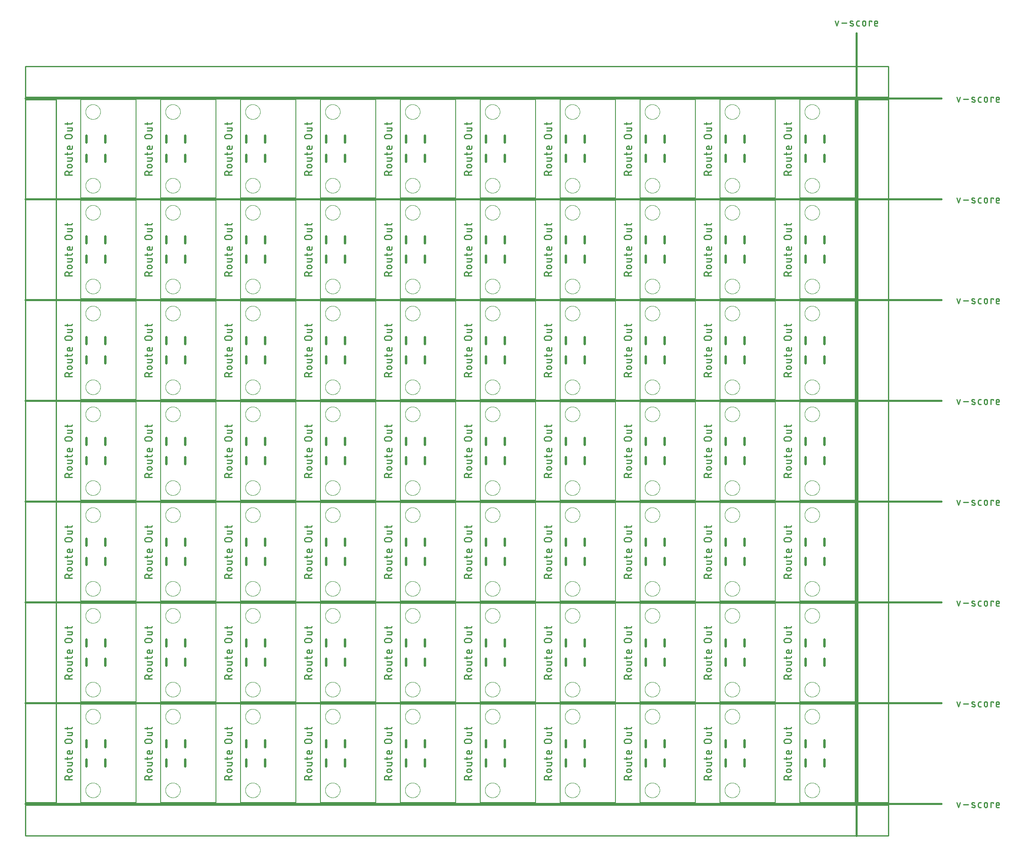
<source format=gko>
G04 EAGLE Gerber RS-274X export*
G75*
%MOMM*%
%FSLAX34Y34*%
%LPD*%
%IN*%
%IPPOS*%
%AMOC8*
5,1,8,0,0,1.08239X$1,22.5*%
G01*
%ADD10C,0.203200*%
%ADD11C,0.279400*%
%ADD12C,0.381000*%
%ADD13C,0.254000*%
%ADD14C,0.000000*%
%ADD15C,0.500000*%


D10*
X0Y0D02*
X114300Y0D01*
X114300Y203200D01*
X0Y203200D01*
X0Y0D01*
D11*
X-17907Y47104D02*
X-32893Y47104D01*
X-32893Y51267D01*
X-32891Y51395D01*
X-32885Y51523D01*
X-32875Y51651D01*
X-32861Y51779D01*
X-32844Y51906D01*
X-32822Y52032D01*
X-32797Y52158D01*
X-32767Y52282D01*
X-32734Y52406D01*
X-32697Y52529D01*
X-32656Y52651D01*
X-32612Y52771D01*
X-32564Y52890D01*
X-32512Y53007D01*
X-32457Y53123D01*
X-32398Y53236D01*
X-32335Y53349D01*
X-32269Y53459D01*
X-32200Y53566D01*
X-32128Y53672D01*
X-32052Y53776D01*
X-31973Y53877D01*
X-31891Y53976D01*
X-31806Y54072D01*
X-31719Y54165D01*
X-31628Y54256D01*
X-31535Y54343D01*
X-31439Y54428D01*
X-31340Y54510D01*
X-31239Y54589D01*
X-31135Y54665D01*
X-31029Y54737D01*
X-30922Y54806D01*
X-30811Y54872D01*
X-30699Y54935D01*
X-30586Y54994D01*
X-30470Y55049D01*
X-30353Y55101D01*
X-30234Y55149D01*
X-30114Y55193D01*
X-29992Y55234D01*
X-29869Y55271D01*
X-29745Y55304D01*
X-29621Y55334D01*
X-29495Y55359D01*
X-29369Y55381D01*
X-29242Y55398D01*
X-29114Y55412D01*
X-28986Y55422D01*
X-28858Y55428D01*
X-28730Y55430D01*
X-28602Y55428D01*
X-28474Y55422D01*
X-28346Y55412D01*
X-28218Y55398D01*
X-28091Y55381D01*
X-27965Y55359D01*
X-27839Y55334D01*
X-27715Y55304D01*
X-27591Y55271D01*
X-27468Y55234D01*
X-27346Y55193D01*
X-27226Y55149D01*
X-27107Y55101D01*
X-26990Y55049D01*
X-26874Y54994D01*
X-26761Y54935D01*
X-26649Y54872D01*
X-26538Y54806D01*
X-26431Y54737D01*
X-26325Y54665D01*
X-26221Y54589D01*
X-26120Y54510D01*
X-26021Y54428D01*
X-25925Y54343D01*
X-25832Y54256D01*
X-25741Y54165D01*
X-25654Y54072D01*
X-25569Y53976D01*
X-25487Y53877D01*
X-25408Y53776D01*
X-25332Y53672D01*
X-25260Y53566D01*
X-25191Y53459D01*
X-25125Y53349D01*
X-25062Y53236D01*
X-25003Y53123D01*
X-24948Y53007D01*
X-24896Y52890D01*
X-24848Y52771D01*
X-24804Y52651D01*
X-24763Y52529D01*
X-24726Y52406D01*
X-24693Y52282D01*
X-24663Y52158D01*
X-24638Y52032D01*
X-24616Y51906D01*
X-24599Y51779D01*
X-24585Y51651D01*
X-24575Y51523D01*
X-24569Y51395D01*
X-24567Y51267D01*
X-24567Y47104D01*
X-24567Y52099D02*
X-17907Y55429D01*
X-21237Y62388D02*
X-24567Y62388D01*
X-24681Y62390D01*
X-24794Y62396D01*
X-24908Y62405D01*
X-25020Y62419D01*
X-25133Y62436D01*
X-25245Y62458D01*
X-25355Y62483D01*
X-25465Y62511D01*
X-25574Y62544D01*
X-25682Y62580D01*
X-25789Y62620D01*
X-25894Y62664D01*
X-25997Y62711D01*
X-26099Y62761D01*
X-26199Y62815D01*
X-26297Y62873D01*
X-26393Y62934D01*
X-26487Y62997D01*
X-26579Y63065D01*
X-26669Y63135D01*
X-26755Y63208D01*
X-26840Y63284D01*
X-26922Y63363D01*
X-27001Y63445D01*
X-27077Y63530D01*
X-27150Y63616D01*
X-27220Y63706D01*
X-27288Y63798D01*
X-27351Y63892D01*
X-27412Y63988D01*
X-27470Y64086D01*
X-27524Y64186D01*
X-27574Y64288D01*
X-27621Y64391D01*
X-27665Y64496D01*
X-27705Y64603D01*
X-27741Y64711D01*
X-27774Y64820D01*
X-27802Y64930D01*
X-27827Y65040D01*
X-27849Y65152D01*
X-27866Y65265D01*
X-27880Y65377D01*
X-27889Y65491D01*
X-27895Y65604D01*
X-27897Y65718D01*
X-27895Y65832D01*
X-27889Y65945D01*
X-27880Y66059D01*
X-27866Y66171D01*
X-27849Y66284D01*
X-27827Y66396D01*
X-27802Y66506D01*
X-27774Y66616D01*
X-27741Y66725D01*
X-27705Y66833D01*
X-27665Y66940D01*
X-27621Y67045D01*
X-27574Y67148D01*
X-27524Y67250D01*
X-27470Y67350D01*
X-27412Y67448D01*
X-27351Y67544D01*
X-27288Y67638D01*
X-27220Y67730D01*
X-27150Y67820D01*
X-27077Y67906D01*
X-27001Y67991D01*
X-26922Y68073D01*
X-26840Y68152D01*
X-26755Y68228D01*
X-26669Y68301D01*
X-26579Y68371D01*
X-26487Y68439D01*
X-26393Y68502D01*
X-26297Y68563D01*
X-26199Y68621D01*
X-26099Y68675D01*
X-25997Y68725D01*
X-25894Y68772D01*
X-25789Y68816D01*
X-25682Y68856D01*
X-25574Y68892D01*
X-25465Y68925D01*
X-25355Y68953D01*
X-25245Y68978D01*
X-25133Y69000D01*
X-25020Y69017D01*
X-24908Y69031D01*
X-24794Y69040D01*
X-24681Y69046D01*
X-24567Y69048D01*
X-21237Y69048D01*
X-21123Y69046D01*
X-21010Y69040D01*
X-20896Y69031D01*
X-20784Y69017D01*
X-20671Y69000D01*
X-20559Y68978D01*
X-20449Y68953D01*
X-20339Y68925D01*
X-20230Y68892D01*
X-20122Y68856D01*
X-20015Y68816D01*
X-19910Y68772D01*
X-19807Y68725D01*
X-19705Y68675D01*
X-19605Y68621D01*
X-19507Y68563D01*
X-19411Y68502D01*
X-19317Y68439D01*
X-19225Y68371D01*
X-19135Y68301D01*
X-19049Y68228D01*
X-18964Y68152D01*
X-18882Y68073D01*
X-18803Y67991D01*
X-18727Y67906D01*
X-18654Y67820D01*
X-18584Y67730D01*
X-18516Y67638D01*
X-18453Y67544D01*
X-18392Y67448D01*
X-18334Y67350D01*
X-18280Y67250D01*
X-18230Y67148D01*
X-18183Y67045D01*
X-18139Y66940D01*
X-18099Y66833D01*
X-18063Y66725D01*
X-18030Y66616D01*
X-18002Y66506D01*
X-17977Y66396D01*
X-17955Y66284D01*
X-17938Y66171D01*
X-17924Y66059D01*
X-17915Y65945D01*
X-17909Y65832D01*
X-17907Y65718D01*
X-17909Y65604D01*
X-17915Y65491D01*
X-17924Y65377D01*
X-17938Y65265D01*
X-17955Y65152D01*
X-17977Y65040D01*
X-18002Y64930D01*
X-18030Y64820D01*
X-18063Y64711D01*
X-18099Y64603D01*
X-18139Y64496D01*
X-18183Y64391D01*
X-18230Y64288D01*
X-18280Y64186D01*
X-18334Y64086D01*
X-18392Y63988D01*
X-18453Y63892D01*
X-18516Y63798D01*
X-18584Y63706D01*
X-18654Y63616D01*
X-18727Y63530D01*
X-18803Y63445D01*
X-18882Y63363D01*
X-18964Y63284D01*
X-19049Y63208D01*
X-19135Y63135D01*
X-19225Y63065D01*
X-19317Y62997D01*
X-19411Y62934D01*
X-19507Y62873D01*
X-19605Y62815D01*
X-19705Y62761D01*
X-19807Y62711D01*
X-19910Y62664D01*
X-20015Y62620D01*
X-20122Y62580D01*
X-20230Y62544D01*
X-20339Y62511D01*
X-20449Y62483D01*
X-20559Y62458D01*
X-20671Y62436D01*
X-20784Y62419D01*
X-20896Y62405D01*
X-21010Y62396D01*
X-21123Y62390D01*
X-21237Y62388D01*
X-20405Y76456D02*
X-27898Y76456D01*
X-20405Y76455D02*
X-20307Y76457D01*
X-20209Y76463D01*
X-20111Y76472D01*
X-20014Y76486D01*
X-19918Y76503D01*
X-19822Y76524D01*
X-19727Y76549D01*
X-19633Y76577D01*
X-19540Y76609D01*
X-19449Y76645D01*
X-19359Y76684D01*
X-19271Y76727D01*
X-19184Y76774D01*
X-19100Y76823D01*
X-19017Y76876D01*
X-18937Y76932D01*
X-18859Y76991D01*
X-18783Y77054D01*
X-18709Y77119D01*
X-18639Y77187D01*
X-18571Y77257D01*
X-18506Y77331D01*
X-18443Y77407D01*
X-18384Y77485D01*
X-18328Y77565D01*
X-18275Y77648D01*
X-18226Y77732D01*
X-18179Y77819D01*
X-18136Y77907D01*
X-18097Y77997D01*
X-18061Y78088D01*
X-18029Y78181D01*
X-18001Y78275D01*
X-17976Y78370D01*
X-17955Y78466D01*
X-17938Y78562D01*
X-17924Y78659D01*
X-17915Y78757D01*
X-17909Y78855D01*
X-17907Y78953D01*
X-17907Y83116D01*
X-27898Y83116D01*
X-27898Y89097D02*
X-27898Y94092D01*
X-32893Y90762D02*
X-20405Y90762D01*
X-20307Y90764D01*
X-20209Y90770D01*
X-20111Y90779D01*
X-20014Y90793D01*
X-19918Y90810D01*
X-19822Y90831D01*
X-19727Y90856D01*
X-19633Y90884D01*
X-19540Y90916D01*
X-19449Y90952D01*
X-19359Y90991D01*
X-19271Y91034D01*
X-19184Y91081D01*
X-19100Y91130D01*
X-19017Y91183D01*
X-18937Y91239D01*
X-18859Y91298D01*
X-18783Y91361D01*
X-18709Y91426D01*
X-18639Y91494D01*
X-18571Y91564D01*
X-18506Y91638D01*
X-18443Y91714D01*
X-18384Y91792D01*
X-18328Y91872D01*
X-18275Y91955D01*
X-18226Y92039D01*
X-18179Y92126D01*
X-18136Y92214D01*
X-18097Y92304D01*
X-18061Y92395D01*
X-18029Y92488D01*
X-18001Y92582D01*
X-17976Y92677D01*
X-17955Y92773D01*
X-17938Y92869D01*
X-17924Y92966D01*
X-17915Y93064D01*
X-17909Y93162D01*
X-17907Y93260D01*
X-17907Y94092D01*
X-17907Y102921D02*
X-17907Y107084D01*
X-17907Y102921D02*
X-17909Y102823D01*
X-17915Y102725D01*
X-17924Y102627D01*
X-17938Y102530D01*
X-17955Y102434D01*
X-17976Y102338D01*
X-18001Y102243D01*
X-18029Y102149D01*
X-18061Y102056D01*
X-18097Y101965D01*
X-18136Y101875D01*
X-18179Y101787D01*
X-18226Y101700D01*
X-18275Y101616D01*
X-18328Y101533D01*
X-18384Y101453D01*
X-18443Y101375D01*
X-18506Y101299D01*
X-18571Y101225D01*
X-18639Y101155D01*
X-18709Y101087D01*
X-18783Y101022D01*
X-18859Y100959D01*
X-18937Y100900D01*
X-19017Y100844D01*
X-19100Y100791D01*
X-19184Y100742D01*
X-19271Y100695D01*
X-19359Y100652D01*
X-19449Y100613D01*
X-19540Y100577D01*
X-19633Y100545D01*
X-19727Y100517D01*
X-19822Y100492D01*
X-19918Y100471D01*
X-20014Y100454D01*
X-20111Y100440D01*
X-20209Y100431D01*
X-20307Y100425D01*
X-20405Y100423D01*
X-20405Y100424D02*
X-24567Y100424D01*
X-24681Y100426D01*
X-24794Y100432D01*
X-24908Y100441D01*
X-25020Y100455D01*
X-25133Y100472D01*
X-25245Y100494D01*
X-25355Y100519D01*
X-25465Y100547D01*
X-25574Y100580D01*
X-25682Y100616D01*
X-25789Y100656D01*
X-25894Y100700D01*
X-25997Y100747D01*
X-26099Y100797D01*
X-26199Y100851D01*
X-26297Y100909D01*
X-26393Y100970D01*
X-26487Y101033D01*
X-26579Y101101D01*
X-26669Y101171D01*
X-26755Y101244D01*
X-26840Y101320D01*
X-26922Y101399D01*
X-27001Y101481D01*
X-27077Y101566D01*
X-27150Y101652D01*
X-27220Y101742D01*
X-27288Y101834D01*
X-27351Y101928D01*
X-27412Y102024D01*
X-27470Y102122D01*
X-27524Y102222D01*
X-27574Y102324D01*
X-27621Y102427D01*
X-27665Y102532D01*
X-27705Y102639D01*
X-27741Y102747D01*
X-27774Y102856D01*
X-27802Y102966D01*
X-27827Y103076D01*
X-27849Y103188D01*
X-27866Y103301D01*
X-27880Y103413D01*
X-27889Y103527D01*
X-27895Y103640D01*
X-27897Y103754D01*
X-27895Y103868D01*
X-27889Y103981D01*
X-27880Y104095D01*
X-27866Y104207D01*
X-27849Y104320D01*
X-27827Y104432D01*
X-27802Y104542D01*
X-27774Y104652D01*
X-27741Y104761D01*
X-27705Y104869D01*
X-27665Y104976D01*
X-27621Y105081D01*
X-27574Y105184D01*
X-27524Y105286D01*
X-27470Y105386D01*
X-27412Y105484D01*
X-27351Y105580D01*
X-27288Y105674D01*
X-27220Y105766D01*
X-27150Y105856D01*
X-27077Y105942D01*
X-27001Y106027D01*
X-26922Y106109D01*
X-26840Y106188D01*
X-26755Y106264D01*
X-26669Y106337D01*
X-26579Y106407D01*
X-26487Y106475D01*
X-26393Y106538D01*
X-26297Y106599D01*
X-26199Y106657D01*
X-26099Y106711D01*
X-25997Y106761D01*
X-25894Y106808D01*
X-25789Y106852D01*
X-25682Y106892D01*
X-25574Y106928D01*
X-25465Y106961D01*
X-25355Y106989D01*
X-25245Y107014D01*
X-25133Y107036D01*
X-25020Y107053D01*
X-24908Y107067D01*
X-24794Y107076D01*
X-24681Y107082D01*
X-24567Y107084D01*
X-22902Y107084D01*
X-22902Y100424D01*
X-22070Y122517D02*
X-28730Y122517D01*
X-28858Y122519D01*
X-28986Y122525D01*
X-29114Y122535D01*
X-29242Y122549D01*
X-29369Y122566D01*
X-29495Y122588D01*
X-29621Y122613D01*
X-29745Y122643D01*
X-29869Y122676D01*
X-29992Y122713D01*
X-30114Y122754D01*
X-30234Y122798D01*
X-30353Y122846D01*
X-30470Y122898D01*
X-30586Y122953D01*
X-30699Y123012D01*
X-30812Y123075D01*
X-30922Y123141D01*
X-31029Y123210D01*
X-31135Y123282D01*
X-31239Y123358D01*
X-31340Y123437D01*
X-31439Y123519D01*
X-31535Y123604D01*
X-31628Y123691D01*
X-31719Y123782D01*
X-31806Y123875D01*
X-31891Y123971D01*
X-31973Y124070D01*
X-32052Y124171D01*
X-32128Y124275D01*
X-32200Y124381D01*
X-32269Y124488D01*
X-32335Y124599D01*
X-32398Y124711D01*
X-32457Y124824D01*
X-32512Y124940D01*
X-32564Y125057D01*
X-32612Y125176D01*
X-32656Y125296D01*
X-32697Y125418D01*
X-32734Y125541D01*
X-32767Y125665D01*
X-32797Y125789D01*
X-32822Y125915D01*
X-32844Y126041D01*
X-32861Y126168D01*
X-32875Y126296D01*
X-32885Y126424D01*
X-32891Y126552D01*
X-32893Y126680D01*
X-32891Y126808D01*
X-32885Y126936D01*
X-32875Y127064D01*
X-32861Y127192D01*
X-32844Y127319D01*
X-32822Y127445D01*
X-32797Y127571D01*
X-32767Y127695D01*
X-32734Y127819D01*
X-32697Y127942D01*
X-32656Y128064D01*
X-32612Y128184D01*
X-32564Y128303D01*
X-32512Y128420D01*
X-32457Y128536D01*
X-32398Y128649D01*
X-32335Y128762D01*
X-32269Y128872D01*
X-32200Y128979D01*
X-32128Y129085D01*
X-32052Y129189D01*
X-31973Y129290D01*
X-31891Y129389D01*
X-31806Y129485D01*
X-31719Y129578D01*
X-31628Y129669D01*
X-31535Y129756D01*
X-31439Y129841D01*
X-31340Y129923D01*
X-31239Y130002D01*
X-31135Y130078D01*
X-31029Y130150D01*
X-30922Y130219D01*
X-30811Y130285D01*
X-30699Y130348D01*
X-30586Y130407D01*
X-30470Y130462D01*
X-30353Y130514D01*
X-30234Y130562D01*
X-30114Y130606D01*
X-29992Y130647D01*
X-29869Y130684D01*
X-29745Y130717D01*
X-29621Y130747D01*
X-29495Y130772D01*
X-29369Y130794D01*
X-29242Y130811D01*
X-29114Y130825D01*
X-28986Y130835D01*
X-28858Y130841D01*
X-28730Y130843D01*
X-28730Y130842D02*
X-22070Y130842D01*
X-22070Y130843D02*
X-21942Y130841D01*
X-21814Y130835D01*
X-21686Y130825D01*
X-21558Y130811D01*
X-21431Y130794D01*
X-21305Y130772D01*
X-21179Y130747D01*
X-21055Y130717D01*
X-20931Y130684D01*
X-20808Y130647D01*
X-20686Y130606D01*
X-20566Y130562D01*
X-20447Y130514D01*
X-20330Y130462D01*
X-20214Y130407D01*
X-20101Y130348D01*
X-19988Y130285D01*
X-19878Y130219D01*
X-19771Y130150D01*
X-19665Y130078D01*
X-19561Y130002D01*
X-19460Y129923D01*
X-19361Y129841D01*
X-19265Y129756D01*
X-19172Y129669D01*
X-19081Y129578D01*
X-18994Y129485D01*
X-18909Y129389D01*
X-18827Y129290D01*
X-18748Y129189D01*
X-18672Y129085D01*
X-18600Y128979D01*
X-18531Y128872D01*
X-18465Y128761D01*
X-18402Y128649D01*
X-18343Y128536D01*
X-18288Y128420D01*
X-18236Y128303D01*
X-18188Y128184D01*
X-18144Y128064D01*
X-18103Y127942D01*
X-18066Y127819D01*
X-18033Y127695D01*
X-18003Y127571D01*
X-17978Y127445D01*
X-17956Y127319D01*
X-17939Y127192D01*
X-17925Y127064D01*
X-17915Y126936D01*
X-17909Y126808D01*
X-17907Y126680D01*
X-17909Y126552D01*
X-17915Y126424D01*
X-17925Y126296D01*
X-17939Y126168D01*
X-17956Y126041D01*
X-17978Y125915D01*
X-18003Y125789D01*
X-18033Y125665D01*
X-18066Y125541D01*
X-18103Y125418D01*
X-18144Y125296D01*
X-18188Y125176D01*
X-18236Y125057D01*
X-18288Y124940D01*
X-18343Y124824D01*
X-18402Y124711D01*
X-18465Y124598D01*
X-18531Y124488D01*
X-18600Y124381D01*
X-18672Y124275D01*
X-18748Y124171D01*
X-18827Y124070D01*
X-18909Y123971D01*
X-18994Y123875D01*
X-19081Y123782D01*
X-19172Y123691D01*
X-19265Y123604D01*
X-19361Y123519D01*
X-19460Y123437D01*
X-19561Y123358D01*
X-19665Y123282D01*
X-19771Y123210D01*
X-19878Y123141D01*
X-19989Y123075D01*
X-20101Y123012D01*
X-20214Y122953D01*
X-20330Y122898D01*
X-20447Y122846D01*
X-20566Y122798D01*
X-20686Y122754D01*
X-20808Y122713D01*
X-20931Y122676D01*
X-21055Y122643D01*
X-21179Y122613D01*
X-21305Y122588D01*
X-21431Y122566D01*
X-21558Y122549D01*
X-21686Y122535D01*
X-21814Y122525D01*
X-21942Y122519D01*
X-22070Y122517D01*
X-20405Y138459D02*
X-27898Y138459D01*
X-20405Y138459D02*
X-20307Y138461D01*
X-20209Y138467D01*
X-20111Y138476D01*
X-20014Y138490D01*
X-19918Y138507D01*
X-19822Y138528D01*
X-19727Y138553D01*
X-19633Y138581D01*
X-19540Y138613D01*
X-19449Y138649D01*
X-19359Y138688D01*
X-19271Y138731D01*
X-19184Y138778D01*
X-19100Y138827D01*
X-19017Y138880D01*
X-18937Y138936D01*
X-18859Y138995D01*
X-18783Y139058D01*
X-18709Y139123D01*
X-18639Y139191D01*
X-18571Y139261D01*
X-18506Y139335D01*
X-18443Y139411D01*
X-18384Y139489D01*
X-18328Y139569D01*
X-18275Y139652D01*
X-18226Y139736D01*
X-18179Y139823D01*
X-18136Y139911D01*
X-18097Y140001D01*
X-18061Y140092D01*
X-18029Y140185D01*
X-18001Y140279D01*
X-17976Y140374D01*
X-17955Y140470D01*
X-17938Y140566D01*
X-17924Y140663D01*
X-17915Y140761D01*
X-17909Y140859D01*
X-17907Y140957D01*
X-17907Y145120D01*
X-27898Y145120D01*
X-27898Y151101D02*
X-27898Y156096D01*
X-32893Y152766D02*
X-20405Y152766D01*
X-20307Y152768D01*
X-20209Y152774D01*
X-20111Y152783D01*
X-20014Y152797D01*
X-19918Y152814D01*
X-19822Y152835D01*
X-19727Y152860D01*
X-19633Y152888D01*
X-19540Y152920D01*
X-19449Y152956D01*
X-19359Y152995D01*
X-19271Y153038D01*
X-19184Y153085D01*
X-19100Y153134D01*
X-19017Y153187D01*
X-18937Y153243D01*
X-18859Y153302D01*
X-18783Y153365D01*
X-18709Y153430D01*
X-18639Y153498D01*
X-18571Y153568D01*
X-18506Y153642D01*
X-18443Y153718D01*
X-18384Y153796D01*
X-18328Y153876D01*
X-18275Y153959D01*
X-18226Y154043D01*
X-18179Y154130D01*
X-18136Y154218D01*
X-18097Y154308D01*
X-18061Y154399D01*
X-18029Y154492D01*
X-18001Y154586D01*
X-17976Y154681D01*
X-17955Y154777D01*
X-17938Y154873D01*
X-17924Y154970D01*
X-17915Y155068D01*
X-17909Y155166D01*
X-17907Y155264D01*
X-17907Y156096D01*
D10*
X165100Y0D02*
X279400Y0D01*
X279400Y203200D01*
X165100Y203200D01*
X165100Y0D01*
D11*
X147193Y47104D02*
X132207Y47104D01*
X132207Y51267D01*
X132209Y51395D01*
X132215Y51523D01*
X132225Y51651D01*
X132239Y51779D01*
X132256Y51906D01*
X132278Y52032D01*
X132303Y52158D01*
X132333Y52282D01*
X132366Y52406D01*
X132403Y52529D01*
X132444Y52651D01*
X132488Y52771D01*
X132536Y52890D01*
X132588Y53007D01*
X132643Y53123D01*
X132702Y53236D01*
X132765Y53349D01*
X132831Y53459D01*
X132900Y53566D01*
X132972Y53672D01*
X133048Y53776D01*
X133127Y53877D01*
X133209Y53976D01*
X133294Y54072D01*
X133381Y54165D01*
X133472Y54256D01*
X133565Y54343D01*
X133661Y54428D01*
X133760Y54510D01*
X133861Y54589D01*
X133965Y54665D01*
X134071Y54737D01*
X134178Y54806D01*
X134289Y54872D01*
X134401Y54935D01*
X134514Y54994D01*
X134630Y55049D01*
X134747Y55101D01*
X134866Y55149D01*
X134986Y55193D01*
X135108Y55234D01*
X135231Y55271D01*
X135355Y55304D01*
X135479Y55334D01*
X135605Y55359D01*
X135731Y55381D01*
X135858Y55398D01*
X135986Y55412D01*
X136114Y55422D01*
X136242Y55428D01*
X136370Y55430D01*
X136498Y55428D01*
X136626Y55422D01*
X136754Y55412D01*
X136882Y55398D01*
X137009Y55381D01*
X137135Y55359D01*
X137261Y55334D01*
X137385Y55304D01*
X137509Y55271D01*
X137632Y55234D01*
X137754Y55193D01*
X137874Y55149D01*
X137993Y55101D01*
X138110Y55049D01*
X138226Y54994D01*
X138339Y54935D01*
X138452Y54872D01*
X138562Y54806D01*
X138669Y54737D01*
X138775Y54665D01*
X138879Y54589D01*
X138980Y54510D01*
X139079Y54428D01*
X139175Y54343D01*
X139268Y54256D01*
X139359Y54165D01*
X139446Y54072D01*
X139531Y53976D01*
X139613Y53877D01*
X139692Y53776D01*
X139768Y53672D01*
X139840Y53566D01*
X139909Y53459D01*
X139975Y53349D01*
X140038Y53236D01*
X140097Y53123D01*
X140152Y53007D01*
X140204Y52890D01*
X140252Y52771D01*
X140296Y52651D01*
X140337Y52529D01*
X140374Y52406D01*
X140407Y52282D01*
X140437Y52158D01*
X140462Y52032D01*
X140484Y51906D01*
X140501Y51779D01*
X140515Y51651D01*
X140525Y51523D01*
X140531Y51395D01*
X140533Y51267D01*
X140533Y47104D01*
X140533Y52099D02*
X147193Y55429D01*
X143863Y62388D02*
X140533Y62388D01*
X140419Y62390D01*
X140306Y62396D01*
X140192Y62405D01*
X140080Y62419D01*
X139967Y62436D01*
X139855Y62458D01*
X139745Y62483D01*
X139635Y62511D01*
X139526Y62544D01*
X139418Y62580D01*
X139311Y62620D01*
X139206Y62664D01*
X139103Y62711D01*
X139001Y62761D01*
X138901Y62815D01*
X138803Y62873D01*
X138707Y62934D01*
X138613Y62997D01*
X138521Y63065D01*
X138431Y63135D01*
X138345Y63208D01*
X138260Y63284D01*
X138178Y63363D01*
X138099Y63445D01*
X138023Y63530D01*
X137950Y63616D01*
X137880Y63706D01*
X137812Y63798D01*
X137749Y63892D01*
X137688Y63988D01*
X137630Y64086D01*
X137576Y64186D01*
X137526Y64288D01*
X137479Y64391D01*
X137435Y64496D01*
X137395Y64603D01*
X137359Y64711D01*
X137326Y64820D01*
X137298Y64930D01*
X137273Y65040D01*
X137251Y65152D01*
X137234Y65265D01*
X137220Y65377D01*
X137211Y65491D01*
X137205Y65604D01*
X137203Y65718D01*
X137205Y65832D01*
X137211Y65945D01*
X137220Y66059D01*
X137234Y66171D01*
X137251Y66284D01*
X137273Y66396D01*
X137298Y66506D01*
X137326Y66616D01*
X137359Y66725D01*
X137395Y66833D01*
X137435Y66940D01*
X137479Y67045D01*
X137526Y67148D01*
X137576Y67250D01*
X137630Y67350D01*
X137688Y67448D01*
X137749Y67544D01*
X137812Y67638D01*
X137880Y67730D01*
X137950Y67820D01*
X138023Y67906D01*
X138099Y67991D01*
X138178Y68073D01*
X138260Y68152D01*
X138345Y68228D01*
X138431Y68301D01*
X138521Y68371D01*
X138613Y68439D01*
X138707Y68502D01*
X138803Y68563D01*
X138901Y68621D01*
X139001Y68675D01*
X139103Y68725D01*
X139206Y68772D01*
X139311Y68816D01*
X139418Y68856D01*
X139526Y68892D01*
X139635Y68925D01*
X139745Y68953D01*
X139855Y68978D01*
X139967Y69000D01*
X140080Y69017D01*
X140192Y69031D01*
X140306Y69040D01*
X140419Y69046D01*
X140533Y69048D01*
X143863Y69048D01*
X143977Y69046D01*
X144090Y69040D01*
X144204Y69031D01*
X144316Y69017D01*
X144429Y69000D01*
X144541Y68978D01*
X144651Y68953D01*
X144761Y68925D01*
X144870Y68892D01*
X144978Y68856D01*
X145085Y68816D01*
X145190Y68772D01*
X145293Y68725D01*
X145395Y68675D01*
X145495Y68621D01*
X145593Y68563D01*
X145689Y68502D01*
X145783Y68439D01*
X145875Y68371D01*
X145965Y68301D01*
X146051Y68228D01*
X146136Y68152D01*
X146218Y68073D01*
X146297Y67991D01*
X146373Y67906D01*
X146446Y67820D01*
X146516Y67730D01*
X146584Y67638D01*
X146647Y67544D01*
X146708Y67448D01*
X146766Y67350D01*
X146820Y67250D01*
X146870Y67148D01*
X146917Y67045D01*
X146961Y66940D01*
X147001Y66833D01*
X147037Y66725D01*
X147070Y66616D01*
X147098Y66506D01*
X147123Y66396D01*
X147145Y66284D01*
X147162Y66171D01*
X147176Y66059D01*
X147185Y65945D01*
X147191Y65832D01*
X147193Y65718D01*
X147191Y65604D01*
X147185Y65491D01*
X147176Y65377D01*
X147162Y65265D01*
X147145Y65152D01*
X147123Y65040D01*
X147098Y64930D01*
X147070Y64820D01*
X147037Y64711D01*
X147001Y64603D01*
X146961Y64496D01*
X146917Y64391D01*
X146870Y64288D01*
X146820Y64186D01*
X146766Y64086D01*
X146708Y63988D01*
X146647Y63892D01*
X146584Y63798D01*
X146516Y63706D01*
X146446Y63616D01*
X146373Y63530D01*
X146297Y63445D01*
X146218Y63363D01*
X146136Y63284D01*
X146051Y63208D01*
X145965Y63135D01*
X145875Y63065D01*
X145783Y62997D01*
X145689Y62934D01*
X145593Y62873D01*
X145495Y62815D01*
X145395Y62761D01*
X145293Y62711D01*
X145190Y62664D01*
X145085Y62620D01*
X144978Y62580D01*
X144870Y62544D01*
X144761Y62511D01*
X144651Y62483D01*
X144541Y62458D01*
X144429Y62436D01*
X144316Y62419D01*
X144204Y62405D01*
X144090Y62396D01*
X143977Y62390D01*
X143863Y62388D01*
X144695Y76456D02*
X137202Y76456D01*
X144695Y76455D02*
X144793Y76457D01*
X144891Y76463D01*
X144989Y76472D01*
X145086Y76486D01*
X145182Y76503D01*
X145278Y76524D01*
X145373Y76549D01*
X145467Y76577D01*
X145560Y76609D01*
X145651Y76645D01*
X145741Y76684D01*
X145829Y76727D01*
X145916Y76774D01*
X146000Y76823D01*
X146083Y76876D01*
X146163Y76932D01*
X146242Y76991D01*
X146317Y77054D01*
X146391Y77119D01*
X146461Y77187D01*
X146529Y77257D01*
X146595Y77331D01*
X146657Y77407D01*
X146716Y77485D01*
X146772Y77565D01*
X146825Y77648D01*
X146875Y77732D01*
X146921Y77819D01*
X146964Y77907D01*
X147003Y77997D01*
X147039Y78088D01*
X147071Y78181D01*
X147099Y78275D01*
X147124Y78370D01*
X147145Y78466D01*
X147162Y78562D01*
X147176Y78659D01*
X147185Y78757D01*
X147191Y78855D01*
X147193Y78953D01*
X147193Y83116D01*
X137202Y83116D01*
X137202Y89097D02*
X137202Y94092D01*
X132207Y90762D02*
X144695Y90762D01*
X144793Y90764D01*
X144891Y90770D01*
X144989Y90779D01*
X145086Y90793D01*
X145182Y90810D01*
X145278Y90831D01*
X145373Y90856D01*
X145467Y90884D01*
X145560Y90916D01*
X145651Y90952D01*
X145741Y90991D01*
X145829Y91034D01*
X145916Y91081D01*
X146000Y91130D01*
X146083Y91183D01*
X146163Y91239D01*
X146242Y91298D01*
X146317Y91361D01*
X146391Y91426D01*
X146461Y91494D01*
X146529Y91564D01*
X146595Y91638D01*
X146657Y91714D01*
X146716Y91792D01*
X146772Y91872D01*
X146825Y91955D01*
X146875Y92039D01*
X146921Y92126D01*
X146964Y92214D01*
X147003Y92304D01*
X147039Y92395D01*
X147071Y92488D01*
X147099Y92582D01*
X147124Y92677D01*
X147145Y92773D01*
X147162Y92869D01*
X147176Y92966D01*
X147185Y93064D01*
X147191Y93162D01*
X147193Y93260D01*
X147193Y94092D01*
X147193Y102921D02*
X147193Y107084D01*
X147193Y102921D02*
X147191Y102823D01*
X147185Y102725D01*
X147176Y102627D01*
X147162Y102530D01*
X147145Y102434D01*
X147124Y102338D01*
X147099Y102243D01*
X147071Y102149D01*
X147039Y102056D01*
X147003Y101965D01*
X146964Y101875D01*
X146921Y101787D01*
X146874Y101700D01*
X146825Y101616D01*
X146772Y101533D01*
X146716Y101453D01*
X146657Y101375D01*
X146595Y101299D01*
X146529Y101225D01*
X146461Y101155D01*
X146391Y101087D01*
X146317Y101022D01*
X146242Y100959D01*
X146163Y100900D01*
X146083Y100844D01*
X146000Y100791D01*
X145916Y100742D01*
X145829Y100695D01*
X145741Y100652D01*
X145651Y100613D01*
X145560Y100577D01*
X145467Y100545D01*
X145373Y100517D01*
X145278Y100492D01*
X145182Y100471D01*
X145086Y100454D01*
X144989Y100440D01*
X144891Y100431D01*
X144793Y100425D01*
X144695Y100423D01*
X144695Y100424D02*
X140533Y100424D01*
X140419Y100426D01*
X140306Y100432D01*
X140192Y100441D01*
X140080Y100455D01*
X139967Y100472D01*
X139855Y100494D01*
X139745Y100519D01*
X139635Y100547D01*
X139526Y100580D01*
X139418Y100616D01*
X139311Y100656D01*
X139206Y100700D01*
X139103Y100747D01*
X139001Y100797D01*
X138901Y100851D01*
X138803Y100909D01*
X138707Y100970D01*
X138613Y101033D01*
X138521Y101101D01*
X138431Y101171D01*
X138345Y101244D01*
X138260Y101320D01*
X138178Y101399D01*
X138099Y101481D01*
X138023Y101566D01*
X137950Y101652D01*
X137880Y101742D01*
X137812Y101834D01*
X137749Y101928D01*
X137688Y102024D01*
X137630Y102122D01*
X137576Y102222D01*
X137526Y102324D01*
X137479Y102427D01*
X137435Y102532D01*
X137395Y102639D01*
X137359Y102747D01*
X137326Y102856D01*
X137298Y102966D01*
X137273Y103076D01*
X137251Y103188D01*
X137234Y103301D01*
X137220Y103413D01*
X137211Y103527D01*
X137205Y103640D01*
X137203Y103754D01*
X137205Y103868D01*
X137211Y103981D01*
X137220Y104095D01*
X137234Y104207D01*
X137251Y104320D01*
X137273Y104432D01*
X137298Y104542D01*
X137326Y104652D01*
X137359Y104761D01*
X137395Y104869D01*
X137435Y104976D01*
X137479Y105081D01*
X137526Y105184D01*
X137576Y105286D01*
X137630Y105386D01*
X137688Y105484D01*
X137749Y105580D01*
X137812Y105674D01*
X137880Y105766D01*
X137950Y105856D01*
X138023Y105942D01*
X138099Y106027D01*
X138178Y106109D01*
X138260Y106188D01*
X138345Y106264D01*
X138431Y106337D01*
X138521Y106407D01*
X138613Y106475D01*
X138707Y106538D01*
X138803Y106599D01*
X138901Y106657D01*
X139001Y106711D01*
X139103Y106761D01*
X139206Y106808D01*
X139311Y106852D01*
X139418Y106892D01*
X139526Y106928D01*
X139635Y106961D01*
X139745Y106989D01*
X139855Y107014D01*
X139967Y107036D01*
X140080Y107053D01*
X140192Y107067D01*
X140306Y107076D01*
X140419Y107082D01*
X140533Y107084D01*
X142198Y107084D01*
X142198Y100424D01*
X143030Y122517D02*
X136370Y122517D01*
X136242Y122519D01*
X136114Y122525D01*
X135986Y122535D01*
X135858Y122549D01*
X135731Y122566D01*
X135605Y122588D01*
X135479Y122613D01*
X135355Y122643D01*
X135231Y122676D01*
X135108Y122713D01*
X134986Y122754D01*
X134866Y122798D01*
X134747Y122846D01*
X134630Y122898D01*
X134514Y122953D01*
X134401Y123012D01*
X134288Y123075D01*
X134178Y123141D01*
X134071Y123210D01*
X133965Y123282D01*
X133861Y123358D01*
X133760Y123437D01*
X133661Y123519D01*
X133565Y123604D01*
X133472Y123691D01*
X133381Y123782D01*
X133294Y123875D01*
X133209Y123971D01*
X133127Y124070D01*
X133048Y124171D01*
X132972Y124275D01*
X132900Y124381D01*
X132831Y124488D01*
X132765Y124599D01*
X132702Y124711D01*
X132643Y124824D01*
X132588Y124940D01*
X132536Y125057D01*
X132488Y125176D01*
X132444Y125296D01*
X132403Y125418D01*
X132366Y125541D01*
X132333Y125665D01*
X132303Y125789D01*
X132278Y125915D01*
X132256Y126041D01*
X132239Y126168D01*
X132225Y126296D01*
X132215Y126424D01*
X132209Y126552D01*
X132207Y126680D01*
X132209Y126808D01*
X132215Y126936D01*
X132225Y127064D01*
X132239Y127192D01*
X132256Y127319D01*
X132278Y127445D01*
X132303Y127571D01*
X132333Y127695D01*
X132366Y127819D01*
X132403Y127942D01*
X132444Y128064D01*
X132488Y128184D01*
X132536Y128303D01*
X132588Y128420D01*
X132643Y128536D01*
X132702Y128649D01*
X132765Y128762D01*
X132831Y128872D01*
X132900Y128979D01*
X132972Y129085D01*
X133048Y129189D01*
X133127Y129290D01*
X133209Y129389D01*
X133294Y129485D01*
X133381Y129578D01*
X133472Y129669D01*
X133565Y129756D01*
X133661Y129841D01*
X133760Y129923D01*
X133861Y130002D01*
X133965Y130078D01*
X134071Y130150D01*
X134178Y130219D01*
X134289Y130285D01*
X134401Y130348D01*
X134514Y130407D01*
X134630Y130462D01*
X134747Y130514D01*
X134866Y130562D01*
X134986Y130606D01*
X135108Y130647D01*
X135231Y130684D01*
X135355Y130717D01*
X135479Y130747D01*
X135605Y130772D01*
X135731Y130794D01*
X135858Y130811D01*
X135986Y130825D01*
X136114Y130835D01*
X136242Y130841D01*
X136370Y130843D01*
X136370Y130842D02*
X143030Y130842D01*
X143030Y130843D02*
X143158Y130841D01*
X143286Y130835D01*
X143414Y130825D01*
X143542Y130811D01*
X143669Y130794D01*
X143795Y130772D01*
X143921Y130747D01*
X144045Y130717D01*
X144169Y130684D01*
X144292Y130647D01*
X144414Y130606D01*
X144534Y130562D01*
X144653Y130514D01*
X144770Y130462D01*
X144886Y130407D01*
X144999Y130348D01*
X145112Y130285D01*
X145222Y130219D01*
X145329Y130150D01*
X145435Y130078D01*
X145539Y130002D01*
X145640Y129923D01*
X145739Y129841D01*
X145835Y129756D01*
X145928Y129669D01*
X146019Y129578D01*
X146106Y129485D01*
X146191Y129389D01*
X146273Y129290D01*
X146352Y129189D01*
X146428Y129085D01*
X146500Y128979D01*
X146569Y128872D01*
X146635Y128761D01*
X146698Y128649D01*
X146757Y128536D01*
X146812Y128420D01*
X146864Y128303D01*
X146912Y128184D01*
X146956Y128064D01*
X146997Y127942D01*
X147034Y127819D01*
X147067Y127695D01*
X147097Y127571D01*
X147122Y127445D01*
X147144Y127319D01*
X147161Y127192D01*
X147175Y127064D01*
X147185Y126936D01*
X147191Y126808D01*
X147193Y126680D01*
X147191Y126552D01*
X147185Y126424D01*
X147175Y126296D01*
X147161Y126168D01*
X147144Y126041D01*
X147122Y125915D01*
X147097Y125789D01*
X147067Y125665D01*
X147034Y125541D01*
X146997Y125418D01*
X146956Y125296D01*
X146912Y125176D01*
X146864Y125057D01*
X146812Y124940D01*
X146757Y124824D01*
X146698Y124711D01*
X146635Y124598D01*
X146569Y124488D01*
X146500Y124381D01*
X146428Y124275D01*
X146352Y124171D01*
X146273Y124070D01*
X146191Y123971D01*
X146106Y123875D01*
X146019Y123782D01*
X145928Y123691D01*
X145835Y123604D01*
X145739Y123519D01*
X145640Y123437D01*
X145539Y123358D01*
X145435Y123282D01*
X145329Y123210D01*
X145222Y123141D01*
X145112Y123075D01*
X144999Y123012D01*
X144886Y122953D01*
X144770Y122898D01*
X144653Y122846D01*
X144534Y122798D01*
X144414Y122754D01*
X144292Y122713D01*
X144169Y122676D01*
X144045Y122643D01*
X143921Y122613D01*
X143795Y122588D01*
X143669Y122566D01*
X143542Y122549D01*
X143414Y122535D01*
X143286Y122525D01*
X143158Y122519D01*
X143030Y122517D01*
X144695Y138459D02*
X137202Y138459D01*
X144695Y138459D02*
X144793Y138461D01*
X144891Y138467D01*
X144989Y138476D01*
X145086Y138490D01*
X145182Y138507D01*
X145278Y138528D01*
X145373Y138553D01*
X145467Y138581D01*
X145560Y138613D01*
X145651Y138649D01*
X145741Y138688D01*
X145829Y138731D01*
X145916Y138778D01*
X146000Y138827D01*
X146083Y138880D01*
X146163Y138936D01*
X146242Y138995D01*
X146317Y139058D01*
X146391Y139123D01*
X146461Y139191D01*
X146529Y139261D01*
X146595Y139335D01*
X146657Y139411D01*
X146716Y139489D01*
X146772Y139569D01*
X146825Y139652D01*
X146875Y139736D01*
X146921Y139823D01*
X146964Y139911D01*
X147003Y140001D01*
X147039Y140092D01*
X147071Y140185D01*
X147099Y140279D01*
X147124Y140374D01*
X147145Y140470D01*
X147162Y140566D01*
X147176Y140663D01*
X147185Y140761D01*
X147191Y140859D01*
X147193Y140957D01*
X147193Y145120D01*
X137202Y145120D01*
X137202Y151101D02*
X137202Y156096D01*
X132207Y152766D02*
X144695Y152766D01*
X144695Y152765D02*
X144793Y152767D01*
X144891Y152773D01*
X144989Y152782D01*
X145086Y152796D01*
X145182Y152813D01*
X145278Y152834D01*
X145373Y152859D01*
X145467Y152887D01*
X145560Y152919D01*
X145651Y152955D01*
X145741Y152994D01*
X145829Y153037D01*
X145916Y153084D01*
X146000Y153133D01*
X146083Y153186D01*
X146163Y153242D01*
X146242Y153301D01*
X146317Y153364D01*
X146391Y153429D01*
X146461Y153497D01*
X146529Y153567D01*
X146595Y153641D01*
X146657Y153717D01*
X146716Y153795D01*
X146772Y153875D01*
X146825Y153958D01*
X146875Y154042D01*
X146921Y154129D01*
X146964Y154217D01*
X147003Y154307D01*
X147039Y154398D01*
X147071Y154491D01*
X147099Y154585D01*
X147124Y154680D01*
X147145Y154776D01*
X147162Y154872D01*
X147176Y154969D01*
X147185Y155067D01*
X147191Y155165D01*
X147193Y155263D01*
X147193Y155264D02*
X147193Y156096D01*
D10*
X330200Y0D02*
X444500Y0D01*
X444500Y203200D01*
X330200Y203200D01*
X330200Y0D01*
D11*
X312293Y47104D02*
X297307Y47104D01*
X297307Y51267D01*
X297309Y51395D01*
X297315Y51523D01*
X297325Y51651D01*
X297339Y51779D01*
X297356Y51906D01*
X297378Y52032D01*
X297403Y52158D01*
X297433Y52282D01*
X297466Y52406D01*
X297503Y52529D01*
X297544Y52651D01*
X297588Y52771D01*
X297636Y52890D01*
X297688Y53007D01*
X297743Y53123D01*
X297802Y53236D01*
X297865Y53349D01*
X297931Y53459D01*
X298000Y53566D01*
X298072Y53672D01*
X298148Y53776D01*
X298227Y53877D01*
X298309Y53976D01*
X298394Y54072D01*
X298481Y54165D01*
X298572Y54256D01*
X298665Y54343D01*
X298761Y54428D01*
X298860Y54510D01*
X298961Y54589D01*
X299065Y54665D01*
X299171Y54737D01*
X299278Y54806D01*
X299389Y54872D01*
X299501Y54935D01*
X299614Y54994D01*
X299730Y55049D01*
X299847Y55101D01*
X299966Y55149D01*
X300086Y55193D01*
X300208Y55234D01*
X300331Y55271D01*
X300455Y55304D01*
X300579Y55334D01*
X300705Y55359D01*
X300831Y55381D01*
X300958Y55398D01*
X301086Y55412D01*
X301214Y55422D01*
X301342Y55428D01*
X301470Y55430D01*
X301598Y55428D01*
X301726Y55422D01*
X301854Y55412D01*
X301982Y55398D01*
X302109Y55381D01*
X302235Y55359D01*
X302361Y55334D01*
X302485Y55304D01*
X302609Y55271D01*
X302732Y55234D01*
X302854Y55193D01*
X302974Y55149D01*
X303093Y55101D01*
X303210Y55049D01*
X303326Y54994D01*
X303439Y54935D01*
X303552Y54872D01*
X303662Y54806D01*
X303769Y54737D01*
X303875Y54665D01*
X303979Y54589D01*
X304080Y54510D01*
X304179Y54428D01*
X304275Y54343D01*
X304368Y54256D01*
X304459Y54165D01*
X304546Y54072D01*
X304631Y53976D01*
X304713Y53877D01*
X304792Y53776D01*
X304868Y53672D01*
X304940Y53566D01*
X305009Y53459D01*
X305075Y53349D01*
X305138Y53236D01*
X305197Y53123D01*
X305252Y53007D01*
X305304Y52890D01*
X305352Y52771D01*
X305396Y52651D01*
X305437Y52529D01*
X305474Y52406D01*
X305507Y52282D01*
X305537Y52158D01*
X305562Y52032D01*
X305584Y51906D01*
X305601Y51779D01*
X305615Y51651D01*
X305625Y51523D01*
X305631Y51395D01*
X305633Y51267D01*
X305633Y47104D01*
X305633Y52099D02*
X312293Y55429D01*
X308963Y62388D02*
X305633Y62388D01*
X305519Y62390D01*
X305406Y62396D01*
X305292Y62405D01*
X305180Y62419D01*
X305067Y62436D01*
X304955Y62458D01*
X304845Y62483D01*
X304735Y62511D01*
X304626Y62544D01*
X304518Y62580D01*
X304411Y62620D01*
X304306Y62664D01*
X304203Y62711D01*
X304101Y62761D01*
X304001Y62815D01*
X303903Y62873D01*
X303807Y62934D01*
X303713Y62997D01*
X303621Y63065D01*
X303531Y63135D01*
X303445Y63208D01*
X303360Y63284D01*
X303278Y63363D01*
X303199Y63445D01*
X303123Y63530D01*
X303050Y63616D01*
X302980Y63706D01*
X302912Y63798D01*
X302849Y63892D01*
X302788Y63988D01*
X302730Y64086D01*
X302676Y64186D01*
X302626Y64288D01*
X302579Y64391D01*
X302535Y64496D01*
X302495Y64603D01*
X302459Y64711D01*
X302426Y64820D01*
X302398Y64930D01*
X302373Y65040D01*
X302351Y65152D01*
X302334Y65265D01*
X302320Y65377D01*
X302311Y65491D01*
X302305Y65604D01*
X302303Y65718D01*
X302305Y65832D01*
X302311Y65945D01*
X302320Y66059D01*
X302334Y66171D01*
X302351Y66284D01*
X302373Y66396D01*
X302398Y66506D01*
X302426Y66616D01*
X302459Y66725D01*
X302495Y66833D01*
X302535Y66940D01*
X302579Y67045D01*
X302626Y67148D01*
X302676Y67250D01*
X302730Y67350D01*
X302788Y67448D01*
X302849Y67544D01*
X302912Y67638D01*
X302980Y67730D01*
X303050Y67820D01*
X303123Y67906D01*
X303199Y67991D01*
X303278Y68073D01*
X303360Y68152D01*
X303445Y68228D01*
X303531Y68301D01*
X303621Y68371D01*
X303713Y68439D01*
X303807Y68502D01*
X303903Y68563D01*
X304001Y68621D01*
X304101Y68675D01*
X304203Y68725D01*
X304306Y68772D01*
X304411Y68816D01*
X304518Y68856D01*
X304626Y68892D01*
X304735Y68925D01*
X304845Y68953D01*
X304955Y68978D01*
X305067Y69000D01*
X305180Y69017D01*
X305292Y69031D01*
X305406Y69040D01*
X305519Y69046D01*
X305633Y69048D01*
X308963Y69048D01*
X309077Y69046D01*
X309190Y69040D01*
X309304Y69031D01*
X309416Y69017D01*
X309529Y69000D01*
X309641Y68978D01*
X309751Y68953D01*
X309861Y68925D01*
X309970Y68892D01*
X310078Y68856D01*
X310185Y68816D01*
X310290Y68772D01*
X310393Y68725D01*
X310495Y68675D01*
X310595Y68621D01*
X310693Y68563D01*
X310789Y68502D01*
X310883Y68439D01*
X310975Y68371D01*
X311065Y68301D01*
X311151Y68228D01*
X311236Y68152D01*
X311318Y68073D01*
X311397Y67991D01*
X311473Y67906D01*
X311546Y67820D01*
X311616Y67730D01*
X311684Y67638D01*
X311747Y67544D01*
X311808Y67448D01*
X311866Y67350D01*
X311920Y67250D01*
X311970Y67148D01*
X312017Y67045D01*
X312061Y66940D01*
X312101Y66833D01*
X312137Y66725D01*
X312170Y66616D01*
X312198Y66506D01*
X312223Y66396D01*
X312245Y66284D01*
X312262Y66171D01*
X312276Y66059D01*
X312285Y65945D01*
X312291Y65832D01*
X312293Y65718D01*
X312291Y65604D01*
X312285Y65491D01*
X312276Y65377D01*
X312262Y65265D01*
X312245Y65152D01*
X312223Y65040D01*
X312198Y64930D01*
X312170Y64820D01*
X312137Y64711D01*
X312101Y64603D01*
X312061Y64496D01*
X312017Y64391D01*
X311970Y64288D01*
X311920Y64186D01*
X311866Y64086D01*
X311808Y63988D01*
X311747Y63892D01*
X311684Y63798D01*
X311616Y63706D01*
X311546Y63616D01*
X311473Y63530D01*
X311397Y63445D01*
X311318Y63363D01*
X311236Y63284D01*
X311151Y63208D01*
X311065Y63135D01*
X310975Y63065D01*
X310883Y62997D01*
X310789Y62934D01*
X310693Y62873D01*
X310595Y62815D01*
X310495Y62761D01*
X310393Y62711D01*
X310290Y62664D01*
X310185Y62620D01*
X310078Y62580D01*
X309970Y62544D01*
X309861Y62511D01*
X309751Y62483D01*
X309641Y62458D01*
X309529Y62436D01*
X309416Y62419D01*
X309304Y62405D01*
X309190Y62396D01*
X309077Y62390D01*
X308963Y62388D01*
X309795Y76456D02*
X302302Y76456D01*
X309795Y76455D02*
X309893Y76457D01*
X309991Y76463D01*
X310089Y76472D01*
X310186Y76486D01*
X310282Y76503D01*
X310378Y76524D01*
X310473Y76549D01*
X310567Y76577D01*
X310660Y76609D01*
X310751Y76645D01*
X310841Y76684D01*
X310929Y76727D01*
X311016Y76774D01*
X311100Y76823D01*
X311183Y76876D01*
X311263Y76932D01*
X311342Y76991D01*
X311417Y77054D01*
X311491Y77119D01*
X311561Y77187D01*
X311629Y77257D01*
X311695Y77331D01*
X311757Y77407D01*
X311816Y77485D01*
X311872Y77565D01*
X311925Y77648D01*
X311975Y77732D01*
X312021Y77819D01*
X312064Y77907D01*
X312103Y77997D01*
X312139Y78088D01*
X312171Y78181D01*
X312199Y78275D01*
X312224Y78370D01*
X312245Y78466D01*
X312262Y78562D01*
X312276Y78659D01*
X312285Y78757D01*
X312291Y78855D01*
X312293Y78953D01*
X312293Y83116D01*
X302302Y83116D01*
X302302Y89097D02*
X302302Y94092D01*
X297307Y90762D02*
X309795Y90762D01*
X309893Y90764D01*
X309991Y90770D01*
X310089Y90779D01*
X310186Y90793D01*
X310282Y90810D01*
X310378Y90831D01*
X310473Y90856D01*
X310567Y90884D01*
X310660Y90916D01*
X310751Y90952D01*
X310841Y90991D01*
X310929Y91034D01*
X311016Y91081D01*
X311100Y91130D01*
X311183Y91183D01*
X311263Y91239D01*
X311342Y91298D01*
X311417Y91361D01*
X311491Y91426D01*
X311561Y91494D01*
X311629Y91564D01*
X311695Y91638D01*
X311757Y91714D01*
X311816Y91792D01*
X311872Y91872D01*
X311925Y91955D01*
X311975Y92039D01*
X312021Y92126D01*
X312064Y92214D01*
X312103Y92304D01*
X312139Y92395D01*
X312171Y92488D01*
X312199Y92582D01*
X312224Y92677D01*
X312245Y92773D01*
X312262Y92869D01*
X312276Y92966D01*
X312285Y93064D01*
X312291Y93162D01*
X312293Y93260D01*
X312293Y94092D01*
X312293Y102921D02*
X312293Y107084D01*
X312293Y102921D02*
X312291Y102823D01*
X312285Y102725D01*
X312276Y102627D01*
X312262Y102530D01*
X312245Y102434D01*
X312224Y102338D01*
X312199Y102243D01*
X312171Y102149D01*
X312139Y102056D01*
X312103Y101965D01*
X312064Y101875D01*
X312021Y101787D01*
X311974Y101700D01*
X311925Y101616D01*
X311872Y101533D01*
X311816Y101453D01*
X311757Y101375D01*
X311695Y101299D01*
X311629Y101225D01*
X311561Y101155D01*
X311491Y101087D01*
X311417Y101022D01*
X311342Y100959D01*
X311263Y100900D01*
X311183Y100844D01*
X311100Y100791D01*
X311016Y100742D01*
X310929Y100695D01*
X310841Y100652D01*
X310751Y100613D01*
X310660Y100577D01*
X310567Y100545D01*
X310473Y100517D01*
X310378Y100492D01*
X310282Y100471D01*
X310186Y100454D01*
X310089Y100440D01*
X309991Y100431D01*
X309893Y100425D01*
X309795Y100423D01*
X309795Y100424D02*
X305633Y100424D01*
X305519Y100426D01*
X305406Y100432D01*
X305292Y100441D01*
X305180Y100455D01*
X305067Y100472D01*
X304955Y100494D01*
X304845Y100519D01*
X304735Y100547D01*
X304626Y100580D01*
X304518Y100616D01*
X304411Y100656D01*
X304306Y100700D01*
X304203Y100747D01*
X304101Y100797D01*
X304001Y100851D01*
X303903Y100909D01*
X303807Y100970D01*
X303713Y101033D01*
X303621Y101101D01*
X303531Y101171D01*
X303445Y101244D01*
X303360Y101320D01*
X303278Y101399D01*
X303199Y101481D01*
X303123Y101566D01*
X303050Y101652D01*
X302980Y101742D01*
X302912Y101834D01*
X302849Y101928D01*
X302788Y102024D01*
X302730Y102122D01*
X302676Y102222D01*
X302626Y102324D01*
X302579Y102427D01*
X302535Y102532D01*
X302495Y102639D01*
X302459Y102747D01*
X302426Y102856D01*
X302398Y102966D01*
X302373Y103076D01*
X302351Y103188D01*
X302334Y103301D01*
X302320Y103413D01*
X302311Y103527D01*
X302305Y103640D01*
X302303Y103754D01*
X302305Y103868D01*
X302311Y103981D01*
X302320Y104095D01*
X302334Y104207D01*
X302351Y104320D01*
X302373Y104432D01*
X302398Y104542D01*
X302426Y104652D01*
X302459Y104761D01*
X302495Y104869D01*
X302535Y104976D01*
X302579Y105081D01*
X302626Y105184D01*
X302676Y105286D01*
X302730Y105386D01*
X302788Y105484D01*
X302849Y105580D01*
X302912Y105674D01*
X302980Y105766D01*
X303050Y105856D01*
X303123Y105942D01*
X303199Y106027D01*
X303278Y106109D01*
X303360Y106188D01*
X303445Y106264D01*
X303531Y106337D01*
X303621Y106407D01*
X303713Y106475D01*
X303807Y106538D01*
X303903Y106599D01*
X304001Y106657D01*
X304101Y106711D01*
X304203Y106761D01*
X304306Y106808D01*
X304411Y106852D01*
X304518Y106892D01*
X304626Y106928D01*
X304735Y106961D01*
X304845Y106989D01*
X304955Y107014D01*
X305067Y107036D01*
X305180Y107053D01*
X305292Y107067D01*
X305406Y107076D01*
X305519Y107082D01*
X305633Y107084D01*
X307298Y107084D01*
X307298Y100424D01*
X308130Y122517D02*
X301470Y122517D01*
X301342Y122519D01*
X301214Y122525D01*
X301086Y122535D01*
X300958Y122549D01*
X300831Y122566D01*
X300705Y122588D01*
X300579Y122613D01*
X300455Y122643D01*
X300331Y122676D01*
X300208Y122713D01*
X300086Y122754D01*
X299966Y122798D01*
X299847Y122846D01*
X299730Y122898D01*
X299614Y122953D01*
X299501Y123012D01*
X299389Y123075D01*
X299278Y123141D01*
X299171Y123210D01*
X299065Y123282D01*
X298961Y123358D01*
X298860Y123437D01*
X298761Y123519D01*
X298665Y123604D01*
X298572Y123691D01*
X298481Y123782D01*
X298394Y123875D01*
X298309Y123971D01*
X298227Y124070D01*
X298148Y124171D01*
X298072Y124275D01*
X298000Y124381D01*
X297931Y124488D01*
X297865Y124599D01*
X297802Y124711D01*
X297743Y124824D01*
X297688Y124940D01*
X297636Y125057D01*
X297588Y125176D01*
X297544Y125296D01*
X297503Y125418D01*
X297466Y125541D01*
X297433Y125665D01*
X297403Y125789D01*
X297378Y125915D01*
X297356Y126041D01*
X297339Y126168D01*
X297325Y126296D01*
X297315Y126424D01*
X297309Y126552D01*
X297307Y126680D01*
X297309Y126808D01*
X297315Y126936D01*
X297325Y127064D01*
X297339Y127192D01*
X297356Y127319D01*
X297378Y127445D01*
X297403Y127571D01*
X297433Y127695D01*
X297466Y127819D01*
X297503Y127942D01*
X297544Y128064D01*
X297588Y128184D01*
X297636Y128303D01*
X297688Y128420D01*
X297743Y128536D01*
X297802Y128649D01*
X297865Y128762D01*
X297931Y128872D01*
X298000Y128979D01*
X298072Y129085D01*
X298148Y129189D01*
X298227Y129290D01*
X298309Y129389D01*
X298394Y129485D01*
X298481Y129578D01*
X298572Y129669D01*
X298665Y129756D01*
X298761Y129841D01*
X298860Y129923D01*
X298961Y130002D01*
X299065Y130078D01*
X299171Y130150D01*
X299278Y130219D01*
X299389Y130285D01*
X299501Y130348D01*
X299614Y130407D01*
X299730Y130462D01*
X299847Y130514D01*
X299966Y130562D01*
X300086Y130606D01*
X300208Y130647D01*
X300331Y130684D01*
X300455Y130717D01*
X300579Y130747D01*
X300705Y130772D01*
X300831Y130794D01*
X300958Y130811D01*
X301086Y130825D01*
X301214Y130835D01*
X301342Y130841D01*
X301470Y130843D01*
X301470Y130842D02*
X308130Y130842D01*
X308130Y130843D02*
X308258Y130841D01*
X308386Y130835D01*
X308514Y130825D01*
X308642Y130811D01*
X308769Y130794D01*
X308895Y130772D01*
X309021Y130747D01*
X309145Y130717D01*
X309269Y130684D01*
X309392Y130647D01*
X309514Y130606D01*
X309634Y130562D01*
X309753Y130514D01*
X309870Y130462D01*
X309986Y130407D01*
X310099Y130348D01*
X310212Y130285D01*
X310322Y130219D01*
X310429Y130150D01*
X310535Y130078D01*
X310639Y130002D01*
X310740Y129923D01*
X310839Y129841D01*
X310935Y129756D01*
X311028Y129669D01*
X311119Y129578D01*
X311206Y129485D01*
X311291Y129389D01*
X311373Y129290D01*
X311452Y129189D01*
X311528Y129085D01*
X311600Y128979D01*
X311669Y128872D01*
X311735Y128761D01*
X311798Y128649D01*
X311857Y128536D01*
X311912Y128420D01*
X311964Y128303D01*
X312012Y128184D01*
X312056Y128064D01*
X312097Y127942D01*
X312134Y127819D01*
X312167Y127695D01*
X312197Y127571D01*
X312222Y127445D01*
X312244Y127319D01*
X312261Y127192D01*
X312275Y127064D01*
X312285Y126936D01*
X312291Y126808D01*
X312293Y126680D01*
X312291Y126552D01*
X312285Y126424D01*
X312275Y126296D01*
X312261Y126168D01*
X312244Y126041D01*
X312222Y125915D01*
X312197Y125789D01*
X312167Y125665D01*
X312134Y125541D01*
X312097Y125418D01*
X312056Y125296D01*
X312012Y125176D01*
X311964Y125057D01*
X311912Y124940D01*
X311857Y124824D01*
X311798Y124711D01*
X311735Y124598D01*
X311669Y124488D01*
X311600Y124381D01*
X311528Y124275D01*
X311452Y124171D01*
X311373Y124070D01*
X311291Y123971D01*
X311206Y123875D01*
X311119Y123782D01*
X311028Y123691D01*
X310935Y123604D01*
X310839Y123519D01*
X310740Y123437D01*
X310639Y123358D01*
X310535Y123282D01*
X310429Y123210D01*
X310322Y123141D01*
X310212Y123075D01*
X310099Y123012D01*
X309986Y122953D01*
X309870Y122898D01*
X309753Y122846D01*
X309634Y122798D01*
X309514Y122754D01*
X309392Y122713D01*
X309269Y122676D01*
X309145Y122643D01*
X309021Y122613D01*
X308895Y122588D01*
X308769Y122566D01*
X308642Y122549D01*
X308514Y122535D01*
X308386Y122525D01*
X308258Y122519D01*
X308130Y122517D01*
X309795Y138459D02*
X302302Y138459D01*
X309795Y138459D02*
X309893Y138461D01*
X309991Y138467D01*
X310089Y138476D01*
X310186Y138490D01*
X310282Y138507D01*
X310378Y138528D01*
X310473Y138553D01*
X310567Y138581D01*
X310660Y138613D01*
X310751Y138649D01*
X310841Y138688D01*
X310929Y138731D01*
X311016Y138778D01*
X311100Y138827D01*
X311183Y138880D01*
X311263Y138936D01*
X311342Y138995D01*
X311417Y139058D01*
X311491Y139123D01*
X311561Y139191D01*
X311629Y139261D01*
X311695Y139335D01*
X311757Y139411D01*
X311816Y139489D01*
X311872Y139569D01*
X311925Y139652D01*
X311975Y139736D01*
X312021Y139823D01*
X312064Y139911D01*
X312103Y140001D01*
X312139Y140092D01*
X312171Y140185D01*
X312199Y140279D01*
X312224Y140374D01*
X312245Y140470D01*
X312262Y140566D01*
X312276Y140663D01*
X312285Y140761D01*
X312291Y140859D01*
X312293Y140957D01*
X312293Y145120D01*
X302302Y145120D01*
X302302Y151101D02*
X302302Y156096D01*
X297307Y152766D02*
X309795Y152766D01*
X309795Y152765D02*
X309893Y152767D01*
X309991Y152773D01*
X310089Y152782D01*
X310186Y152796D01*
X310282Y152813D01*
X310378Y152834D01*
X310473Y152859D01*
X310567Y152887D01*
X310660Y152919D01*
X310751Y152955D01*
X310841Y152994D01*
X310929Y153037D01*
X311016Y153084D01*
X311100Y153133D01*
X311183Y153186D01*
X311263Y153242D01*
X311342Y153301D01*
X311417Y153364D01*
X311491Y153429D01*
X311561Y153497D01*
X311629Y153567D01*
X311695Y153641D01*
X311757Y153717D01*
X311816Y153795D01*
X311872Y153875D01*
X311925Y153958D01*
X311975Y154042D01*
X312021Y154129D01*
X312064Y154217D01*
X312103Y154307D01*
X312139Y154398D01*
X312171Y154491D01*
X312199Y154585D01*
X312224Y154680D01*
X312245Y154776D01*
X312262Y154872D01*
X312276Y154969D01*
X312285Y155067D01*
X312291Y155165D01*
X312293Y155263D01*
X312293Y155264D02*
X312293Y156096D01*
D10*
X495300Y0D02*
X609600Y0D01*
X609600Y203200D01*
X495300Y203200D01*
X495300Y0D01*
D11*
X477393Y47104D02*
X462407Y47104D01*
X462407Y51267D01*
X462409Y51395D01*
X462415Y51523D01*
X462425Y51651D01*
X462439Y51779D01*
X462456Y51906D01*
X462478Y52032D01*
X462503Y52158D01*
X462533Y52282D01*
X462566Y52406D01*
X462603Y52529D01*
X462644Y52651D01*
X462688Y52771D01*
X462736Y52890D01*
X462788Y53007D01*
X462843Y53123D01*
X462902Y53236D01*
X462965Y53349D01*
X463031Y53459D01*
X463100Y53566D01*
X463172Y53672D01*
X463248Y53776D01*
X463327Y53877D01*
X463409Y53976D01*
X463494Y54072D01*
X463581Y54165D01*
X463672Y54256D01*
X463765Y54343D01*
X463861Y54428D01*
X463960Y54510D01*
X464061Y54589D01*
X464165Y54665D01*
X464271Y54737D01*
X464378Y54806D01*
X464489Y54872D01*
X464601Y54935D01*
X464714Y54994D01*
X464830Y55049D01*
X464947Y55101D01*
X465066Y55149D01*
X465186Y55193D01*
X465308Y55234D01*
X465431Y55271D01*
X465555Y55304D01*
X465679Y55334D01*
X465805Y55359D01*
X465931Y55381D01*
X466058Y55398D01*
X466186Y55412D01*
X466314Y55422D01*
X466442Y55428D01*
X466570Y55430D01*
X466698Y55428D01*
X466826Y55422D01*
X466954Y55412D01*
X467082Y55398D01*
X467209Y55381D01*
X467335Y55359D01*
X467461Y55334D01*
X467585Y55304D01*
X467709Y55271D01*
X467832Y55234D01*
X467954Y55193D01*
X468074Y55149D01*
X468193Y55101D01*
X468310Y55049D01*
X468426Y54994D01*
X468539Y54935D01*
X468652Y54872D01*
X468762Y54806D01*
X468869Y54737D01*
X468975Y54665D01*
X469079Y54589D01*
X469180Y54510D01*
X469279Y54428D01*
X469375Y54343D01*
X469468Y54256D01*
X469559Y54165D01*
X469646Y54072D01*
X469731Y53976D01*
X469813Y53877D01*
X469892Y53776D01*
X469968Y53672D01*
X470040Y53566D01*
X470109Y53459D01*
X470175Y53349D01*
X470238Y53236D01*
X470297Y53123D01*
X470352Y53007D01*
X470404Y52890D01*
X470452Y52771D01*
X470496Y52651D01*
X470537Y52529D01*
X470574Y52406D01*
X470607Y52282D01*
X470637Y52158D01*
X470662Y52032D01*
X470684Y51906D01*
X470701Y51779D01*
X470715Y51651D01*
X470725Y51523D01*
X470731Y51395D01*
X470733Y51267D01*
X470733Y47104D01*
X470733Y52099D02*
X477393Y55429D01*
X474063Y62388D02*
X470733Y62388D01*
X470619Y62390D01*
X470506Y62396D01*
X470392Y62405D01*
X470280Y62419D01*
X470167Y62436D01*
X470055Y62458D01*
X469945Y62483D01*
X469835Y62511D01*
X469726Y62544D01*
X469618Y62580D01*
X469511Y62620D01*
X469406Y62664D01*
X469303Y62711D01*
X469201Y62761D01*
X469101Y62815D01*
X469003Y62873D01*
X468907Y62934D01*
X468813Y62997D01*
X468721Y63065D01*
X468631Y63135D01*
X468545Y63208D01*
X468460Y63284D01*
X468378Y63363D01*
X468299Y63445D01*
X468223Y63530D01*
X468150Y63616D01*
X468080Y63706D01*
X468012Y63798D01*
X467949Y63892D01*
X467888Y63988D01*
X467830Y64086D01*
X467776Y64186D01*
X467726Y64288D01*
X467679Y64391D01*
X467635Y64496D01*
X467595Y64603D01*
X467559Y64711D01*
X467526Y64820D01*
X467498Y64930D01*
X467473Y65040D01*
X467451Y65152D01*
X467434Y65265D01*
X467420Y65377D01*
X467411Y65491D01*
X467405Y65604D01*
X467403Y65718D01*
X467405Y65832D01*
X467411Y65945D01*
X467420Y66059D01*
X467434Y66171D01*
X467451Y66284D01*
X467473Y66396D01*
X467498Y66506D01*
X467526Y66616D01*
X467559Y66725D01*
X467595Y66833D01*
X467635Y66940D01*
X467679Y67045D01*
X467726Y67148D01*
X467776Y67250D01*
X467830Y67350D01*
X467888Y67448D01*
X467949Y67544D01*
X468012Y67638D01*
X468080Y67730D01*
X468150Y67820D01*
X468223Y67906D01*
X468299Y67991D01*
X468378Y68073D01*
X468460Y68152D01*
X468545Y68228D01*
X468631Y68301D01*
X468721Y68371D01*
X468813Y68439D01*
X468907Y68502D01*
X469003Y68563D01*
X469101Y68621D01*
X469201Y68675D01*
X469303Y68725D01*
X469406Y68772D01*
X469511Y68816D01*
X469618Y68856D01*
X469726Y68892D01*
X469835Y68925D01*
X469945Y68953D01*
X470055Y68978D01*
X470167Y69000D01*
X470280Y69017D01*
X470392Y69031D01*
X470506Y69040D01*
X470619Y69046D01*
X470733Y69048D01*
X474063Y69048D01*
X474177Y69046D01*
X474290Y69040D01*
X474404Y69031D01*
X474516Y69017D01*
X474629Y69000D01*
X474741Y68978D01*
X474851Y68953D01*
X474961Y68925D01*
X475070Y68892D01*
X475178Y68856D01*
X475285Y68816D01*
X475390Y68772D01*
X475493Y68725D01*
X475595Y68675D01*
X475695Y68621D01*
X475793Y68563D01*
X475889Y68502D01*
X475983Y68439D01*
X476075Y68371D01*
X476165Y68301D01*
X476251Y68228D01*
X476336Y68152D01*
X476418Y68073D01*
X476497Y67991D01*
X476573Y67906D01*
X476646Y67820D01*
X476716Y67730D01*
X476784Y67638D01*
X476847Y67544D01*
X476908Y67448D01*
X476966Y67350D01*
X477020Y67250D01*
X477070Y67148D01*
X477117Y67045D01*
X477161Y66940D01*
X477201Y66833D01*
X477237Y66725D01*
X477270Y66616D01*
X477298Y66506D01*
X477323Y66396D01*
X477345Y66284D01*
X477362Y66171D01*
X477376Y66059D01*
X477385Y65945D01*
X477391Y65832D01*
X477393Y65718D01*
X477391Y65604D01*
X477385Y65491D01*
X477376Y65377D01*
X477362Y65265D01*
X477345Y65152D01*
X477323Y65040D01*
X477298Y64930D01*
X477270Y64820D01*
X477237Y64711D01*
X477201Y64603D01*
X477161Y64496D01*
X477117Y64391D01*
X477070Y64288D01*
X477020Y64186D01*
X476966Y64086D01*
X476908Y63988D01*
X476847Y63892D01*
X476784Y63798D01*
X476716Y63706D01*
X476646Y63616D01*
X476573Y63530D01*
X476497Y63445D01*
X476418Y63363D01*
X476336Y63284D01*
X476251Y63208D01*
X476165Y63135D01*
X476075Y63065D01*
X475983Y62997D01*
X475889Y62934D01*
X475793Y62873D01*
X475695Y62815D01*
X475595Y62761D01*
X475493Y62711D01*
X475390Y62664D01*
X475285Y62620D01*
X475178Y62580D01*
X475070Y62544D01*
X474961Y62511D01*
X474851Y62483D01*
X474741Y62458D01*
X474629Y62436D01*
X474516Y62419D01*
X474404Y62405D01*
X474290Y62396D01*
X474177Y62390D01*
X474063Y62388D01*
X474895Y76456D02*
X467402Y76456D01*
X474895Y76455D02*
X474993Y76457D01*
X475091Y76463D01*
X475189Y76472D01*
X475286Y76486D01*
X475382Y76503D01*
X475478Y76524D01*
X475573Y76549D01*
X475667Y76577D01*
X475760Y76609D01*
X475851Y76645D01*
X475941Y76684D01*
X476029Y76727D01*
X476116Y76774D01*
X476200Y76823D01*
X476283Y76876D01*
X476363Y76932D01*
X476442Y76991D01*
X476517Y77054D01*
X476591Y77119D01*
X476661Y77187D01*
X476729Y77257D01*
X476795Y77331D01*
X476857Y77407D01*
X476916Y77485D01*
X476972Y77565D01*
X477025Y77648D01*
X477075Y77732D01*
X477121Y77819D01*
X477164Y77907D01*
X477203Y77997D01*
X477239Y78088D01*
X477271Y78181D01*
X477299Y78275D01*
X477324Y78370D01*
X477345Y78466D01*
X477362Y78562D01*
X477376Y78659D01*
X477385Y78757D01*
X477391Y78855D01*
X477393Y78953D01*
X477393Y83116D01*
X467402Y83116D01*
X467402Y89097D02*
X467402Y94092D01*
X462407Y90762D02*
X474895Y90762D01*
X474993Y90764D01*
X475091Y90770D01*
X475189Y90779D01*
X475286Y90793D01*
X475382Y90810D01*
X475478Y90831D01*
X475573Y90856D01*
X475667Y90884D01*
X475760Y90916D01*
X475851Y90952D01*
X475941Y90991D01*
X476029Y91034D01*
X476116Y91081D01*
X476200Y91130D01*
X476283Y91183D01*
X476363Y91239D01*
X476442Y91298D01*
X476517Y91361D01*
X476591Y91426D01*
X476661Y91494D01*
X476729Y91564D01*
X476795Y91638D01*
X476857Y91714D01*
X476916Y91792D01*
X476972Y91872D01*
X477025Y91955D01*
X477075Y92039D01*
X477121Y92126D01*
X477164Y92214D01*
X477203Y92304D01*
X477239Y92395D01*
X477271Y92488D01*
X477299Y92582D01*
X477324Y92677D01*
X477345Y92773D01*
X477362Y92869D01*
X477376Y92966D01*
X477385Y93064D01*
X477391Y93162D01*
X477393Y93260D01*
X477393Y94092D01*
X477393Y102921D02*
X477393Y107084D01*
X477393Y102921D02*
X477391Y102823D01*
X477385Y102725D01*
X477376Y102627D01*
X477362Y102530D01*
X477345Y102434D01*
X477324Y102338D01*
X477299Y102243D01*
X477271Y102149D01*
X477239Y102056D01*
X477203Y101965D01*
X477164Y101875D01*
X477121Y101787D01*
X477074Y101700D01*
X477025Y101616D01*
X476972Y101533D01*
X476916Y101453D01*
X476857Y101375D01*
X476795Y101299D01*
X476729Y101225D01*
X476661Y101155D01*
X476591Y101087D01*
X476517Y101022D01*
X476442Y100959D01*
X476363Y100900D01*
X476283Y100844D01*
X476200Y100791D01*
X476116Y100742D01*
X476029Y100695D01*
X475941Y100652D01*
X475851Y100613D01*
X475760Y100577D01*
X475667Y100545D01*
X475573Y100517D01*
X475478Y100492D01*
X475382Y100471D01*
X475286Y100454D01*
X475189Y100440D01*
X475091Y100431D01*
X474993Y100425D01*
X474895Y100423D01*
X474895Y100424D02*
X470733Y100424D01*
X470619Y100426D01*
X470506Y100432D01*
X470392Y100441D01*
X470280Y100455D01*
X470167Y100472D01*
X470055Y100494D01*
X469945Y100519D01*
X469835Y100547D01*
X469726Y100580D01*
X469618Y100616D01*
X469511Y100656D01*
X469406Y100700D01*
X469303Y100747D01*
X469201Y100797D01*
X469101Y100851D01*
X469003Y100909D01*
X468907Y100970D01*
X468813Y101033D01*
X468721Y101101D01*
X468631Y101171D01*
X468545Y101244D01*
X468460Y101320D01*
X468378Y101399D01*
X468299Y101481D01*
X468223Y101566D01*
X468150Y101652D01*
X468080Y101742D01*
X468012Y101834D01*
X467949Y101928D01*
X467888Y102024D01*
X467830Y102122D01*
X467776Y102222D01*
X467726Y102324D01*
X467679Y102427D01*
X467635Y102532D01*
X467595Y102639D01*
X467559Y102747D01*
X467526Y102856D01*
X467498Y102966D01*
X467473Y103076D01*
X467451Y103188D01*
X467434Y103301D01*
X467420Y103413D01*
X467411Y103527D01*
X467405Y103640D01*
X467403Y103754D01*
X467405Y103868D01*
X467411Y103981D01*
X467420Y104095D01*
X467434Y104207D01*
X467451Y104320D01*
X467473Y104432D01*
X467498Y104542D01*
X467526Y104652D01*
X467559Y104761D01*
X467595Y104869D01*
X467635Y104976D01*
X467679Y105081D01*
X467726Y105184D01*
X467776Y105286D01*
X467830Y105386D01*
X467888Y105484D01*
X467949Y105580D01*
X468012Y105674D01*
X468080Y105766D01*
X468150Y105856D01*
X468223Y105942D01*
X468299Y106027D01*
X468378Y106109D01*
X468460Y106188D01*
X468545Y106264D01*
X468631Y106337D01*
X468721Y106407D01*
X468813Y106475D01*
X468907Y106538D01*
X469003Y106599D01*
X469101Y106657D01*
X469201Y106711D01*
X469303Y106761D01*
X469406Y106808D01*
X469511Y106852D01*
X469618Y106892D01*
X469726Y106928D01*
X469835Y106961D01*
X469945Y106989D01*
X470055Y107014D01*
X470167Y107036D01*
X470280Y107053D01*
X470392Y107067D01*
X470506Y107076D01*
X470619Y107082D01*
X470733Y107084D01*
X472398Y107084D01*
X472398Y100424D01*
X473230Y122517D02*
X466570Y122517D01*
X466442Y122519D01*
X466314Y122525D01*
X466186Y122535D01*
X466058Y122549D01*
X465931Y122566D01*
X465805Y122588D01*
X465679Y122613D01*
X465555Y122643D01*
X465431Y122676D01*
X465308Y122713D01*
X465186Y122754D01*
X465066Y122798D01*
X464947Y122846D01*
X464830Y122898D01*
X464714Y122953D01*
X464601Y123012D01*
X464489Y123075D01*
X464378Y123141D01*
X464271Y123210D01*
X464165Y123282D01*
X464061Y123358D01*
X463960Y123437D01*
X463861Y123519D01*
X463765Y123604D01*
X463672Y123691D01*
X463581Y123782D01*
X463494Y123875D01*
X463409Y123971D01*
X463327Y124070D01*
X463248Y124171D01*
X463172Y124275D01*
X463100Y124381D01*
X463031Y124488D01*
X462965Y124599D01*
X462902Y124711D01*
X462843Y124824D01*
X462788Y124940D01*
X462736Y125057D01*
X462688Y125176D01*
X462644Y125296D01*
X462603Y125418D01*
X462566Y125541D01*
X462533Y125665D01*
X462503Y125789D01*
X462478Y125915D01*
X462456Y126041D01*
X462439Y126168D01*
X462425Y126296D01*
X462415Y126424D01*
X462409Y126552D01*
X462407Y126680D01*
X462409Y126808D01*
X462415Y126936D01*
X462425Y127064D01*
X462439Y127192D01*
X462456Y127319D01*
X462478Y127445D01*
X462503Y127571D01*
X462533Y127695D01*
X462566Y127819D01*
X462603Y127942D01*
X462644Y128064D01*
X462688Y128184D01*
X462736Y128303D01*
X462788Y128420D01*
X462843Y128536D01*
X462902Y128649D01*
X462965Y128762D01*
X463031Y128872D01*
X463100Y128979D01*
X463172Y129085D01*
X463248Y129189D01*
X463327Y129290D01*
X463409Y129389D01*
X463494Y129485D01*
X463581Y129578D01*
X463672Y129669D01*
X463765Y129756D01*
X463861Y129841D01*
X463960Y129923D01*
X464061Y130002D01*
X464165Y130078D01*
X464271Y130150D01*
X464378Y130219D01*
X464489Y130285D01*
X464601Y130348D01*
X464714Y130407D01*
X464830Y130462D01*
X464947Y130514D01*
X465066Y130562D01*
X465186Y130606D01*
X465308Y130647D01*
X465431Y130684D01*
X465555Y130717D01*
X465679Y130747D01*
X465805Y130772D01*
X465931Y130794D01*
X466058Y130811D01*
X466186Y130825D01*
X466314Y130835D01*
X466442Y130841D01*
X466570Y130843D01*
X466570Y130842D02*
X473230Y130842D01*
X473230Y130843D02*
X473358Y130841D01*
X473486Y130835D01*
X473614Y130825D01*
X473742Y130811D01*
X473869Y130794D01*
X473995Y130772D01*
X474121Y130747D01*
X474245Y130717D01*
X474369Y130684D01*
X474492Y130647D01*
X474614Y130606D01*
X474734Y130562D01*
X474853Y130514D01*
X474970Y130462D01*
X475086Y130407D01*
X475199Y130348D01*
X475312Y130285D01*
X475422Y130219D01*
X475529Y130150D01*
X475635Y130078D01*
X475739Y130002D01*
X475840Y129923D01*
X475939Y129841D01*
X476035Y129756D01*
X476128Y129669D01*
X476219Y129578D01*
X476306Y129485D01*
X476391Y129389D01*
X476473Y129290D01*
X476552Y129189D01*
X476628Y129085D01*
X476700Y128979D01*
X476769Y128872D01*
X476835Y128761D01*
X476898Y128649D01*
X476957Y128536D01*
X477012Y128420D01*
X477064Y128303D01*
X477112Y128184D01*
X477156Y128064D01*
X477197Y127942D01*
X477234Y127819D01*
X477267Y127695D01*
X477297Y127571D01*
X477322Y127445D01*
X477344Y127319D01*
X477361Y127192D01*
X477375Y127064D01*
X477385Y126936D01*
X477391Y126808D01*
X477393Y126680D01*
X477391Y126552D01*
X477385Y126424D01*
X477375Y126296D01*
X477361Y126168D01*
X477344Y126041D01*
X477322Y125915D01*
X477297Y125789D01*
X477267Y125665D01*
X477234Y125541D01*
X477197Y125418D01*
X477156Y125296D01*
X477112Y125176D01*
X477064Y125057D01*
X477012Y124940D01*
X476957Y124824D01*
X476898Y124711D01*
X476835Y124598D01*
X476769Y124488D01*
X476700Y124381D01*
X476628Y124275D01*
X476552Y124171D01*
X476473Y124070D01*
X476391Y123971D01*
X476306Y123875D01*
X476219Y123782D01*
X476128Y123691D01*
X476035Y123604D01*
X475939Y123519D01*
X475840Y123437D01*
X475739Y123358D01*
X475635Y123282D01*
X475529Y123210D01*
X475422Y123141D01*
X475312Y123075D01*
X475199Y123012D01*
X475086Y122953D01*
X474970Y122898D01*
X474853Y122846D01*
X474734Y122798D01*
X474614Y122754D01*
X474492Y122713D01*
X474369Y122676D01*
X474245Y122643D01*
X474121Y122613D01*
X473995Y122588D01*
X473869Y122566D01*
X473742Y122549D01*
X473614Y122535D01*
X473486Y122525D01*
X473358Y122519D01*
X473230Y122517D01*
X474895Y138459D02*
X467402Y138459D01*
X474895Y138459D02*
X474993Y138461D01*
X475091Y138467D01*
X475189Y138476D01*
X475286Y138490D01*
X475382Y138507D01*
X475478Y138528D01*
X475573Y138553D01*
X475667Y138581D01*
X475760Y138613D01*
X475851Y138649D01*
X475941Y138688D01*
X476029Y138731D01*
X476116Y138778D01*
X476200Y138827D01*
X476283Y138880D01*
X476363Y138936D01*
X476442Y138995D01*
X476517Y139058D01*
X476591Y139123D01*
X476661Y139191D01*
X476729Y139261D01*
X476795Y139335D01*
X476857Y139411D01*
X476916Y139489D01*
X476972Y139569D01*
X477025Y139652D01*
X477075Y139736D01*
X477121Y139823D01*
X477164Y139911D01*
X477203Y140001D01*
X477239Y140092D01*
X477271Y140185D01*
X477299Y140279D01*
X477324Y140374D01*
X477345Y140470D01*
X477362Y140566D01*
X477376Y140663D01*
X477385Y140761D01*
X477391Y140859D01*
X477393Y140957D01*
X477393Y145120D01*
X467402Y145120D01*
X467402Y151101D02*
X467402Y156096D01*
X462407Y152766D02*
X474895Y152766D01*
X474895Y152765D02*
X474993Y152767D01*
X475091Y152773D01*
X475189Y152782D01*
X475286Y152796D01*
X475382Y152813D01*
X475478Y152834D01*
X475573Y152859D01*
X475667Y152887D01*
X475760Y152919D01*
X475851Y152955D01*
X475941Y152994D01*
X476029Y153037D01*
X476116Y153084D01*
X476200Y153133D01*
X476283Y153186D01*
X476363Y153242D01*
X476442Y153301D01*
X476517Y153364D01*
X476591Y153429D01*
X476661Y153497D01*
X476729Y153567D01*
X476795Y153641D01*
X476857Y153717D01*
X476916Y153795D01*
X476972Y153875D01*
X477025Y153958D01*
X477075Y154042D01*
X477121Y154129D01*
X477164Y154217D01*
X477203Y154307D01*
X477239Y154398D01*
X477271Y154491D01*
X477299Y154585D01*
X477324Y154680D01*
X477345Y154776D01*
X477362Y154872D01*
X477376Y154969D01*
X477385Y155067D01*
X477391Y155165D01*
X477393Y155263D01*
X477393Y155264D02*
X477393Y156096D01*
D10*
X660400Y0D02*
X774700Y0D01*
X774700Y203200D01*
X660400Y203200D01*
X660400Y0D01*
D11*
X642493Y47104D02*
X627507Y47104D01*
X627507Y51267D01*
X627509Y51395D01*
X627515Y51523D01*
X627525Y51651D01*
X627539Y51779D01*
X627556Y51906D01*
X627578Y52032D01*
X627603Y52158D01*
X627633Y52282D01*
X627666Y52406D01*
X627703Y52529D01*
X627744Y52651D01*
X627788Y52771D01*
X627836Y52890D01*
X627888Y53007D01*
X627943Y53123D01*
X628002Y53236D01*
X628065Y53349D01*
X628131Y53459D01*
X628200Y53566D01*
X628272Y53672D01*
X628348Y53776D01*
X628427Y53877D01*
X628509Y53976D01*
X628594Y54072D01*
X628681Y54165D01*
X628772Y54256D01*
X628865Y54343D01*
X628961Y54428D01*
X629060Y54510D01*
X629161Y54589D01*
X629265Y54665D01*
X629371Y54737D01*
X629478Y54806D01*
X629589Y54872D01*
X629701Y54935D01*
X629814Y54994D01*
X629930Y55049D01*
X630047Y55101D01*
X630166Y55149D01*
X630286Y55193D01*
X630408Y55234D01*
X630531Y55271D01*
X630655Y55304D01*
X630779Y55334D01*
X630905Y55359D01*
X631031Y55381D01*
X631158Y55398D01*
X631286Y55412D01*
X631414Y55422D01*
X631542Y55428D01*
X631670Y55430D01*
X631798Y55428D01*
X631926Y55422D01*
X632054Y55412D01*
X632182Y55398D01*
X632309Y55381D01*
X632435Y55359D01*
X632561Y55334D01*
X632685Y55304D01*
X632809Y55271D01*
X632932Y55234D01*
X633054Y55193D01*
X633174Y55149D01*
X633293Y55101D01*
X633410Y55049D01*
X633526Y54994D01*
X633639Y54935D01*
X633752Y54872D01*
X633862Y54806D01*
X633969Y54737D01*
X634075Y54665D01*
X634179Y54589D01*
X634280Y54510D01*
X634379Y54428D01*
X634475Y54343D01*
X634568Y54256D01*
X634659Y54165D01*
X634746Y54072D01*
X634831Y53976D01*
X634913Y53877D01*
X634992Y53776D01*
X635068Y53672D01*
X635140Y53566D01*
X635209Y53459D01*
X635275Y53349D01*
X635338Y53236D01*
X635397Y53123D01*
X635452Y53007D01*
X635504Y52890D01*
X635552Y52771D01*
X635596Y52651D01*
X635637Y52529D01*
X635674Y52406D01*
X635707Y52282D01*
X635737Y52158D01*
X635762Y52032D01*
X635784Y51906D01*
X635801Y51779D01*
X635815Y51651D01*
X635825Y51523D01*
X635831Y51395D01*
X635833Y51267D01*
X635833Y47104D01*
X635833Y52099D02*
X642493Y55429D01*
X639163Y62388D02*
X635833Y62388D01*
X635719Y62390D01*
X635606Y62396D01*
X635492Y62405D01*
X635380Y62419D01*
X635267Y62436D01*
X635155Y62458D01*
X635045Y62483D01*
X634935Y62511D01*
X634826Y62544D01*
X634718Y62580D01*
X634611Y62620D01*
X634506Y62664D01*
X634403Y62711D01*
X634301Y62761D01*
X634201Y62815D01*
X634103Y62873D01*
X634007Y62934D01*
X633913Y62997D01*
X633821Y63065D01*
X633731Y63135D01*
X633645Y63208D01*
X633560Y63284D01*
X633478Y63363D01*
X633399Y63445D01*
X633323Y63530D01*
X633250Y63616D01*
X633180Y63706D01*
X633112Y63798D01*
X633049Y63892D01*
X632988Y63988D01*
X632930Y64086D01*
X632876Y64186D01*
X632826Y64288D01*
X632779Y64391D01*
X632735Y64496D01*
X632695Y64603D01*
X632659Y64711D01*
X632626Y64820D01*
X632598Y64930D01*
X632573Y65040D01*
X632551Y65152D01*
X632534Y65265D01*
X632520Y65377D01*
X632511Y65491D01*
X632505Y65604D01*
X632503Y65718D01*
X632505Y65832D01*
X632511Y65945D01*
X632520Y66059D01*
X632534Y66171D01*
X632551Y66284D01*
X632573Y66396D01*
X632598Y66506D01*
X632626Y66616D01*
X632659Y66725D01*
X632695Y66833D01*
X632735Y66940D01*
X632779Y67045D01*
X632826Y67148D01*
X632876Y67250D01*
X632930Y67350D01*
X632988Y67448D01*
X633049Y67544D01*
X633112Y67638D01*
X633180Y67730D01*
X633250Y67820D01*
X633323Y67906D01*
X633399Y67991D01*
X633478Y68073D01*
X633560Y68152D01*
X633645Y68228D01*
X633731Y68301D01*
X633821Y68371D01*
X633913Y68439D01*
X634007Y68502D01*
X634103Y68563D01*
X634201Y68621D01*
X634301Y68675D01*
X634403Y68725D01*
X634506Y68772D01*
X634611Y68816D01*
X634718Y68856D01*
X634826Y68892D01*
X634935Y68925D01*
X635045Y68953D01*
X635155Y68978D01*
X635267Y69000D01*
X635380Y69017D01*
X635492Y69031D01*
X635606Y69040D01*
X635719Y69046D01*
X635833Y69048D01*
X639163Y69048D01*
X639277Y69046D01*
X639390Y69040D01*
X639504Y69031D01*
X639616Y69017D01*
X639729Y69000D01*
X639841Y68978D01*
X639951Y68953D01*
X640061Y68925D01*
X640170Y68892D01*
X640278Y68856D01*
X640385Y68816D01*
X640490Y68772D01*
X640593Y68725D01*
X640695Y68675D01*
X640795Y68621D01*
X640893Y68563D01*
X640989Y68502D01*
X641083Y68439D01*
X641175Y68371D01*
X641265Y68301D01*
X641351Y68228D01*
X641436Y68152D01*
X641518Y68073D01*
X641597Y67991D01*
X641673Y67906D01*
X641746Y67820D01*
X641816Y67730D01*
X641884Y67638D01*
X641947Y67544D01*
X642008Y67448D01*
X642066Y67350D01*
X642120Y67250D01*
X642170Y67148D01*
X642217Y67045D01*
X642261Y66940D01*
X642301Y66833D01*
X642337Y66725D01*
X642370Y66616D01*
X642398Y66506D01*
X642423Y66396D01*
X642445Y66284D01*
X642462Y66171D01*
X642476Y66059D01*
X642485Y65945D01*
X642491Y65832D01*
X642493Y65718D01*
X642491Y65604D01*
X642485Y65491D01*
X642476Y65377D01*
X642462Y65265D01*
X642445Y65152D01*
X642423Y65040D01*
X642398Y64930D01*
X642370Y64820D01*
X642337Y64711D01*
X642301Y64603D01*
X642261Y64496D01*
X642217Y64391D01*
X642170Y64288D01*
X642120Y64186D01*
X642066Y64086D01*
X642008Y63988D01*
X641947Y63892D01*
X641884Y63798D01*
X641816Y63706D01*
X641746Y63616D01*
X641673Y63530D01*
X641597Y63445D01*
X641518Y63363D01*
X641436Y63284D01*
X641351Y63208D01*
X641265Y63135D01*
X641175Y63065D01*
X641083Y62997D01*
X640989Y62934D01*
X640893Y62873D01*
X640795Y62815D01*
X640695Y62761D01*
X640593Y62711D01*
X640490Y62664D01*
X640385Y62620D01*
X640278Y62580D01*
X640170Y62544D01*
X640061Y62511D01*
X639951Y62483D01*
X639841Y62458D01*
X639729Y62436D01*
X639616Y62419D01*
X639504Y62405D01*
X639390Y62396D01*
X639277Y62390D01*
X639163Y62388D01*
X639995Y76456D02*
X632502Y76456D01*
X639995Y76455D02*
X640093Y76457D01*
X640191Y76463D01*
X640289Y76472D01*
X640386Y76486D01*
X640482Y76503D01*
X640578Y76524D01*
X640673Y76549D01*
X640767Y76577D01*
X640860Y76609D01*
X640951Y76645D01*
X641041Y76684D01*
X641129Y76727D01*
X641216Y76774D01*
X641300Y76823D01*
X641383Y76876D01*
X641463Y76932D01*
X641542Y76991D01*
X641617Y77054D01*
X641691Y77119D01*
X641761Y77187D01*
X641829Y77257D01*
X641895Y77331D01*
X641957Y77407D01*
X642016Y77485D01*
X642072Y77565D01*
X642125Y77648D01*
X642175Y77732D01*
X642221Y77819D01*
X642264Y77907D01*
X642303Y77997D01*
X642339Y78088D01*
X642371Y78181D01*
X642399Y78275D01*
X642424Y78370D01*
X642445Y78466D01*
X642462Y78562D01*
X642476Y78659D01*
X642485Y78757D01*
X642491Y78855D01*
X642493Y78953D01*
X642493Y83116D01*
X632502Y83116D01*
X632502Y89097D02*
X632502Y94092D01*
X627507Y90762D02*
X639995Y90762D01*
X640093Y90764D01*
X640191Y90770D01*
X640289Y90779D01*
X640386Y90793D01*
X640482Y90810D01*
X640578Y90831D01*
X640673Y90856D01*
X640767Y90884D01*
X640860Y90916D01*
X640951Y90952D01*
X641041Y90991D01*
X641129Y91034D01*
X641216Y91081D01*
X641300Y91130D01*
X641383Y91183D01*
X641463Y91239D01*
X641542Y91298D01*
X641617Y91361D01*
X641691Y91426D01*
X641761Y91494D01*
X641829Y91564D01*
X641895Y91638D01*
X641957Y91714D01*
X642016Y91792D01*
X642072Y91872D01*
X642125Y91955D01*
X642175Y92039D01*
X642221Y92126D01*
X642264Y92214D01*
X642303Y92304D01*
X642339Y92395D01*
X642371Y92488D01*
X642399Y92582D01*
X642424Y92677D01*
X642445Y92773D01*
X642462Y92869D01*
X642476Y92966D01*
X642485Y93064D01*
X642491Y93162D01*
X642493Y93260D01*
X642493Y94092D01*
X642493Y102921D02*
X642493Y107084D01*
X642493Y102921D02*
X642491Y102823D01*
X642485Y102725D01*
X642476Y102627D01*
X642462Y102530D01*
X642445Y102434D01*
X642424Y102338D01*
X642399Y102243D01*
X642371Y102149D01*
X642339Y102056D01*
X642303Y101965D01*
X642264Y101875D01*
X642221Y101787D01*
X642174Y101700D01*
X642125Y101616D01*
X642072Y101533D01*
X642016Y101453D01*
X641957Y101375D01*
X641895Y101299D01*
X641829Y101225D01*
X641761Y101155D01*
X641691Y101087D01*
X641617Y101022D01*
X641542Y100959D01*
X641463Y100900D01*
X641383Y100844D01*
X641300Y100791D01*
X641216Y100742D01*
X641129Y100695D01*
X641041Y100652D01*
X640951Y100613D01*
X640860Y100577D01*
X640767Y100545D01*
X640673Y100517D01*
X640578Y100492D01*
X640482Y100471D01*
X640386Y100454D01*
X640289Y100440D01*
X640191Y100431D01*
X640093Y100425D01*
X639995Y100423D01*
X639995Y100424D02*
X635833Y100424D01*
X635719Y100426D01*
X635606Y100432D01*
X635492Y100441D01*
X635380Y100455D01*
X635267Y100472D01*
X635155Y100494D01*
X635045Y100519D01*
X634935Y100547D01*
X634826Y100580D01*
X634718Y100616D01*
X634611Y100656D01*
X634506Y100700D01*
X634403Y100747D01*
X634301Y100797D01*
X634201Y100851D01*
X634103Y100909D01*
X634007Y100970D01*
X633913Y101033D01*
X633821Y101101D01*
X633731Y101171D01*
X633645Y101244D01*
X633560Y101320D01*
X633478Y101399D01*
X633399Y101481D01*
X633323Y101566D01*
X633250Y101652D01*
X633180Y101742D01*
X633112Y101834D01*
X633049Y101928D01*
X632988Y102024D01*
X632930Y102122D01*
X632876Y102222D01*
X632826Y102324D01*
X632779Y102427D01*
X632735Y102532D01*
X632695Y102639D01*
X632659Y102747D01*
X632626Y102856D01*
X632598Y102966D01*
X632573Y103076D01*
X632551Y103188D01*
X632534Y103301D01*
X632520Y103413D01*
X632511Y103527D01*
X632505Y103640D01*
X632503Y103754D01*
X632505Y103868D01*
X632511Y103981D01*
X632520Y104095D01*
X632534Y104207D01*
X632551Y104320D01*
X632573Y104432D01*
X632598Y104542D01*
X632626Y104652D01*
X632659Y104761D01*
X632695Y104869D01*
X632735Y104976D01*
X632779Y105081D01*
X632826Y105184D01*
X632876Y105286D01*
X632930Y105386D01*
X632988Y105484D01*
X633049Y105580D01*
X633112Y105674D01*
X633180Y105766D01*
X633250Y105856D01*
X633323Y105942D01*
X633399Y106027D01*
X633478Y106109D01*
X633560Y106188D01*
X633645Y106264D01*
X633731Y106337D01*
X633821Y106407D01*
X633913Y106475D01*
X634007Y106538D01*
X634103Y106599D01*
X634201Y106657D01*
X634301Y106711D01*
X634403Y106761D01*
X634506Y106808D01*
X634611Y106852D01*
X634718Y106892D01*
X634826Y106928D01*
X634935Y106961D01*
X635045Y106989D01*
X635155Y107014D01*
X635267Y107036D01*
X635380Y107053D01*
X635492Y107067D01*
X635606Y107076D01*
X635719Y107082D01*
X635833Y107084D01*
X637498Y107084D01*
X637498Y100424D01*
X638330Y122517D02*
X631670Y122517D01*
X631542Y122519D01*
X631414Y122525D01*
X631286Y122535D01*
X631158Y122549D01*
X631031Y122566D01*
X630905Y122588D01*
X630779Y122613D01*
X630655Y122643D01*
X630531Y122676D01*
X630408Y122713D01*
X630286Y122754D01*
X630166Y122798D01*
X630047Y122846D01*
X629930Y122898D01*
X629814Y122953D01*
X629701Y123012D01*
X629589Y123075D01*
X629478Y123141D01*
X629371Y123210D01*
X629265Y123282D01*
X629161Y123358D01*
X629060Y123437D01*
X628961Y123519D01*
X628865Y123604D01*
X628772Y123691D01*
X628681Y123782D01*
X628594Y123875D01*
X628509Y123971D01*
X628427Y124070D01*
X628348Y124171D01*
X628272Y124275D01*
X628200Y124381D01*
X628131Y124488D01*
X628065Y124599D01*
X628002Y124711D01*
X627943Y124824D01*
X627888Y124940D01*
X627836Y125057D01*
X627788Y125176D01*
X627744Y125296D01*
X627703Y125418D01*
X627666Y125541D01*
X627633Y125665D01*
X627603Y125789D01*
X627578Y125915D01*
X627556Y126041D01*
X627539Y126168D01*
X627525Y126296D01*
X627515Y126424D01*
X627509Y126552D01*
X627507Y126680D01*
X627509Y126808D01*
X627515Y126936D01*
X627525Y127064D01*
X627539Y127192D01*
X627556Y127319D01*
X627578Y127445D01*
X627603Y127571D01*
X627633Y127695D01*
X627666Y127819D01*
X627703Y127942D01*
X627744Y128064D01*
X627788Y128184D01*
X627836Y128303D01*
X627888Y128420D01*
X627943Y128536D01*
X628002Y128649D01*
X628065Y128762D01*
X628131Y128872D01*
X628200Y128979D01*
X628272Y129085D01*
X628348Y129189D01*
X628427Y129290D01*
X628509Y129389D01*
X628594Y129485D01*
X628681Y129578D01*
X628772Y129669D01*
X628865Y129756D01*
X628961Y129841D01*
X629060Y129923D01*
X629161Y130002D01*
X629265Y130078D01*
X629371Y130150D01*
X629478Y130219D01*
X629589Y130285D01*
X629701Y130348D01*
X629814Y130407D01*
X629930Y130462D01*
X630047Y130514D01*
X630166Y130562D01*
X630286Y130606D01*
X630408Y130647D01*
X630531Y130684D01*
X630655Y130717D01*
X630779Y130747D01*
X630905Y130772D01*
X631031Y130794D01*
X631158Y130811D01*
X631286Y130825D01*
X631414Y130835D01*
X631542Y130841D01*
X631670Y130843D01*
X631670Y130842D02*
X638330Y130842D01*
X638330Y130843D02*
X638458Y130841D01*
X638586Y130835D01*
X638714Y130825D01*
X638842Y130811D01*
X638969Y130794D01*
X639095Y130772D01*
X639221Y130747D01*
X639345Y130717D01*
X639469Y130684D01*
X639592Y130647D01*
X639714Y130606D01*
X639834Y130562D01*
X639953Y130514D01*
X640070Y130462D01*
X640186Y130407D01*
X640299Y130348D01*
X640412Y130285D01*
X640522Y130219D01*
X640629Y130150D01*
X640735Y130078D01*
X640839Y130002D01*
X640940Y129923D01*
X641039Y129841D01*
X641135Y129756D01*
X641228Y129669D01*
X641319Y129578D01*
X641406Y129485D01*
X641491Y129389D01*
X641573Y129290D01*
X641652Y129189D01*
X641728Y129085D01*
X641800Y128979D01*
X641869Y128872D01*
X641935Y128761D01*
X641998Y128649D01*
X642057Y128536D01*
X642112Y128420D01*
X642164Y128303D01*
X642212Y128184D01*
X642256Y128064D01*
X642297Y127942D01*
X642334Y127819D01*
X642367Y127695D01*
X642397Y127571D01*
X642422Y127445D01*
X642444Y127319D01*
X642461Y127192D01*
X642475Y127064D01*
X642485Y126936D01*
X642491Y126808D01*
X642493Y126680D01*
X642491Y126552D01*
X642485Y126424D01*
X642475Y126296D01*
X642461Y126168D01*
X642444Y126041D01*
X642422Y125915D01*
X642397Y125789D01*
X642367Y125665D01*
X642334Y125541D01*
X642297Y125418D01*
X642256Y125296D01*
X642212Y125176D01*
X642164Y125057D01*
X642112Y124940D01*
X642057Y124824D01*
X641998Y124711D01*
X641935Y124598D01*
X641869Y124488D01*
X641800Y124381D01*
X641728Y124275D01*
X641652Y124171D01*
X641573Y124070D01*
X641491Y123971D01*
X641406Y123875D01*
X641319Y123782D01*
X641228Y123691D01*
X641135Y123604D01*
X641039Y123519D01*
X640940Y123437D01*
X640839Y123358D01*
X640735Y123282D01*
X640629Y123210D01*
X640522Y123141D01*
X640412Y123075D01*
X640299Y123012D01*
X640186Y122953D01*
X640070Y122898D01*
X639953Y122846D01*
X639834Y122798D01*
X639714Y122754D01*
X639592Y122713D01*
X639469Y122676D01*
X639345Y122643D01*
X639221Y122613D01*
X639095Y122588D01*
X638969Y122566D01*
X638842Y122549D01*
X638714Y122535D01*
X638586Y122525D01*
X638458Y122519D01*
X638330Y122517D01*
X639995Y138459D02*
X632502Y138459D01*
X639995Y138459D02*
X640093Y138461D01*
X640191Y138467D01*
X640289Y138476D01*
X640386Y138490D01*
X640482Y138507D01*
X640578Y138528D01*
X640673Y138553D01*
X640767Y138581D01*
X640860Y138613D01*
X640951Y138649D01*
X641041Y138688D01*
X641129Y138731D01*
X641216Y138778D01*
X641300Y138827D01*
X641383Y138880D01*
X641463Y138936D01*
X641542Y138995D01*
X641617Y139058D01*
X641691Y139123D01*
X641761Y139191D01*
X641829Y139261D01*
X641895Y139335D01*
X641957Y139411D01*
X642016Y139489D01*
X642072Y139569D01*
X642125Y139652D01*
X642175Y139736D01*
X642221Y139823D01*
X642264Y139911D01*
X642303Y140001D01*
X642339Y140092D01*
X642371Y140185D01*
X642399Y140279D01*
X642424Y140374D01*
X642445Y140470D01*
X642462Y140566D01*
X642476Y140663D01*
X642485Y140761D01*
X642491Y140859D01*
X642493Y140957D01*
X642493Y145120D01*
X632502Y145120D01*
X632502Y151101D02*
X632502Y156096D01*
X627507Y152766D02*
X639995Y152766D01*
X639995Y152765D02*
X640093Y152767D01*
X640191Y152773D01*
X640289Y152782D01*
X640386Y152796D01*
X640482Y152813D01*
X640578Y152834D01*
X640673Y152859D01*
X640767Y152887D01*
X640860Y152919D01*
X640951Y152955D01*
X641041Y152994D01*
X641129Y153037D01*
X641216Y153084D01*
X641300Y153133D01*
X641383Y153186D01*
X641463Y153242D01*
X641542Y153301D01*
X641617Y153364D01*
X641691Y153429D01*
X641761Y153497D01*
X641829Y153567D01*
X641895Y153641D01*
X641957Y153717D01*
X642016Y153795D01*
X642072Y153875D01*
X642125Y153958D01*
X642175Y154042D01*
X642221Y154129D01*
X642264Y154217D01*
X642303Y154307D01*
X642339Y154398D01*
X642371Y154491D01*
X642399Y154585D01*
X642424Y154680D01*
X642445Y154776D01*
X642462Y154872D01*
X642476Y154969D01*
X642485Y155067D01*
X642491Y155165D01*
X642493Y155263D01*
X642493Y155264D02*
X642493Y156096D01*
D10*
X825500Y0D02*
X939800Y0D01*
X939800Y203200D01*
X825500Y203200D01*
X825500Y0D01*
D11*
X807593Y47104D02*
X792607Y47104D01*
X792607Y51267D01*
X792609Y51395D01*
X792615Y51523D01*
X792625Y51651D01*
X792639Y51779D01*
X792656Y51906D01*
X792678Y52032D01*
X792703Y52158D01*
X792733Y52282D01*
X792766Y52406D01*
X792803Y52529D01*
X792844Y52651D01*
X792888Y52771D01*
X792936Y52890D01*
X792988Y53007D01*
X793043Y53123D01*
X793102Y53236D01*
X793165Y53349D01*
X793231Y53459D01*
X793300Y53566D01*
X793372Y53672D01*
X793448Y53776D01*
X793527Y53877D01*
X793609Y53976D01*
X793694Y54072D01*
X793781Y54165D01*
X793872Y54256D01*
X793965Y54343D01*
X794061Y54428D01*
X794160Y54510D01*
X794261Y54589D01*
X794365Y54665D01*
X794471Y54737D01*
X794578Y54806D01*
X794689Y54872D01*
X794801Y54935D01*
X794914Y54994D01*
X795030Y55049D01*
X795147Y55101D01*
X795266Y55149D01*
X795386Y55193D01*
X795508Y55234D01*
X795631Y55271D01*
X795755Y55304D01*
X795879Y55334D01*
X796005Y55359D01*
X796131Y55381D01*
X796258Y55398D01*
X796386Y55412D01*
X796514Y55422D01*
X796642Y55428D01*
X796770Y55430D01*
X796898Y55428D01*
X797026Y55422D01*
X797154Y55412D01*
X797282Y55398D01*
X797409Y55381D01*
X797535Y55359D01*
X797661Y55334D01*
X797785Y55304D01*
X797909Y55271D01*
X798032Y55234D01*
X798154Y55193D01*
X798274Y55149D01*
X798393Y55101D01*
X798510Y55049D01*
X798626Y54994D01*
X798739Y54935D01*
X798852Y54872D01*
X798962Y54806D01*
X799069Y54737D01*
X799175Y54665D01*
X799279Y54589D01*
X799380Y54510D01*
X799479Y54428D01*
X799575Y54343D01*
X799668Y54256D01*
X799759Y54165D01*
X799846Y54072D01*
X799931Y53976D01*
X800013Y53877D01*
X800092Y53776D01*
X800168Y53672D01*
X800240Y53566D01*
X800309Y53459D01*
X800375Y53349D01*
X800438Y53236D01*
X800497Y53123D01*
X800552Y53007D01*
X800604Y52890D01*
X800652Y52771D01*
X800696Y52651D01*
X800737Y52529D01*
X800774Y52406D01*
X800807Y52282D01*
X800837Y52158D01*
X800862Y52032D01*
X800884Y51906D01*
X800901Y51779D01*
X800915Y51651D01*
X800925Y51523D01*
X800931Y51395D01*
X800933Y51267D01*
X800933Y47104D01*
X800933Y52099D02*
X807593Y55429D01*
X804263Y62388D02*
X800933Y62388D01*
X800819Y62390D01*
X800706Y62396D01*
X800592Y62405D01*
X800480Y62419D01*
X800367Y62436D01*
X800255Y62458D01*
X800145Y62483D01*
X800035Y62511D01*
X799926Y62544D01*
X799818Y62580D01*
X799711Y62620D01*
X799606Y62664D01*
X799503Y62711D01*
X799401Y62761D01*
X799301Y62815D01*
X799203Y62873D01*
X799107Y62934D01*
X799013Y62997D01*
X798921Y63065D01*
X798831Y63135D01*
X798745Y63208D01*
X798660Y63284D01*
X798578Y63363D01*
X798499Y63445D01*
X798423Y63530D01*
X798350Y63616D01*
X798280Y63706D01*
X798212Y63798D01*
X798149Y63892D01*
X798088Y63988D01*
X798030Y64086D01*
X797976Y64186D01*
X797926Y64288D01*
X797879Y64391D01*
X797835Y64496D01*
X797795Y64603D01*
X797759Y64711D01*
X797726Y64820D01*
X797698Y64930D01*
X797673Y65040D01*
X797651Y65152D01*
X797634Y65265D01*
X797620Y65377D01*
X797611Y65491D01*
X797605Y65604D01*
X797603Y65718D01*
X797605Y65832D01*
X797611Y65945D01*
X797620Y66059D01*
X797634Y66171D01*
X797651Y66284D01*
X797673Y66396D01*
X797698Y66506D01*
X797726Y66616D01*
X797759Y66725D01*
X797795Y66833D01*
X797835Y66940D01*
X797879Y67045D01*
X797926Y67148D01*
X797976Y67250D01*
X798030Y67350D01*
X798088Y67448D01*
X798149Y67544D01*
X798212Y67638D01*
X798280Y67730D01*
X798350Y67820D01*
X798423Y67906D01*
X798499Y67991D01*
X798578Y68073D01*
X798660Y68152D01*
X798745Y68228D01*
X798831Y68301D01*
X798921Y68371D01*
X799013Y68439D01*
X799107Y68502D01*
X799203Y68563D01*
X799301Y68621D01*
X799401Y68675D01*
X799503Y68725D01*
X799606Y68772D01*
X799711Y68816D01*
X799818Y68856D01*
X799926Y68892D01*
X800035Y68925D01*
X800145Y68953D01*
X800255Y68978D01*
X800367Y69000D01*
X800480Y69017D01*
X800592Y69031D01*
X800706Y69040D01*
X800819Y69046D01*
X800933Y69048D01*
X804263Y69048D01*
X804377Y69046D01*
X804490Y69040D01*
X804604Y69031D01*
X804716Y69017D01*
X804829Y69000D01*
X804941Y68978D01*
X805051Y68953D01*
X805161Y68925D01*
X805270Y68892D01*
X805378Y68856D01*
X805485Y68816D01*
X805590Y68772D01*
X805693Y68725D01*
X805795Y68675D01*
X805895Y68621D01*
X805993Y68563D01*
X806089Y68502D01*
X806183Y68439D01*
X806275Y68371D01*
X806365Y68301D01*
X806451Y68228D01*
X806536Y68152D01*
X806618Y68073D01*
X806697Y67991D01*
X806773Y67906D01*
X806846Y67820D01*
X806916Y67730D01*
X806984Y67638D01*
X807047Y67544D01*
X807108Y67448D01*
X807166Y67350D01*
X807220Y67250D01*
X807270Y67148D01*
X807317Y67045D01*
X807361Y66940D01*
X807401Y66833D01*
X807437Y66725D01*
X807470Y66616D01*
X807498Y66506D01*
X807523Y66396D01*
X807545Y66284D01*
X807562Y66171D01*
X807576Y66059D01*
X807585Y65945D01*
X807591Y65832D01*
X807593Y65718D01*
X807591Y65604D01*
X807585Y65491D01*
X807576Y65377D01*
X807562Y65265D01*
X807545Y65152D01*
X807523Y65040D01*
X807498Y64930D01*
X807470Y64820D01*
X807437Y64711D01*
X807401Y64603D01*
X807361Y64496D01*
X807317Y64391D01*
X807270Y64288D01*
X807220Y64186D01*
X807166Y64086D01*
X807108Y63988D01*
X807047Y63892D01*
X806984Y63798D01*
X806916Y63706D01*
X806846Y63616D01*
X806773Y63530D01*
X806697Y63445D01*
X806618Y63363D01*
X806536Y63284D01*
X806451Y63208D01*
X806365Y63135D01*
X806275Y63065D01*
X806183Y62997D01*
X806089Y62934D01*
X805993Y62873D01*
X805895Y62815D01*
X805795Y62761D01*
X805693Y62711D01*
X805590Y62664D01*
X805485Y62620D01*
X805378Y62580D01*
X805270Y62544D01*
X805161Y62511D01*
X805051Y62483D01*
X804941Y62458D01*
X804829Y62436D01*
X804716Y62419D01*
X804604Y62405D01*
X804490Y62396D01*
X804377Y62390D01*
X804263Y62388D01*
X805095Y76456D02*
X797602Y76456D01*
X805095Y76455D02*
X805193Y76457D01*
X805291Y76463D01*
X805389Y76472D01*
X805486Y76486D01*
X805582Y76503D01*
X805678Y76524D01*
X805773Y76549D01*
X805867Y76577D01*
X805960Y76609D01*
X806051Y76645D01*
X806141Y76684D01*
X806229Y76727D01*
X806316Y76774D01*
X806400Y76823D01*
X806483Y76876D01*
X806563Y76932D01*
X806642Y76991D01*
X806717Y77054D01*
X806791Y77119D01*
X806861Y77187D01*
X806929Y77257D01*
X806995Y77331D01*
X807057Y77407D01*
X807116Y77485D01*
X807172Y77565D01*
X807225Y77648D01*
X807275Y77732D01*
X807321Y77819D01*
X807364Y77907D01*
X807403Y77997D01*
X807439Y78088D01*
X807471Y78181D01*
X807499Y78275D01*
X807524Y78370D01*
X807545Y78466D01*
X807562Y78562D01*
X807576Y78659D01*
X807585Y78757D01*
X807591Y78855D01*
X807593Y78953D01*
X807593Y83116D01*
X797602Y83116D01*
X797602Y89097D02*
X797602Y94092D01*
X792607Y90762D02*
X805095Y90762D01*
X805193Y90764D01*
X805291Y90770D01*
X805389Y90779D01*
X805486Y90793D01*
X805582Y90810D01*
X805678Y90831D01*
X805773Y90856D01*
X805867Y90884D01*
X805960Y90916D01*
X806051Y90952D01*
X806141Y90991D01*
X806229Y91034D01*
X806316Y91081D01*
X806400Y91130D01*
X806483Y91183D01*
X806563Y91239D01*
X806642Y91298D01*
X806717Y91361D01*
X806791Y91426D01*
X806861Y91494D01*
X806929Y91564D01*
X806995Y91638D01*
X807057Y91714D01*
X807116Y91792D01*
X807172Y91872D01*
X807225Y91955D01*
X807275Y92039D01*
X807321Y92126D01*
X807364Y92214D01*
X807403Y92304D01*
X807439Y92395D01*
X807471Y92488D01*
X807499Y92582D01*
X807524Y92677D01*
X807545Y92773D01*
X807562Y92869D01*
X807576Y92966D01*
X807585Y93064D01*
X807591Y93162D01*
X807593Y93260D01*
X807593Y94092D01*
X807593Y102921D02*
X807593Y107084D01*
X807593Y102921D02*
X807591Y102823D01*
X807585Y102725D01*
X807576Y102627D01*
X807562Y102530D01*
X807545Y102434D01*
X807524Y102338D01*
X807499Y102243D01*
X807471Y102149D01*
X807439Y102056D01*
X807403Y101965D01*
X807364Y101875D01*
X807321Y101787D01*
X807274Y101700D01*
X807225Y101616D01*
X807172Y101533D01*
X807116Y101453D01*
X807057Y101375D01*
X806995Y101299D01*
X806929Y101225D01*
X806861Y101155D01*
X806791Y101087D01*
X806717Y101022D01*
X806642Y100959D01*
X806563Y100900D01*
X806483Y100844D01*
X806400Y100791D01*
X806316Y100742D01*
X806229Y100695D01*
X806141Y100652D01*
X806051Y100613D01*
X805960Y100577D01*
X805867Y100545D01*
X805773Y100517D01*
X805678Y100492D01*
X805582Y100471D01*
X805486Y100454D01*
X805389Y100440D01*
X805291Y100431D01*
X805193Y100425D01*
X805095Y100423D01*
X805095Y100424D02*
X800933Y100424D01*
X800819Y100426D01*
X800706Y100432D01*
X800592Y100441D01*
X800480Y100455D01*
X800367Y100472D01*
X800255Y100494D01*
X800145Y100519D01*
X800035Y100547D01*
X799926Y100580D01*
X799818Y100616D01*
X799711Y100656D01*
X799606Y100700D01*
X799503Y100747D01*
X799401Y100797D01*
X799301Y100851D01*
X799203Y100909D01*
X799107Y100970D01*
X799013Y101033D01*
X798921Y101101D01*
X798831Y101171D01*
X798745Y101244D01*
X798660Y101320D01*
X798578Y101399D01*
X798499Y101481D01*
X798423Y101566D01*
X798350Y101652D01*
X798280Y101742D01*
X798212Y101834D01*
X798149Y101928D01*
X798088Y102024D01*
X798030Y102122D01*
X797976Y102222D01*
X797926Y102324D01*
X797879Y102427D01*
X797835Y102532D01*
X797795Y102639D01*
X797759Y102747D01*
X797726Y102856D01*
X797698Y102966D01*
X797673Y103076D01*
X797651Y103188D01*
X797634Y103301D01*
X797620Y103413D01*
X797611Y103527D01*
X797605Y103640D01*
X797603Y103754D01*
X797605Y103868D01*
X797611Y103981D01*
X797620Y104095D01*
X797634Y104207D01*
X797651Y104320D01*
X797673Y104432D01*
X797698Y104542D01*
X797726Y104652D01*
X797759Y104761D01*
X797795Y104869D01*
X797835Y104976D01*
X797879Y105081D01*
X797926Y105184D01*
X797976Y105286D01*
X798030Y105386D01*
X798088Y105484D01*
X798149Y105580D01*
X798212Y105674D01*
X798280Y105766D01*
X798350Y105856D01*
X798423Y105942D01*
X798499Y106027D01*
X798578Y106109D01*
X798660Y106188D01*
X798745Y106264D01*
X798831Y106337D01*
X798921Y106407D01*
X799013Y106475D01*
X799107Y106538D01*
X799203Y106599D01*
X799301Y106657D01*
X799401Y106711D01*
X799503Y106761D01*
X799606Y106808D01*
X799711Y106852D01*
X799818Y106892D01*
X799926Y106928D01*
X800035Y106961D01*
X800145Y106989D01*
X800255Y107014D01*
X800367Y107036D01*
X800480Y107053D01*
X800592Y107067D01*
X800706Y107076D01*
X800819Y107082D01*
X800933Y107084D01*
X802598Y107084D01*
X802598Y100424D01*
X803430Y122517D02*
X796770Y122517D01*
X796642Y122519D01*
X796514Y122525D01*
X796386Y122535D01*
X796258Y122549D01*
X796131Y122566D01*
X796005Y122588D01*
X795879Y122613D01*
X795755Y122643D01*
X795631Y122676D01*
X795508Y122713D01*
X795386Y122754D01*
X795266Y122798D01*
X795147Y122846D01*
X795030Y122898D01*
X794914Y122953D01*
X794801Y123012D01*
X794689Y123075D01*
X794578Y123141D01*
X794471Y123210D01*
X794365Y123282D01*
X794261Y123358D01*
X794160Y123437D01*
X794061Y123519D01*
X793965Y123604D01*
X793872Y123691D01*
X793781Y123782D01*
X793694Y123875D01*
X793609Y123971D01*
X793527Y124070D01*
X793448Y124171D01*
X793372Y124275D01*
X793300Y124381D01*
X793231Y124488D01*
X793165Y124599D01*
X793102Y124711D01*
X793043Y124824D01*
X792988Y124940D01*
X792936Y125057D01*
X792888Y125176D01*
X792844Y125296D01*
X792803Y125418D01*
X792766Y125541D01*
X792733Y125665D01*
X792703Y125789D01*
X792678Y125915D01*
X792656Y126041D01*
X792639Y126168D01*
X792625Y126296D01*
X792615Y126424D01*
X792609Y126552D01*
X792607Y126680D01*
X792609Y126808D01*
X792615Y126936D01*
X792625Y127064D01*
X792639Y127192D01*
X792656Y127319D01*
X792678Y127445D01*
X792703Y127571D01*
X792733Y127695D01*
X792766Y127819D01*
X792803Y127942D01*
X792844Y128064D01*
X792888Y128184D01*
X792936Y128303D01*
X792988Y128420D01*
X793043Y128536D01*
X793102Y128649D01*
X793165Y128762D01*
X793231Y128872D01*
X793300Y128979D01*
X793372Y129085D01*
X793448Y129189D01*
X793527Y129290D01*
X793609Y129389D01*
X793694Y129485D01*
X793781Y129578D01*
X793872Y129669D01*
X793965Y129756D01*
X794061Y129841D01*
X794160Y129923D01*
X794261Y130002D01*
X794365Y130078D01*
X794471Y130150D01*
X794578Y130219D01*
X794689Y130285D01*
X794801Y130348D01*
X794914Y130407D01*
X795030Y130462D01*
X795147Y130514D01*
X795266Y130562D01*
X795386Y130606D01*
X795508Y130647D01*
X795631Y130684D01*
X795755Y130717D01*
X795879Y130747D01*
X796005Y130772D01*
X796131Y130794D01*
X796258Y130811D01*
X796386Y130825D01*
X796514Y130835D01*
X796642Y130841D01*
X796770Y130843D01*
X796770Y130842D02*
X803430Y130842D01*
X803430Y130843D02*
X803558Y130841D01*
X803686Y130835D01*
X803814Y130825D01*
X803942Y130811D01*
X804069Y130794D01*
X804195Y130772D01*
X804321Y130747D01*
X804445Y130717D01*
X804569Y130684D01*
X804692Y130647D01*
X804814Y130606D01*
X804934Y130562D01*
X805053Y130514D01*
X805170Y130462D01*
X805286Y130407D01*
X805399Y130348D01*
X805512Y130285D01*
X805622Y130219D01*
X805729Y130150D01*
X805835Y130078D01*
X805939Y130002D01*
X806040Y129923D01*
X806139Y129841D01*
X806235Y129756D01*
X806328Y129669D01*
X806419Y129578D01*
X806506Y129485D01*
X806591Y129389D01*
X806673Y129290D01*
X806752Y129189D01*
X806828Y129085D01*
X806900Y128979D01*
X806969Y128872D01*
X807035Y128761D01*
X807098Y128649D01*
X807157Y128536D01*
X807212Y128420D01*
X807264Y128303D01*
X807312Y128184D01*
X807356Y128064D01*
X807397Y127942D01*
X807434Y127819D01*
X807467Y127695D01*
X807497Y127571D01*
X807522Y127445D01*
X807544Y127319D01*
X807561Y127192D01*
X807575Y127064D01*
X807585Y126936D01*
X807591Y126808D01*
X807593Y126680D01*
X807591Y126552D01*
X807585Y126424D01*
X807575Y126296D01*
X807561Y126168D01*
X807544Y126041D01*
X807522Y125915D01*
X807497Y125789D01*
X807467Y125665D01*
X807434Y125541D01*
X807397Y125418D01*
X807356Y125296D01*
X807312Y125176D01*
X807264Y125057D01*
X807212Y124940D01*
X807157Y124824D01*
X807098Y124711D01*
X807035Y124598D01*
X806969Y124488D01*
X806900Y124381D01*
X806828Y124275D01*
X806752Y124171D01*
X806673Y124070D01*
X806591Y123971D01*
X806506Y123875D01*
X806419Y123782D01*
X806328Y123691D01*
X806235Y123604D01*
X806139Y123519D01*
X806040Y123437D01*
X805939Y123358D01*
X805835Y123282D01*
X805729Y123210D01*
X805622Y123141D01*
X805512Y123075D01*
X805399Y123012D01*
X805286Y122953D01*
X805170Y122898D01*
X805053Y122846D01*
X804934Y122798D01*
X804814Y122754D01*
X804692Y122713D01*
X804569Y122676D01*
X804445Y122643D01*
X804321Y122613D01*
X804195Y122588D01*
X804069Y122566D01*
X803942Y122549D01*
X803814Y122535D01*
X803686Y122525D01*
X803558Y122519D01*
X803430Y122517D01*
X805095Y138459D02*
X797602Y138459D01*
X805095Y138459D02*
X805193Y138461D01*
X805291Y138467D01*
X805389Y138476D01*
X805486Y138490D01*
X805582Y138507D01*
X805678Y138528D01*
X805773Y138553D01*
X805867Y138581D01*
X805960Y138613D01*
X806051Y138649D01*
X806141Y138688D01*
X806229Y138731D01*
X806316Y138778D01*
X806400Y138827D01*
X806483Y138880D01*
X806563Y138936D01*
X806642Y138995D01*
X806717Y139058D01*
X806791Y139123D01*
X806861Y139191D01*
X806929Y139261D01*
X806995Y139335D01*
X807057Y139411D01*
X807116Y139489D01*
X807172Y139569D01*
X807225Y139652D01*
X807275Y139736D01*
X807321Y139823D01*
X807364Y139911D01*
X807403Y140001D01*
X807439Y140092D01*
X807471Y140185D01*
X807499Y140279D01*
X807524Y140374D01*
X807545Y140470D01*
X807562Y140566D01*
X807576Y140663D01*
X807585Y140761D01*
X807591Y140859D01*
X807593Y140957D01*
X807593Y145120D01*
X797602Y145120D01*
X797602Y151101D02*
X797602Y156096D01*
X792607Y152766D02*
X805095Y152766D01*
X805095Y152765D02*
X805193Y152767D01*
X805291Y152773D01*
X805389Y152782D01*
X805486Y152796D01*
X805582Y152813D01*
X805678Y152834D01*
X805773Y152859D01*
X805867Y152887D01*
X805960Y152919D01*
X806051Y152955D01*
X806141Y152994D01*
X806229Y153037D01*
X806316Y153084D01*
X806400Y153133D01*
X806483Y153186D01*
X806563Y153242D01*
X806642Y153301D01*
X806717Y153364D01*
X806791Y153429D01*
X806861Y153497D01*
X806929Y153567D01*
X806995Y153641D01*
X807057Y153717D01*
X807116Y153795D01*
X807172Y153875D01*
X807225Y153958D01*
X807275Y154042D01*
X807321Y154129D01*
X807364Y154217D01*
X807403Y154307D01*
X807439Y154398D01*
X807471Y154491D01*
X807499Y154585D01*
X807524Y154680D01*
X807545Y154776D01*
X807562Y154872D01*
X807576Y154969D01*
X807585Y155067D01*
X807591Y155165D01*
X807593Y155263D01*
X807593Y155264D02*
X807593Y156096D01*
D10*
X990600Y0D02*
X1104900Y0D01*
X1104900Y203200D01*
X990600Y203200D01*
X990600Y0D01*
D11*
X972693Y47104D02*
X957707Y47104D01*
X957707Y51267D01*
X957709Y51395D01*
X957715Y51523D01*
X957725Y51651D01*
X957739Y51779D01*
X957756Y51906D01*
X957778Y52032D01*
X957803Y52158D01*
X957833Y52282D01*
X957866Y52406D01*
X957903Y52529D01*
X957944Y52651D01*
X957988Y52771D01*
X958036Y52890D01*
X958088Y53007D01*
X958143Y53123D01*
X958202Y53236D01*
X958265Y53349D01*
X958331Y53459D01*
X958400Y53566D01*
X958472Y53672D01*
X958548Y53776D01*
X958627Y53877D01*
X958709Y53976D01*
X958794Y54072D01*
X958881Y54165D01*
X958972Y54256D01*
X959065Y54343D01*
X959161Y54428D01*
X959260Y54510D01*
X959361Y54589D01*
X959465Y54665D01*
X959571Y54737D01*
X959678Y54806D01*
X959789Y54872D01*
X959901Y54935D01*
X960014Y54994D01*
X960130Y55049D01*
X960247Y55101D01*
X960366Y55149D01*
X960486Y55193D01*
X960608Y55234D01*
X960731Y55271D01*
X960855Y55304D01*
X960979Y55334D01*
X961105Y55359D01*
X961231Y55381D01*
X961358Y55398D01*
X961486Y55412D01*
X961614Y55422D01*
X961742Y55428D01*
X961870Y55430D01*
X961998Y55428D01*
X962126Y55422D01*
X962254Y55412D01*
X962382Y55398D01*
X962509Y55381D01*
X962635Y55359D01*
X962761Y55334D01*
X962885Y55304D01*
X963009Y55271D01*
X963132Y55234D01*
X963254Y55193D01*
X963374Y55149D01*
X963493Y55101D01*
X963610Y55049D01*
X963726Y54994D01*
X963839Y54935D01*
X963952Y54872D01*
X964062Y54806D01*
X964169Y54737D01*
X964275Y54665D01*
X964379Y54589D01*
X964480Y54510D01*
X964579Y54428D01*
X964675Y54343D01*
X964768Y54256D01*
X964859Y54165D01*
X964946Y54072D01*
X965031Y53976D01*
X965113Y53877D01*
X965192Y53776D01*
X965268Y53672D01*
X965340Y53566D01*
X965409Y53459D01*
X965475Y53349D01*
X965538Y53236D01*
X965597Y53123D01*
X965652Y53007D01*
X965704Y52890D01*
X965752Y52771D01*
X965796Y52651D01*
X965837Y52529D01*
X965874Y52406D01*
X965907Y52282D01*
X965937Y52158D01*
X965962Y52032D01*
X965984Y51906D01*
X966001Y51779D01*
X966015Y51651D01*
X966025Y51523D01*
X966031Y51395D01*
X966033Y51267D01*
X966033Y47104D01*
X966033Y52099D02*
X972693Y55429D01*
X969363Y62388D02*
X966033Y62388D01*
X965919Y62390D01*
X965806Y62396D01*
X965692Y62405D01*
X965580Y62419D01*
X965467Y62436D01*
X965355Y62458D01*
X965245Y62483D01*
X965135Y62511D01*
X965026Y62544D01*
X964918Y62580D01*
X964811Y62620D01*
X964706Y62664D01*
X964603Y62711D01*
X964501Y62761D01*
X964401Y62815D01*
X964303Y62873D01*
X964207Y62934D01*
X964113Y62997D01*
X964021Y63065D01*
X963931Y63135D01*
X963845Y63208D01*
X963760Y63284D01*
X963678Y63363D01*
X963599Y63445D01*
X963523Y63530D01*
X963450Y63616D01*
X963380Y63706D01*
X963312Y63798D01*
X963249Y63892D01*
X963188Y63988D01*
X963130Y64086D01*
X963076Y64186D01*
X963026Y64288D01*
X962979Y64391D01*
X962935Y64496D01*
X962895Y64603D01*
X962859Y64711D01*
X962826Y64820D01*
X962798Y64930D01*
X962773Y65040D01*
X962751Y65152D01*
X962734Y65265D01*
X962720Y65377D01*
X962711Y65491D01*
X962705Y65604D01*
X962703Y65718D01*
X962705Y65832D01*
X962711Y65945D01*
X962720Y66059D01*
X962734Y66171D01*
X962751Y66284D01*
X962773Y66396D01*
X962798Y66506D01*
X962826Y66616D01*
X962859Y66725D01*
X962895Y66833D01*
X962935Y66940D01*
X962979Y67045D01*
X963026Y67148D01*
X963076Y67250D01*
X963130Y67350D01*
X963188Y67448D01*
X963249Y67544D01*
X963312Y67638D01*
X963380Y67730D01*
X963450Y67820D01*
X963523Y67906D01*
X963599Y67991D01*
X963678Y68073D01*
X963760Y68152D01*
X963845Y68228D01*
X963931Y68301D01*
X964021Y68371D01*
X964113Y68439D01*
X964207Y68502D01*
X964303Y68563D01*
X964401Y68621D01*
X964501Y68675D01*
X964603Y68725D01*
X964706Y68772D01*
X964811Y68816D01*
X964918Y68856D01*
X965026Y68892D01*
X965135Y68925D01*
X965245Y68953D01*
X965355Y68978D01*
X965467Y69000D01*
X965580Y69017D01*
X965692Y69031D01*
X965806Y69040D01*
X965919Y69046D01*
X966033Y69048D01*
X969363Y69048D01*
X969477Y69046D01*
X969590Y69040D01*
X969704Y69031D01*
X969816Y69017D01*
X969929Y69000D01*
X970041Y68978D01*
X970151Y68953D01*
X970261Y68925D01*
X970370Y68892D01*
X970478Y68856D01*
X970585Y68816D01*
X970690Y68772D01*
X970793Y68725D01*
X970895Y68675D01*
X970995Y68621D01*
X971093Y68563D01*
X971189Y68502D01*
X971283Y68439D01*
X971375Y68371D01*
X971465Y68301D01*
X971551Y68228D01*
X971636Y68152D01*
X971718Y68073D01*
X971797Y67991D01*
X971873Y67906D01*
X971946Y67820D01*
X972016Y67730D01*
X972084Y67638D01*
X972147Y67544D01*
X972208Y67448D01*
X972266Y67350D01*
X972320Y67250D01*
X972370Y67148D01*
X972417Y67045D01*
X972461Y66940D01*
X972501Y66833D01*
X972537Y66725D01*
X972570Y66616D01*
X972598Y66506D01*
X972623Y66396D01*
X972645Y66284D01*
X972662Y66171D01*
X972676Y66059D01*
X972685Y65945D01*
X972691Y65832D01*
X972693Y65718D01*
X972691Y65604D01*
X972685Y65491D01*
X972676Y65377D01*
X972662Y65265D01*
X972645Y65152D01*
X972623Y65040D01*
X972598Y64930D01*
X972570Y64820D01*
X972537Y64711D01*
X972501Y64603D01*
X972461Y64496D01*
X972417Y64391D01*
X972370Y64288D01*
X972320Y64186D01*
X972266Y64086D01*
X972208Y63988D01*
X972147Y63892D01*
X972084Y63798D01*
X972016Y63706D01*
X971946Y63616D01*
X971873Y63530D01*
X971797Y63445D01*
X971718Y63363D01*
X971636Y63284D01*
X971551Y63208D01*
X971465Y63135D01*
X971375Y63065D01*
X971283Y62997D01*
X971189Y62934D01*
X971093Y62873D01*
X970995Y62815D01*
X970895Y62761D01*
X970793Y62711D01*
X970690Y62664D01*
X970585Y62620D01*
X970478Y62580D01*
X970370Y62544D01*
X970261Y62511D01*
X970151Y62483D01*
X970041Y62458D01*
X969929Y62436D01*
X969816Y62419D01*
X969704Y62405D01*
X969590Y62396D01*
X969477Y62390D01*
X969363Y62388D01*
X970195Y76456D02*
X962702Y76456D01*
X970195Y76455D02*
X970293Y76457D01*
X970391Y76463D01*
X970489Y76472D01*
X970586Y76486D01*
X970682Y76503D01*
X970778Y76524D01*
X970873Y76549D01*
X970967Y76577D01*
X971060Y76609D01*
X971151Y76645D01*
X971241Y76684D01*
X971329Y76727D01*
X971416Y76774D01*
X971500Y76823D01*
X971583Y76876D01*
X971663Y76932D01*
X971742Y76991D01*
X971817Y77054D01*
X971891Y77119D01*
X971961Y77187D01*
X972029Y77257D01*
X972095Y77331D01*
X972157Y77407D01*
X972216Y77485D01*
X972272Y77565D01*
X972325Y77648D01*
X972375Y77732D01*
X972421Y77819D01*
X972464Y77907D01*
X972503Y77997D01*
X972539Y78088D01*
X972571Y78181D01*
X972599Y78275D01*
X972624Y78370D01*
X972645Y78466D01*
X972662Y78562D01*
X972676Y78659D01*
X972685Y78757D01*
X972691Y78855D01*
X972693Y78953D01*
X972693Y83116D01*
X962702Y83116D01*
X962702Y89097D02*
X962702Y94092D01*
X957707Y90762D02*
X970195Y90762D01*
X970293Y90764D01*
X970391Y90770D01*
X970489Y90779D01*
X970586Y90793D01*
X970682Y90810D01*
X970778Y90831D01*
X970873Y90856D01*
X970967Y90884D01*
X971060Y90916D01*
X971151Y90952D01*
X971241Y90991D01*
X971329Y91034D01*
X971416Y91081D01*
X971500Y91130D01*
X971583Y91183D01*
X971663Y91239D01*
X971742Y91298D01*
X971817Y91361D01*
X971891Y91426D01*
X971961Y91494D01*
X972029Y91564D01*
X972095Y91638D01*
X972157Y91714D01*
X972216Y91792D01*
X972272Y91872D01*
X972325Y91955D01*
X972375Y92039D01*
X972421Y92126D01*
X972464Y92214D01*
X972503Y92304D01*
X972539Y92395D01*
X972571Y92488D01*
X972599Y92582D01*
X972624Y92677D01*
X972645Y92773D01*
X972662Y92869D01*
X972676Y92966D01*
X972685Y93064D01*
X972691Y93162D01*
X972693Y93260D01*
X972693Y94092D01*
X972693Y102921D02*
X972693Y107084D01*
X972693Y102921D02*
X972691Y102823D01*
X972685Y102725D01*
X972676Y102627D01*
X972662Y102530D01*
X972645Y102434D01*
X972624Y102338D01*
X972599Y102243D01*
X972571Y102149D01*
X972539Y102056D01*
X972503Y101965D01*
X972464Y101875D01*
X972421Y101787D01*
X972374Y101700D01*
X972325Y101616D01*
X972272Y101533D01*
X972216Y101453D01*
X972157Y101375D01*
X972095Y101299D01*
X972029Y101225D01*
X971961Y101155D01*
X971891Y101087D01*
X971817Y101022D01*
X971742Y100959D01*
X971663Y100900D01*
X971583Y100844D01*
X971500Y100791D01*
X971416Y100742D01*
X971329Y100695D01*
X971241Y100652D01*
X971151Y100613D01*
X971060Y100577D01*
X970967Y100545D01*
X970873Y100517D01*
X970778Y100492D01*
X970682Y100471D01*
X970586Y100454D01*
X970489Y100440D01*
X970391Y100431D01*
X970293Y100425D01*
X970195Y100423D01*
X970195Y100424D02*
X966033Y100424D01*
X965919Y100426D01*
X965806Y100432D01*
X965692Y100441D01*
X965580Y100455D01*
X965467Y100472D01*
X965355Y100494D01*
X965245Y100519D01*
X965135Y100547D01*
X965026Y100580D01*
X964918Y100616D01*
X964811Y100656D01*
X964706Y100700D01*
X964603Y100747D01*
X964501Y100797D01*
X964401Y100851D01*
X964303Y100909D01*
X964207Y100970D01*
X964113Y101033D01*
X964021Y101101D01*
X963931Y101171D01*
X963845Y101244D01*
X963760Y101320D01*
X963678Y101399D01*
X963599Y101481D01*
X963523Y101566D01*
X963450Y101652D01*
X963380Y101742D01*
X963312Y101834D01*
X963249Y101928D01*
X963188Y102024D01*
X963130Y102122D01*
X963076Y102222D01*
X963026Y102324D01*
X962979Y102427D01*
X962935Y102532D01*
X962895Y102639D01*
X962859Y102747D01*
X962826Y102856D01*
X962798Y102966D01*
X962773Y103076D01*
X962751Y103188D01*
X962734Y103301D01*
X962720Y103413D01*
X962711Y103527D01*
X962705Y103640D01*
X962703Y103754D01*
X962705Y103868D01*
X962711Y103981D01*
X962720Y104095D01*
X962734Y104207D01*
X962751Y104320D01*
X962773Y104432D01*
X962798Y104542D01*
X962826Y104652D01*
X962859Y104761D01*
X962895Y104869D01*
X962935Y104976D01*
X962979Y105081D01*
X963026Y105184D01*
X963076Y105286D01*
X963130Y105386D01*
X963188Y105484D01*
X963249Y105580D01*
X963312Y105674D01*
X963380Y105766D01*
X963450Y105856D01*
X963523Y105942D01*
X963599Y106027D01*
X963678Y106109D01*
X963760Y106188D01*
X963845Y106264D01*
X963931Y106337D01*
X964021Y106407D01*
X964113Y106475D01*
X964207Y106538D01*
X964303Y106599D01*
X964401Y106657D01*
X964501Y106711D01*
X964603Y106761D01*
X964706Y106808D01*
X964811Y106852D01*
X964918Y106892D01*
X965026Y106928D01*
X965135Y106961D01*
X965245Y106989D01*
X965355Y107014D01*
X965467Y107036D01*
X965580Y107053D01*
X965692Y107067D01*
X965806Y107076D01*
X965919Y107082D01*
X966033Y107084D01*
X967698Y107084D01*
X967698Y100424D01*
X968530Y122517D02*
X961870Y122517D01*
X961742Y122519D01*
X961614Y122525D01*
X961486Y122535D01*
X961358Y122549D01*
X961231Y122566D01*
X961105Y122588D01*
X960979Y122613D01*
X960855Y122643D01*
X960731Y122676D01*
X960608Y122713D01*
X960486Y122754D01*
X960366Y122798D01*
X960247Y122846D01*
X960130Y122898D01*
X960014Y122953D01*
X959901Y123012D01*
X959789Y123075D01*
X959678Y123141D01*
X959571Y123210D01*
X959465Y123282D01*
X959361Y123358D01*
X959260Y123437D01*
X959161Y123519D01*
X959065Y123604D01*
X958972Y123691D01*
X958881Y123782D01*
X958794Y123875D01*
X958709Y123971D01*
X958627Y124070D01*
X958548Y124171D01*
X958472Y124275D01*
X958400Y124381D01*
X958331Y124488D01*
X958265Y124599D01*
X958202Y124711D01*
X958143Y124824D01*
X958088Y124940D01*
X958036Y125057D01*
X957988Y125176D01*
X957944Y125296D01*
X957903Y125418D01*
X957866Y125541D01*
X957833Y125665D01*
X957803Y125789D01*
X957778Y125915D01*
X957756Y126041D01*
X957739Y126168D01*
X957725Y126296D01*
X957715Y126424D01*
X957709Y126552D01*
X957707Y126680D01*
X957709Y126808D01*
X957715Y126936D01*
X957725Y127064D01*
X957739Y127192D01*
X957756Y127319D01*
X957778Y127445D01*
X957803Y127571D01*
X957833Y127695D01*
X957866Y127819D01*
X957903Y127942D01*
X957944Y128064D01*
X957988Y128184D01*
X958036Y128303D01*
X958088Y128420D01*
X958143Y128536D01*
X958202Y128649D01*
X958265Y128762D01*
X958331Y128872D01*
X958400Y128979D01*
X958472Y129085D01*
X958548Y129189D01*
X958627Y129290D01*
X958709Y129389D01*
X958794Y129485D01*
X958881Y129578D01*
X958972Y129669D01*
X959065Y129756D01*
X959161Y129841D01*
X959260Y129923D01*
X959361Y130002D01*
X959465Y130078D01*
X959571Y130150D01*
X959678Y130219D01*
X959789Y130285D01*
X959901Y130348D01*
X960014Y130407D01*
X960130Y130462D01*
X960247Y130514D01*
X960366Y130562D01*
X960486Y130606D01*
X960608Y130647D01*
X960731Y130684D01*
X960855Y130717D01*
X960979Y130747D01*
X961105Y130772D01*
X961231Y130794D01*
X961358Y130811D01*
X961486Y130825D01*
X961614Y130835D01*
X961742Y130841D01*
X961870Y130843D01*
X961870Y130842D02*
X968530Y130842D01*
X968530Y130843D02*
X968658Y130841D01*
X968786Y130835D01*
X968914Y130825D01*
X969042Y130811D01*
X969169Y130794D01*
X969295Y130772D01*
X969421Y130747D01*
X969545Y130717D01*
X969669Y130684D01*
X969792Y130647D01*
X969914Y130606D01*
X970034Y130562D01*
X970153Y130514D01*
X970270Y130462D01*
X970386Y130407D01*
X970499Y130348D01*
X970612Y130285D01*
X970722Y130219D01*
X970829Y130150D01*
X970935Y130078D01*
X971039Y130002D01*
X971140Y129923D01*
X971239Y129841D01*
X971335Y129756D01*
X971428Y129669D01*
X971519Y129578D01*
X971606Y129485D01*
X971691Y129389D01*
X971773Y129290D01*
X971852Y129189D01*
X971928Y129085D01*
X972000Y128979D01*
X972069Y128872D01*
X972135Y128761D01*
X972198Y128649D01*
X972257Y128536D01*
X972312Y128420D01*
X972364Y128303D01*
X972412Y128184D01*
X972456Y128064D01*
X972497Y127942D01*
X972534Y127819D01*
X972567Y127695D01*
X972597Y127571D01*
X972622Y127445D01*
X972644Y127319D01*
X972661Y127192D01*
X972675Y127064D01*
X972685Y126936D01*
X972691Y126808D01*
X972693Y126680D01*
X972691Y126552D01*
X972685Y126424D01*
X972675Y126296D01*
X972661Y126168D01*
X972644Y126041D01*
X972622Y125915D01*
X972597Y125789D01*
X972567Y125665D01*
X972534Y125541D01*
X972497Y125418D01*
X972456Y125296D01*
X972412Y125176D01*
X972364Y125057D01*
X972312Y124940D01*
X972257Y124824D01*
X972198Y124711D01*
X972135Y124598D01*
X972069Y124488D01*
X972000Y124381D01*
X971928Y124275D01*
X971852Y124171D01*
X971773Y124070D01*
X971691Y123971D01*
X971606Y123875D01*
X971519Y123782D01*
X971428Y123691D01*
X971335Y123604D01*
X971239Y123519D01*
X971140Y123437D01*
X971039Y123358D01*
X970935Y123282D01*
X970829Y123210D01*
X970722Y123141D01*
X970612Y123075D01*
X970499Y123012D01*
X970386Y122953D01*
X970270Y122898D01*
X970153Y122846D01*
X970034Y122798D01*
X969914Y122754D01*
X969792Y122713D01*
X969669Y122676D01*
X969545Y122643D01*
X969421Y122613D01*
X969295Y122588D01*
X969169Y122566D01*
X969042Y122549D01*
X968914Y122535D01*
X968786Y122525D01*
X968658Y122519D01*
X968530Y122517D01*
X970195Y138459D02*
X962702Y138459D01*
X970195Y138459D02*
X970293Y138461D01*
X970391Y138467D01*
X970489Y138476D01*
X970586Y138490D01*
X970682Y138507D01*
X970778Y138528D01*
X970873Y138553D01*
X970967Y138581D01*
X971060Y138613D01*
X971151Y138649D01*
X971241Y138688D01*
X971329Y138731D01*
X971416Y138778D01*
X971500Y138827D01*
X971583Y138880D01*
X971663Y138936D01*
X971742Y138995D01*
X971817Y139058D01*
X971891Y139123D01*
X971961Y139191D01*
X972029Y139261D01*
X972095Y139335D01*
X972157Y139411D01*
X972216Y139489D01*
X972272Y139569D01*
X972325Y139652D01*
X972375Y139736D01*
X972421Y139823D01*
X972464Y139911D01*
X972503Y140001D01*
X972539Y140092D01*
X972571Y140185D01*
X972599Y140279D01*
X972624Y140374D01*
X972645Y140470D01*
X972662Y140566D01*
X972676Y140663D01*
X972685Y140761D01*
X972691Y140859D01*
X972693Y140957D01*
X972693Y145120D01*
X962702Y145120D01*
X962702Y151101D02*
X962702Y156096D01*
X957707Y152766D02*
X970195Y152766D01*
X970195Y152765D02*
X970293Y152767D01*
X970391Y152773D01*
X970489Y152782D01*
X970586Y152796D01*
X970682Y152813D01*
X970778Y152834D01*
X970873Y152859D01*
X970967Y152887D01*
X971060Y152919D01*
X971151Y152955D01*
X971241Y152994D01*
X971329Y153037D01*
X971416Y153084D01*
X971500Y153133D01*
X971583Y153186D01*
X971663Y153242D01*
X971742Y153301D01*
X971817Y153364D01*
X971891Y153429D01*
X971961Y153497D01*
X972029Y153567D01*
X972095Y153641D01*
X972157Y153717D01*
X972216Y153795D01*
X972272Y153875D01*
X972325Y153958D01*
X972375Y154042D01*
X972421Y154129D01*
X972464Y154217D01*
X972503Y154307D01*
X972539Y154398D01*
X972571Y154491D01*
X972599Y154585D01*
X972624Y154680D01*
X972645Y154776D01*
X972662Y154872D01*
X972676Y154969D01*
X972685Y155067D01*
X972691Y155165D01*
X972693Y155263D01*
X972693Y155264D02*
X972693Y156096D01*
D10*
X1155700Y0D02*
X1270000Y0D01*
X1270000Y203200D01*
X1155700Y203200D01*
X1155700Y0D01*
D11*
X1137793Y47104D02*
X1122807Y47104D01*
X1122807Y51267D01*
X1122809Y51395D01*
X1122815Y51523D01*
X1122825Y51651D01*
X1122839Y51779D01*
X1122856Y51906D01*
X1122878Y52032D01*
X1122903Y52158D01*
X1122933Y52282D01*
X1122966Y52406D01*
X1123003Y52529D01*
X1123044Y52651D01*
X1123088Y52771D01*
X1123136Y52890D01*
X1123188Y53007D01*
X1123243Y53123D01*
X1123302Y53236D01*
X1123365Y53349D01*
X1123431Y53459D01*
X1123500Y53566D01*
X1123572Y53672D01*
X1123648Y53776D01*
X1123727Y53877D01*
X1123809Y53976D01*
X1123894Y54072D01*
X1123981Y54165D01*
X1124072Y54256D01*
X1124165Y54343D01*
X1124261Y54428D01*
X1124360Y54510D01*
X1124461Y54589D01*
X1124565Y54665D01*
X1124671Y54737D01*
X1124778Y54806D01*
X1124889Y54872D01*
X1125001Y54935D01*
X1125114Y54994D01*
X1125230Y55049D01*
X1125347Y55101D01*
X1125466Y55149D01*
X1125586Y55193D01*
X1125708Y55234D01*
X1125831Y55271D01*
X1125955Y55304D01*
X1126079Y55334D01*
X1126205Y55359D01*
X1126331Y55381D01*
X1126458Y55398D01*
X1126586Y55412D01*
X1126714Y55422D01*
X1126842Y55428D01*
X1126970Y55430D01*
X1127098Y55428D01*
X1127226Y55422D01*
X1127354Y55412D01*
X1127482Y55398D01*
X1127609Y55381D01*
X1127735Y55359D01*
X1127861Y55334D01*
X1127985Y55304D01*
X1128109Y55271D01*
X1128232Y55234D01*
X1128354Y55193D01*
X1128474Y55149D01*
X1128593Y55101D01*
X1128710Y55049D01*
X1128826Y54994D01*
X1128939Y54935D01*
X1129052Y54872D01*
X1129162Y54806D01*
X1129269Y54737D01*
X1129375Y54665D01*
X1129479Y54589D01*
X1129580Y54510D01*
X1129679Y54428D01*
X1129775Y54343D01*
X1129868Y54256D01*
X1129959Y54165D01*
X1130046Y54072D01*
X1130131Y53976D01*
X1130213Y53877D01*
X1130292Y53776D01*
X1130368Y53672D01*
X1130440Y53566D01*
X1130509Y53459D01*
X1130575Y53349D01*
X1130638Y53236D01*
X1130697Y53123D01*
X1130752Y53007D01*
X1130804Y52890D01*
X1130852Y52771D01*
X1130896Y52651D01*
X1130937Y52529D01*
X1130974Y52406D01*
X1131007Y52282D01*
X1131037Y52158D01*
X1131062Y52032D01*
X1131084Y51906D01*
X1131101Y51779D01*
X1131115Y51651D01*
X1131125Y51523D01*
X1131131Y51395D01*
X1131133Y51267D01*
X1131133Y47104D01*
X1131133Y52099D02*
X1137793Y55429D01*
X1134463Y62388D02*
X1131133Y62388D01*
X1131019Y62390D01*
X1130906Y62396D01*
X1130792Y62405D01*
X1130680Y62419D01*
X1130567Y62436D01*
X1130455Y62458D01*
X1130345Y62483D01*
X1130235Y62511D01*
X1130126Y62544D01*
X1130018Y62580D01*
X1129911Y62620D01*
X1129806Y62664D01*
X1129703Y62711D01*
X1129601Y62761D01*
X1129501Y62815D01*
X1129403Y62873D01*
X1129307Y62934D01*
X1129213Y62997D01*
X1129121Y63065D01*
X1129031Y63135D01*
X1128945Y63208D01*
X1128860Y63284D01*
X1128778Y63363D01*
X1128699Y63445D01*
X1128623Y63530D01*
X1128550Y63616D01*
X1128480Y63706D01*
X1128412Y63798D01*
X1128349Y63892D01*
X1128288Y63988D01*
X1128230Y64086D01*
X1128176Y64186D01*
X1128126Y64288D01*
X1128079Y64391D01*
X1128035Y64496D01*
X1127995Y64603D01*
X1127959Y64711D01*
X1127926Y64820D01*
X1127898Y64930D01*
X1127873Y65040D01*
X1127851Y65152D01*
X1127834Y65265D01*
X1127820Y65377D01*
X1127811Y65491D01*
X1127805Y65604D01*
X1127803Y65718D01*
X1127805Y65832D01*
X1127811Y65945D01*
X1127820Y66059D01*
X1127834Y66171D01*
X1127851Y66284D01*
X1127873Y66396D01*
X1127898Y66506D01*
X1127926Y66616D01*
X1127959Y66725D01*
X1127995Y66833D01*
X1128035Y66940D01*
X1128079Y67045D01*
X1128126Y67148D01*
X1128176Y67250D01*
X1128230Y67350D01*
X1128288Y67448D01*
X1128349Y67544D01*
X1128412Y67638D01*
X1128480Y67730D01*
X1128550Y67820D01*
X1128623Y67906D01*
X1128699Y67991D01*
X1128778Y68073D01*
X1128860Y68152D01*
X1128945Y68228D01*
X1129031Y68301D01*
X1129121Y68371D01*
X1129213Y68439D01*
X1129307Y68502D01*
X1129403Y68563D01*
X1129501Y68621D01*
X1129601Y68675D01*
X1129703Y68725D01*
X1129806Y68772D01*
X1129911Y68816D01*
X1130018Y68856D01*
X1130126Y68892D01*
X1130235Y68925D01*
X1130345Y68953D01*
X1130455Y68978D01*
X1130567Y69000D01*
X1130680Y69017D01*
X1130792Y69031D01*
X1130906Y69040D01*
X1131019Y69046D01*
X1131133Y69048D01*
X1134463Y69048D01*
X1134577Y69046D01*
X1134690Y69040D01*
X1134804Y69031D01*
X1134916Y69017D01*
X1135029Y69000D01*
X1135141Y68978D01*
X1135251Y68953D01*
X1135361Y68925D01*
X1135470Y68892D01*
X1135578Y68856D01*
X1135685Y68816D01*
X1135790Y68772D01*
X1135893Y68725D01*
X1135995Y68675D01*
X1136095Y68621D01*
X1136193Y68563D01*
X1136289Y68502D01*
X1136383Y68439D01*
X1136475Y68371D01*
X1136565Y68301D01*
X1136651Y68228D01*
X1136736Y68152D01*
X1136818Y68073D01*
X1136897Y67991D01*
X1136973Y67906D01*
X1137046Y67820D01*
X1137116Y67730D01*
X1137184Y67638D01*
X1137247Y67544D01*
X1137308Y67448D01*
X1137366Y67350D01*
X1137420Y67250D01*
X1137470Y67148D01*
X1137517Y67045D01*
X1137561Y66940D01*
X1137601Y66833D01*
X1137637Y66725D01*
X1137670Y66616D01*
X1137698Y66506D01*
X1137723Y66396D01*
X1137745Y66284D01*
X1137762Y66171D01*
X1137776Y66059D01*
X1137785Y65945D01*
X1137791Y65832D01*
X1137793Y65718D01*
X1137791Y65604D01*
X1137785Y65491D01*
X1137776Y65377D01*
X1137762Y65265D01*
X1137745Y65152D01*
X1137723Y65040D01*
X1137698Y64930D01*
X1137670Y64820D01*
X1137637Y64711D01*
X1137601Y64603D01*
X1137561Y64496D01*
X1137517Y64391D01*
X1137470Y64288D01*
X1137420Y64186D01*
X1137366Y64086D01*
X1137308Y63988D01*
X1137247Y63892D01*
X1137184Y63798D01*
X1137116Y63706D01*
X1137046Y63616D01*
X1136973Y63530D01*
X1136897Y63445D01*
X1136818Y63363D01*
X1136736Y63284D01*
X1136651Y63208D01*
X1136565Y63135D01*
X1136475Y63065D01*
X1136383Y62997D01*
X1136289Y62934D01*
X1136193Y62873D01*
X1136095Y62815D01*
X1135995Y62761D01*
X1135893Y62711D01*
X1135790Y62664D01*
X1135685Y62620D01*
X1135578Y62580D01*
X1135470Y62544D01*
X1135361Y62511D01*
X1135251Y62483D01*
X1135141Y62458D01*
X1135029Y62436D01*
X1134916Y62419D01*
X1134804Y62405D01*
X1134690Y62396D01*
X1134577Y62390D01*
X1134463Y62388D01*
X1135295Y76456D02*
X1127802Y76456D01*
X1135295Y76455D02*
X1135393Y76457D01*
X1135491Y76463D01*
X1135589Y76472D01*
X1135686Y76486D01*
X1135782Y76503D01*
X1135878Y76524D01*
X1135973Y76549D01*
X1136067Y76577D01*
X1136160Y76609D01*
X1136251Y76645D01*
X1136341Y76684D01*
X1136429Y76727D01*
X1136516Y76774D01*
X1136600Y76823D01*
X1136683Y76876D01*
X1136763Y76932D01*
X1136842Y76991D01*
X1136917Y77054D01*
X1136991Y77119D01*
X1137061Y77187D01*
X1137129Y77257D01*
X1137195Y77331D01*
X1137257Y77407D01*
X1137316Y77485D01*
X1137372Y77565D01*
X1137425Y77648D01*
X1137475Y77732D01*
X1137521Y77819D01*
X1137564Y77907D01*
X1137603Y77997D01*
X1137639Y78088D01*
X1137671Y78181D01*
X1137699Y78275D01*
X1137724Y78370D01*
X1137745Y78466D01*
X1137762Y78562D01*
X1137776Y78659D01*
X1137785Y78757D01*
X1137791Y78855D01*
X1137793Y78953D01*
X1137793Y83116D01*
X1127802Y83116D01*
X1127802Y89097D02*
X1127802Y94092D01*
X1122807Y90762D02*
X1135295Y90762D01*
X1135393Y90764D01*
X1135491Y90770D01*
X1135589Y90779D01*
X1135686Y90793D01*
X1135782Y90810D01*
X1135878Y90831D01*
X1135973Y90856D01*
X1136067Y90884D01*
X1136160Y90916D01*
X1136251Y90952D01*
X1136341Y90991D01*
X1136429Y91034D01*
X1136516Y91081D01*
X1136600Y91130D01*
X1136683Y91183D01*
X1136763Y91239D01*
X1136842Y91298D01*
X1136917Y91361D01*
X1136991Y91426D01*
X1137061Y91494D01*
X1137129Y91564D01*
X1137195Y91638D01*
X1137257Y91714D01*
X1137316Y91792D01*
X1137372Y91872D01*
X1137425Y91955D01*
X1137475Y92039D01*
X1137521Y92126D01*
X1137564Y92214D01*
X1137603Y92304D01*
X1137639Y92395D01*
X1137671Y92488D01*
X1137699Y92582D01*
X1137724Y92677D01*
X1137745Y92773D01*
X1137762Y92869D01*
X1137776Y92966D01*
X1137785Y93064D01*
X1137791Y93162D01*
X1137793Y93260D01*
X1137793Y94092D01*
X1137793Y102921D02*
X1137793Y107084D01*
X1137793Y102921D02*
X1137791Y102823D01*
X1137785Y102725D01*
X1137776Y102627D01*
X1137762Y102530D01*
X1137745Y102434D01*
X1137724Y102338D01*
X1137699Y102243D01*
X1137671Y102149D01*
X1137639Y102056D01*
X1137603Y101965D01*
X1137564Y101875D01*
X1137521Y101787D01*
X1137474Y101700D01*
X1137425Y101616D01*
X1137372Y101533D01*
X1137316Y101453D01*
X1137257Y101375D01*
X1137195Y101299D01*
X1137129Y101225D01*
X1137061Y101155D01*
X1136991Y101087D01*
X1136917Y101022D01*
X1136842Y100959D01*
X1136763Y100900D01*
X1136683Y100844D01*
X1136600Y100791D01*
X1136516Y100742D01*
X1136429Y100695D01*
X1136341Y100652D01*
X1136251Y100613D01*
X1136160Y100577D01*
X1136067Y100545D01*
X1135973Y100517D01*
X1135878Y100492D01*
X1135782Y100471D01*
X1135686Y100454D01*
X1135589Y100440D01*
X1135491Y100431D01*
X1135393Y100425D01*
X1135295Y100423D01*
X1135295Y100424D02*
X1131133Y100424D01*
X1131019Y100426D01*
X1130906Y100432D01*
X1130792Y100441D01*
X1130680Y100455D01*
X1130567Y100472D01*
X1130455Y100494D01*
X1130345Y100519D01*
X1130235Y100547D01*
X1130126Y100580D01*
X1130018Y100616D01*
X1129911Y100656D01*
X1129806Y100700D01*
X1129703Y100747D01*
X1129601Y100797D01*
X1129501Y100851D01*
X1129403Y100909D01*
X1129307Y100970D01*
X1129213Y101033D01*
X1129121Y101101D01*
X1129031Y101171D01*
X1128945Y101244D01*
X1128860Y101320D01*
X1128778Y101399D01*
X1128699Y101481D01*
X1128623Y101566D01*
X1128550Y101652D01*
X1128480Y101742D01*
X1128412Y101834D01*
X1128349Y101928D01*
X1128288Y102024D01*
X1128230Y102122D01*
X1128176Y102222D01*
X1128126Y102324D01*
X1128079Y102427D01*
X1128035Y102532D01*
X1127995Y102639D01*
X1127959Y102747D01*
X1127926Y102856D01*
X1127898Y102966D01*
X1127873Y103076D01*
X1127851Y103188D01*
X1127834Y103301D01*
X1127820Y103413D01*
X1127811Y103527D01*
X1127805Y103640D01*
X1127803Y103754D01*
X1127805Y103868D01*
X1127811Y103981D01*
X1127820Y104095D01*
X1127834Y104207D01*
X1127851Y104320D01*
X1127873Y104432D01*
X1127898Y104542D01*
X1127926Y104652D01*
X1127959Y104761D01*
X1127995Y104869D01*
X1128035Y104976D01*
X1128079Y105081D01*
X1128126Y105184D01*
X1128176Y105286D01*
X1128230Y105386D01*
X1128288Y105484D01*
X1128349Y105580D01*
X1128412Y105674D01*
X1128480Y105766D01*
X1128550Y105856D01*
X1128623Y105942D01*
X1128699Y106027D01*
X1128778Y106109D01*
X1128860Y106188D01*
X1128945Y106264D01*
X1129031Y106337D01*
X1129121Y106407D01*
X1129213Y106475D01*
X1129307Y106538D01*
X1129403Y106599D01*
X1129501Y106657D01*
X1129601Y106711D01*
X1129703Y106761D01*
X1129806Y106808D01*
X1129911Y106852D01*
X1130018Y106892D01*
X1130126Y106928D01*
X1130235Y106961D01*
X1130345Y106989D01*
X1130455Y107014D01*
X1130567Y107036D01*
X1130680Y107053D01*
X1130792Y107067D01*
X1130906Y107076D01*
X1131019Y107082D01*
X1131133Y107084D01*
X1132798Y107084D01*
X1132798Y100424D01*
X1133630Y122517D02*
X1126970Y122517D01*
X1126842Y122519D01*
X1126714Y122525D01*
X1126586Y122535D01*
X1126458Y122549D01*
X1126331Y122566D01*
X1126205Y122588D01*
X1126079Y122613D01*
X1125955Y122643D01*
X1125831Y122676D01*
X1125708Y122713D01*
X1125586Y122754D01*
X1125466Y122798D01*
X1125347Y122846D01*
X1125230Y122898D01*
X1125114Y122953D01*
X1125001Y123012D01*
X1124889Y123075D01*
X1124778Y123141D01*
X1124671Y123210D01*
X1124565Y123282D01*
X1124461Y123358D01*
X1124360Y123437D01*
X1124261Y123519D01*
X1124165Y123604D01*
X1124072Y123691D01*
X1123981Y123782D01*
X1123894Y123875D01*
X1123809Y123971D01*
X1123727Y124070D01*
X1123648Y124171D01*
X1123572Y124275D01*
X1123500Y124381D01*
X1123431Y124488D01*
X1123365Y124599D01*
X1123302Y124711D01*
X1123243Y124824D01*
X1123188Y124940D01*
X1123136Y125057D01*
X1123088Y125176D01*
X1123044Y125296D01*
X1123003Y125418D01*
X1122966Y125541D01*
X1122933Y125665D01*
X1122903Y125789D01*
X1122878Y125915D01*
X1122856Y126041D01*
X1122839Y126168D01*
X1122825Y126296D01*
X1122815Y126424D01*
X1122809Y126552D01*
X1122807Y126680D01*
X1122809Y126808D01*
X1122815Y126936D01*
X1122825Y127064D01*
X1122839Y127192D01*
X1122856Y127319D01*
X1122878Y127445D01*
X1122903Y127571D01*
X1122933Y127695D01*
X1122966Y127819D01*
X1123003Y127942D01*
X1123044Y128064D01*
X1123088Y128184D01*
X1123136Y128303D01*
X1123188Y128420D01*
X1123243Y128536D01*
X1123302Y128649D01*
X1123365Y128762D01*
X1123431Y128872D01*
X1123500Y128979D01*
X1123572Y129085D01*
X1123648Y129189D01*
X1123727Y129290D01*
X1123809Y129389D01*
X1123894Y129485D01*
X1123981Y129578D01*
X1124072Y129669D01*
X1124165Y129756D01*
X1124261Y129841D01*
X1124360Y129923D01*
X1124461Y130002D01*
X1124565Y130078D01*
X1124671Y130150D01*
X1124778Y130219D01*
X1124889Y130285D01*
X1125001Y130348D01*
X1125114Y130407D01*
X1125230Y130462D01*
X1125347Y130514D01*
X1125466Y130562D01*
X1125586Y130606D01*
X1125708Y130647D01*
X1125831Y130684D01*
X1125955Y130717D01*
X1126079Y130747D01*
X1126205Y130772D01*
X1126331Y130794D01*
X1126458Y130811D01*
X1126586Y130825D01*
X1126714Y130835D01*
X1126842Y130841D01*
X1126970Y130843D01*
X1126970Y130842D02*
X1133630Y130842D01*
X1133630Y130843D02*
X1133758Y130841D01*
X1133886Y130835D01*
X1134014Y130825D01*
X1134142Y130811D01*
X1134269Y130794D01*
X1134395Y130772D01*
X1134521Y130747D01*
X1134645Y130717D01*
X1134769Y130684D01*
X1134892Y130647D01*
X1135014Y130606D01*
X1135134Y130562D01*
X1135253Y130514D01*
X1135370Y130462D01*
X1135486Y130407D01*
X1135599Y130348D01*
X1135712Y130285D01*
X1135822Y130219D01*
X1135929Y130150D01*
X1136035Y130078D01*
X1136139Y130002D01*
X1136240Y129923D01*
X1136339Y129841D01*
X1136435Y129756D01*
X1136528Y129669D01*
X1136619Y129578D01*
X1136706Y129485D01*
X1136791Y129389D01*
X1136873Y129290D01*
X1136952Y129189D01*
X1137028Y129085D01*
X1137100Y128979D01*
X1137169Y128872D01*
X1137235Y128761D01*
X1137298Y128649D01*
X1137357Y128536D01*
X1137412Y128420D01*
X1137464Y128303D01*
X1137512Y128184D01*
X1137556Y128064D01*
X1137597Y127942D01*
X1137634Y127819D01*
X1137667Y127695D01*
X1137697Y127571D01*
X1137722Y127445D01*
X1137744Y127319D01*
X1137761Y127192D01*
X1137775Y127064D01*
X1137785Y126936D01*
X1137791Y126808D01*
X1137793Y126680D01*
X1137791Y126552D01*
X1137785Y126424D01*
X1137775Y126296D01*
X1137761Y126168D01*
X1137744Y126041D01*
X1137722Y125915D01*
X1137697Y125789D01*
X1137667Y125665D01*
X1137634Y125541D01*
X1137597Y125418D01*
X1137556Y125296D01*
X1137512Y125176D01*
X1137464Y125057D01*
X1137412Y124940D01*
X1137357Y124824D01*
X1137298Y124711D01*
X1137235Y124598D01*
X1137169Y124488D01*
X1137100Y124381D01*
X1137028Y124275D01*
X1136952Y124171D01*
X1136873Y124070D01*
X1136791Y123971D01*
X1136706Y123875D01*
X1136619Y123782D01*
X1136528Y123691D01*
X1136435Y123604D01*
X1136339Y123519D01*
X1136240Y123437D01*
X1136139Y123358D01*
X1136035Y123282D01*
X1135929Y123210D01*
X1135822Y123141D01*
X1135712Y123075D01*
X1135599Y123012D01*
X1135486Y122953D01*
X1135370Y122898D01*
X1135253Y122846D01*
X1135134Y122798D01*
X1135014Y122754D01*
X1134892Y122713D01*
X1134769Y122676D01*
X1134645Y122643D01*
X1134521Y122613D01*
X1134395Y122588D01*
X1134269Y122566D01*
X1134142Y122549D01*
X1134014Y122535D01*
X1133886Y122525D01*
X1133758Y122519D01*
X1133630Y122517D01*
X1135295Y138459D02*
X1127802Y138459D01*
X1135295Y138459D02*
X1135393Y138461D01*
X1135491Y138467D01*
X1135589Y138476D01*
X1135686Y138490D01*
X1135782Y138507D01*
X1135878Y138528D01*
X1135973Y138553D01*
X1136067Y138581D01*
X1136160Y138613D01*
X1136251Y138649D01*
X1136341Y138688D01*
X1136429Y138731D01*
X1136516Y138778D01*
X1136600Y138827D01*
X1136683Y138880D01*
X1136763Y138936D01*
X1136842Y138995D01*
X1136917Y139058D01*
X1136991Y139123D01*
X1137061Y139191D01*
X1137129Y139261D01*
X1137195Y139335D01*
X1137257Y139411D01*
X1137316Y139489D01*
X1137372Y139569D01*
X1137425Y139652D01*
X1137475Y139736D01*
X1137521Y139823D01*
X1137564Y139911D01*
X1137603Y140001D01*
X1137639Y140092D01*
X1137671Y140185D01*
X1137699Y140279D01*
X1137724Y140374D01*
X1137745Y140470D01*
X1137762Y140566D01*
X1137776Y140663D01*
X1137785Y140761D01*
X1137791Y140859D01*
X1137793Y140957D01*
X1137793Y145120D01*
X1127802Y145120D01*
X1127802Y151101D02*
X1127802Y156096D01*
X1122807Y152766D02*
X1135295Y152766D01*
X1135295Y152765D02*
X1135393Y152767D01*
X1135491Y152773D01*
X1135589Y152782D01*
X1135686Y152796D01*
X1135782Y152813D01*
X1135878Y152834D01*
X1135973Y152859D01*
X1136067Y152887D01*
X1136160Y152919D01*
X1136251Y152955D01*
X1136341Y152994D01*
X1136429Y153037D01*
X1136516Y153084D01*
X1136600Y153133D01*
X1136683Y153186D01*
X1136763Y153242D01*
X1136842Y153301D01*
X1136917Y153364D01*
X1136991Y153429D01*
X1137061Y153497D01*
X1137129Y153567D01*
X1137195Y153641D01*
X1137257Y153717D01*
X1137316Y153795D01*
X1137372Y153875D01*
X1137425Y153958D01*
X1137475Y154042D01*
X1137521Y154129D01*
X1137564Y154217D01*
X1137603Y154307D01*
X1137639Y154398D01*
X1137671Y154491D01*
X1137699Y154585D01*
X1137724Y154680D01*
X1137745Y154776D01*
X1137762Y154872D01*
X1137776Y154969D01*
X1137785Y155067D01*
X1137791Y155165D01*
X1137793Y155263D01*
X1137793Y155264D02*
X1137793Y156096D01*
D10*
X1320800Y0D02*
X1435100Y0D01*
X1435100Y203200D01*
X1320800Y203200D01*
X1320800Y0D01*
D11*
X1302893Y47104D02*
X1287907Y47104D01*
X1287907Y51267D01*
X1287909Y51395D01*
X1287915Y51523D01*
X1287925Y51651D01*
X1287939Y51779D01*
X1287956Y51906D01*
X1287978Y52032D01*
X1288003Y52158D01*
X1288033Y52282D01*
X1288066Y52406D01*
X1288103Y52529D01*
X1288144Y52651D01*
X1288188Y52771D01*
X1288236Y52890D01*
X1288288Y53007D01*
X1288343Y53123D01*
X1288402Y53236D01*
X1288465Y53349D01*
X1288531Y53459D01*
X1288600Y53566D01*
X1288672Y53672D01*
X1288748Y53776D01*
X1288827Y53877D01*
X1288909Y53976D01*
X1288994Y54072D01*
X1289081Y54165D01*
X1289172Y54256D01*
X1289265Y54343D01*
X1289361Y54428D01*
X1289460Y54510D01*
X1289561Y54589D01*
X1289665Y54665D01*
X1289771Y54737D01*
X1289878Y54806D01*
X1289989Y54872D01*
X1290101Y54935D01*
X1290214Y54994D01*
X1290330Y55049D01*
X1290447Y55101D01*
X1290566Y55149D01*
X1290686Y55193D01*
X1290808Y55234D01*
X1290931Y55271D01*
X1291055Y55304D01*
X1291179Y55334D01*
X1291305Y55359D01*
X1291431Y55381D01*
X1291558Y55398D01*
X1291686Y55412D01*
X1291814Y55422D01*
X1291942Y55428D01*
X1292070Y55430D01*
X1292198Y55428D01*
X1292326Y55422D01*
X1292454Y55412D01*
X1292582Y55398D01*
X1292709Y55381D01*
X1292835Y55359D01*
X1292961Y55334D01*
X1293085Y55304D01*
X1293209Y55271D01*
X1293332Y55234D01*
X1293454Y55193D01*
X1293574Y55149D01*
X1293693Y55101D01*
X1293810Y55049D01*
X1293926Y54994D01*
X1294039Y54935D01*
X1294152Y54872D01*
X1294262Y54806D01*
X1294369Y54737D01*
X1294475Y54665D01*
X1294579Y54589D01*
X1294680Y54510D01*
X1294779Y54428D01*
X1294875Y54343D01*
X1294968Y54256D01*
X1295059Y54165D01*
X1295146Y54072D01*
X1295231Y53976D01*
X1295313Y53877D01*
X1295392Y53776D01*
X1295468Y53672D01*
X1295540Y53566D01*
X1295609Y53459D01*
X1295675Y53349D01*
X1295738Y53236D01*
X1295797Y53123D01*
X1295852Y53007D01*
X1295904Y52890D01*
X1295952Y52771D01*
X1295996Y52651D01*
X1296037Y52529D01*
X1296074Y52406D01*
X1296107Y52282D01*
X1296137Y52158D01*
X1296162Y52032D01*
X1296184Y51906D01*
X1296201Y51779D01*
X1296215Y51651D01*
X1296225Y51523D01*
X1296231Y51395D01*
X1296233Y51267D01*
X1296233Y47104D01*
X1296233Y52099D02*
X1302893Y55429D01*
X1299563Y62388D02*
X1296233Y62388D01*
X1296119Y62390D01*
X1296006Y62396D01*
X1295892Y62405D01*
X1295780Y62419D01*
X1295667Y62436D01*
X1295555Y62458D01*
X1295445Y62483D01*
X1295335Y62511D01*
X1295226Y62544D01*
X1295118Y62580D01*
X1295011Y62620D01*
X1294906Y62664D01*
X1294803Y62711D01*
X1294701Y62761D01*
X1294601Y62815D01*
X1294503Y62873D01*
X1294407Y62934D01*
X1294313Y62997D01*
X1294221Y63065D01*
X1294131Y63135D01*
X1294045Y63208D01*
X1293960Y63284D01*
X1293878Y63363D01*
X1293799Y63445D01*
X1293723Y63530D01*
X1293650Y63616D01*
X1293580Y63706D01*
X1293512Y63798D01*
X1293449Y63892D01*
X1293388Y63988D01*
X1293330Y64086D01*
X1293276Y64186D01*
X1293226Y64288D01*
X1293179Y64391D01*
X1293135Y64496D01*
X1293095Y64603D01*
X1293059Y64711D01*
X1293026Y64820D01*
X1292998Y64930D01*
X1292973Y65040D01*
X1292951Y65152D01*
X1292934Y65265D01*
X1292920Y65377D01*
X1292911Y65491D01*
X1292905Y65604D01*
X1292903Y65718D01*
X1292905Y65832D01*
X1292911Y65945D01*
X1292920Y66059D01*
X1292934Y66171D01*
X1292951Y66284D01*
X1292973Y66396D01*
X1292998Y66506D01*
X1293026Y66616D01*
X1293059Y66725D01*
X1293095Y66833D01*
X1293135Y66940D01*
X1293179Y67045D01*
X1293226Y67148D01*
X1293276Y67250D01*
X1293330Y67350D01*
X1293388Y67448D01*
X1293449Y67544D01*
X1293512Y67638D01*
X1293580Y67730D01*
X1293650Y67820D01*
X1293723Y67906D01*
X1293799Y67991D01*
X1293878Y68073D01*
X1293960Y68152D01*
X1294045Y68228D01*
X1294131Y68301D01*
X1294221Y68371D01*
X1294313Y68439D01*
X1294407Y68502D01*
X1294503Y68563D01*
X1294601Y68621D01*
X1294701Y68675D01*
X1294803Y68725D01*
X1294906Y68772D01*
X1295011Y68816D01*
X1295118Y68856D01*
X1295226Y68892D01*
X1295335Y68925D01*
X1295445Y68953D01*
X1295555Y68978D01*
X1295667Y69000D01*
X1295780Y69017D01*
X1295892Y69031D01*
X1296006Y69040D01*
X1296119Y69046D01*
X1296233Y69048D01*
X1299563Y69048D01*
X1299677Y69046D01*
X1299790Y69040D01*
X1299904Y69031D01*
X1300016Y69017D01*
X1300129Y69000D01*
X1300241Y68978D01*
X1300351Y68953D01*
X1300461Y68925D01*
X1300570Y68892D01*
X1300678Y68856D01*
X1300785Y68816D01*
X1300890Y68772D01*
X1300993Y68725D01*
X1301095Y68675D01*
X1301195Y68621D01*
X1301293Y68563D01*
X1301389Y68502D01*
X1301483Y68439D01*
X1301575Y68371D01*
X1301665Y68301D01*
X1301751Y68228D01*
X1301836Y68152D01*
X1301918Y68073D01*
X1301997Y67991D01*
X1302073Y67906D01*
X1302146Y67820D01*
X1302216Y67730D01*
X1302284Y67638D01*
X1302347Y67544D01*
X1302408Y67448D01*
X1302466Y67350D01*
X1302520Y67250D01*
X1302570Y67148D01*
X1302617Y67045D01*
X1302661Y66940D01*
X1302701Y66833D01*
X1302737Y66725D01*
X1302770Y66616D01*
X1302798Y66506D01*
X1302823Y66396D01*
X1302845Y66284D01*
X1302862Y66171D01*
X1302876Y66059D01*
X1302885Y65945D01*
X1302891Y65832D01*
X1302893Y65718D01*
X1302891Y65604D01*
X1302885Y65491D01*
X1302876Y65377D01*
X1302862Y65265D01*
X1302845Y65152D01*
X1302823Y65040D01*
X1302798Y64930D01*
X1302770Y64820D01*
X1302737Y64711D01*
X1302701Y64603D01*
X1302661Y64496D01*
X1302617Y64391D01*
X1302570Y64288D01*
X1302520Y64186D01*
X1302466Y64086D01*
X1302408Y63988D01*
X1302347Y63892D01*
X1302284Y63798D01*
X1302216Y63706D01*
X1302146Y63616D01*
X1302073Y63530D01*
X1301997Y63445D01*
X1301918Y63363D01*
X1301836Y63284D01*
X1301751Y63208D01*
X1301665Y63135D01*
X1301575Y63065D01*
X1301483Y62997D01*
X1301389Y62934D01*
X1301293Y62873D01*
X1301195Y62815D01*
X1301095Y62761D01*
X1300993Y62711D01*
X1300890Y62664D01*
X1300785Y62620D01*
X1300678Y62580D01*
X1300570Y62544D01*
X1300461Y62511D01*
X1300351Y62483D01*
X1300241Y62458D01*
X1300129Y62436D01*
X1300016Y62419D01*
X1299904Y62405D01*
X1299790Y62396D01*
X1299677Y62390D01*
X1299563Y62388D01*
X1300395Y76456D02*
X1292902Y76456D01*
X1300395Y76455D02*
X1300493Y76457D01*
X1300591Y76463D01*
X1300689Y76472D01*
X1300786Y76486D01*
X1300882Y76503D01*
X1300978Y76524D01*
X1301073Y76549D01*
X1301167Y76577D01*
X1301260Y76609D01*
X1301351Y76645D01*
X1301441Y76684D01*
X1301529Y76727D01*
X1301616Y76774D01*
X1301700Y76823D01*
X1301783Y76876D01*
X1301863Y76932D01*
X1301942Y76991D01*
X1302017Y77054D01*
X1302091Y77119D01*
X1302161Y77187D01*
X1302229Y77257D01*
X1302295Y77331D01*
X1302357Y77407D01*
X1302416Y77485D01*
X1302472Y77565D01*
X1302525Y77648D01*
X1302575Y77732D01*
X1302621Y77819D01*
X1302664Y77907D01*
X1302703Y77997D01*
X1302739Y78088D01*
X1302771Y78181D01*
X1302799Y78275D01*
X1302824Y78370D01*
X1302845Y78466D01*
X1302862Y78562D01*
X1302876Y78659D01*
X1302885Y78757D01*
X1302891Y78855D01*
X1302893Y78953D01*
X1302893Y83116D01*
X1292902Y83116D01*
X1292902Y89097D02*
X1292902Y94092D01*
X1287907Y90762D02*
X1300395Y90762D01*
X1300493Y90764D01*
X1300591Y90770D01*
X1300689Y90779D01*
X1300786Y90793D01*
X1300882Y90810D01*
X1300978Y90831D01*
X1301073Y90856D01*
X1301167Y90884D01*
X1301260Y90916D01*
X1301351Y90952D01*
X1301441Y90991D01*
X1301529Y91034D01*
X1301616Y91081D01*
X1301700Y91130D01*
X1301783Y91183D01*
X1301863Y91239D01*
X1301942Y91298D01*
X1302017Y91361D01*
X1302091Y91426D01*
X1302161Y91494D01*
X1302229Y91564D01*
X1302295Y91638D01*
X1302357Y91714D01*
X1302416Y91792D01*
X1302472Y91872D01*
X1302525Y91955D01*
X1302575Y92039D01*
X1302621Y92126D01*
X1302664Y92214D01*
X1302703Y92304D01*
X1302739Y92395D01*
X1302771Y92488D01*
X1302799Y92582D01*
X1302824Y92677D01*
X1302845Y92773D01*
X1302862Y92869D01*
X1302876Y92966D01*
X1302885Y93064D01*
X1302891Y93162D01*
X1302893Y93260D01*
X1302893Y94092D01*
X1302893Y102921D02*
X1302893Y107084D01*
X1302893Y102921D02*
X1302891Y102823D01*
X1302885Y102725D01*
X1302876Y102627D01*
X1302862Y102530D01*
X1302845Y102434D01*
X1302824Y102338D01*
X1302799Y102243D01*
X1302771Y102149D01*
X1302739Y102056D01*
X1302703Y101965D01*
X1302664Y101875D01*
X1302621Y101787D01*
X1302574Y101700D01*
X1302525Y101616D01*
X1302472Y101533D01*
X1302416Y101453D01*
X1302357Y101375D01*
X1302295Y101299D01*
X1302229Y101225D01*
X1302161Y101155D01*
X1302091Y101087D01*
X1302017Y101022D01*
X1301942Y100959D01*
X1301863Y100900D01*
X1301783Y100844D01*
X1301700Y100791D01*
X1301616Y100742D01*
X1301529Y100695D01*
X1301441Y100652D01*
X1301351Y100613D01*
X1301260Y100577D01*
X1301167Y100545D01*
X1301073Y100517D01*
X1300978Y100492D01*
X1300882Y100471D01*
X1300786Y100454D01*
X1300689Y100440D01*
X1300591Y100431D01*
X1300493Y100425D01*
X1300395Y100423D01*
X1300395Y100424D02*
X1296233Y100424D01*
X1296119Y100426D01*
X1296006Y100432D01*
X1295892Y100441D01*
X1295780Y100455D01*
X1295667Y100472D01*
X1295555Y100494D01*
X1295445Y100519D01*
X1295335Y100547D01*
X1295226Y100580D01*
X1295118Y100616D01*
X1295011Y100656D01*
X1294906Y100700D01*
X1294803Y100747D01*
X1294701Y100797D01*
X1294601Y100851D01*
X1294503Y100909D01*
X1294407Y100970D01*
X1294313Y101033D01*
X1294221Y101101D01*
X1294131Y101171D01*
X1294045Y101244D01*
X1293960Y101320D01*
X1293878Y101399D01*
X1293799Y101481D01*
X1293723Y101566D01*
X1293650Y101652D01*
X1293580Y101742D01*
X1293512Y101834D01*
X1293449Y101928D01*
X1293388Y102024D01*
X1293330Y102122D01*
X1293276Y102222D01*
X1293226Y102324D01*
X1293179Y102427D01*
X1293135Y102532D01*
X1293095Y102639D01*
X1293059Y102747D01*
X1293026Y102856D01*
X1292998Y102966D01*
X1292973Y103076D01*
X1292951Y103188D01*
X1292934Y103301D01*
X1292920Y103413D01*
X1292911Y103527D01*
X1292905Y103640D01*
X1292903Y103754D01*
X1292905Y103868D01*
X1292911Y103981D01*
X1292920Y104095D01*
X1292934Y104207D01*
X1292951Y104320D01*
X1292973Y104432D01*
X1292998Y104542D01*
X1293026Y104652D01*
X1293059Y104761D01*
X1293095Y104869D01*
X1293135Y104976D01*
X1293179Y105081D01*
X1293226Y105184D01*
X1293276Y105286D01*
X1293330Y105386D01*
X1293388Y105484D01*
X1293449Y105580D01*
X1293512Y105674D01*
X1293580Y105766D01*
X1293650Y105856D01*
X1293723Y105942D01*
X1293799Y106027D01*
X1293878Y106109D01*
X1293960Y106188D01*
X1294045Y106264D01*
X1294131Y106337D01*
X1294221Y106407D01*
X1294313Y106475D01*
X1294407Y106538D01*
X1294503Y106599D01*
X1294601Y106657D01*
X1294701Y106711D01*
X1294803Y106761D01*
X1294906Y106808D01*
X1295011Y106852D01*
X1295118Y106892D01*
X1295226Y106928D01*
X1295335Y106961D01*
X1295445Y106989D01*
X1295555Y107014D01*
X1295667Y107036D01*
X1295780Y107053D01*
X1295892Y107067D01*
X1296006Y107076D01*
X1296119Y107082D01*
X1296233Y107084D01*
X1297898Y107084D01*
X1297898Y100424D01*
X1298730Y122517D02*
X1292070Y122517D01*
X1291942Y122519D01*
X1291814Y122525D01*
X1291686Y122535D01*
X1291558Y122549D01*
X1291431Y122566D01*
X1291305Y122588D01*
X1291179Y122613D01*
X1291055Y122643D01*
X1290931Y122676D01*
X1290808Y122713D01*
X1290686Y122754D01*
X1290566Y122798D01*
X1290447Y122846D01*
X1290330Y122898D01*
X1290214Y122953D01*
X1290101Y123012D01*
X1289989Y123075D01*
X1289878Y123141D01*
X1289771Y123210D01*
X1289665Y123282D01*
X1289561Y123358D01*
X1289460Y123437D01*
X1289361Y123519D01*
X1289265Y123604D01*
X1289172Y123691D01*
X1289081Y123782D01*
X1288994Y123875D01*
X1288909Y123971D01*
X1288827Y124070D01*
X1288748Y124171D01*
X1288672Y124275D01*
X1288600Y124381D01*
X1288531Y124488D01*
X1288465Y124599D01*
X1288402Y124711D01*
X1288343Y124824D01*
X1288288Y124940D01*
X1288236Y125057D01*
X1288188Y125176D01*
X1288144Y125296D01*
X1288103Y125418D01*
X1288066Y125541D01*
X1288033Y125665D01*
X1288003Y125789D01*
X1287978Y125915D01*
X1287956Y126041D01*
X1287939Y126168D01*
X1287925Y126296D01*
X1287915Y126424D01*
X1287909Y126552D01*
X1287907Y126680D01*
X1287909Y126808D01*
X1287915Y126936D01*
X1287925Y127064D01*
X1287939Y127192D01*
X1287956Y127319D01*
X1287978Y127445D01*
X1288003Y127571D01*
X1288033Y127695D01*
X1288066Y127819D01*
X1288103Y127942D01*
X1288144Y128064D01*
X1288188Y128184D01*
X1288236Y128303D01*
X1288288Y128420D01*
X1288343Y128536D01*
X1288402Y128649D01*
X1288465Y128762D01*
X1288531Y128872D01*
X1288600Y128979D01*
X1288672Y129085D01*
X1288748Y129189D01*
X1288827Y129290D01*
X1288909Y129389D01*
X1288994Y129485D01*
X1289081Y129578D01*
X1289172Y129669D01*
X1289265Y129756D01*
X1289361Y129841D01*
X1289460Y129923D01*
X1289561Y130002D01*
X1289665Y130078D01*
X1289771Y130150D01*
X1289878Y130219D01*
X1289989Y130285D01*
X1290101Y130348D01*
X1290214Y130407D01*
X1290330Y130462D01*
X1290447Y130514D01*
X1290566Y130562D01*
X1290686Y130606D01*
X1290808Y130647D01*
X1290931Y130684D01*
X1291055Y130717D01*
X1291179Y130747D01*
X1291305Y130772D01*
X1291431Y130794D01*
X1291558Y130811D01*
X1291686Y130825D01*
X1291814Y130835D01*
X1291942Y130841D01*
X1292070Y130843D01*
X1292070Y130842D02*
X1298730Y130842D01*
X1298730Y130843D02*
X1298858Y130841D01*
X1298986Y130835D01*
X1299114Y130825D01*
X1299242Y130811D01*
X1299369Y130794D01*
X1299495Y130772D01*
X1299621Y130747D01*
X1299745Y130717D01*
X1299869Y130684D01*
X1299992Y130647D01*
X1300114Y130606D01*
X1300234Y130562D01*
X1300353Y130514D01*
X1300470Y130462D01*
X1300586Y130407D01*
X1300699Y130348D01*
X1300812Y130285D01*
X1300922Y130219D01*
X1301029Y130150D01*
X1301135Y130078D01*
X1301239Y130002D01*
X1301340Y129923D01*
X1301439Y129841D01*
X1301535Y129756D01*
X1301628Y129669D01*
X1301719Y129578D01*
X1301806Y129485D01*
X1301891Y129389D01*
X1301973Y129290D01*
X1302052Y129189D01*
X1302128Y129085D01*
X1302200Y128979D01*
X1302269Y128872D01*
X1302335Y128761D01*
X1302398Y128649D01*
X1302457Y128536D01*
X1302512Y128420D01*
X1302564Y128303D01*
X1302612Y128184D01*
X1302656Y128064D01*
X1302697Y127942D01*
X1302734Y127819D01*
X1302767Y127695D01*
X1302797Y127571D01*
X1302822Y127445D01*
X1302844Y127319D01*
X1302861Y127192D01*
X1302875Y127064D01*
X1302885Y126936D01*
X1302891Y126808D01*
X1302893Y126680D01*
X1302891Y126552D01*
X1302885Y126424D01*
X1302875Y126296D01*
X1302861Y126168D01*
X1302844Y126041D01*
X1302822Y125915D01*
X1302797Y125789D01*
X1302767Y125665D01*
X1302734Y125541D01*
X1302697Y125418D01*
X1302656Y125296D01*
X1302612Y125176D01*
X1302564Y125057D01*
X1302512Y124940D01*
X1302457Y124824D01*
X1302398Y124711D01*
X1302335Y124598D01*
X1302269Y124488D01*
X1302200Y124381D01*
X1302128Y124275D01*
X1302052Y124171D01*
X1301973Y124070D01*
X1301891Y123971D01*
X1301806Y123875D01*
X1301719Y123782D01*
X1301628Y123691D01*
X1301535Y123604D01*
X1301439Y123519D01*
X1301340Y123437D01*
X1301239Y123358D01*
X1301135Y123282D01*
X1301029Y123210D01*
X1300922Y123141D01*
X1300812Y123075D01*
X1300699Y123012D01*
X1300586Y122953D01*
X1300470Y122898D01*
X1300353Y122846D01*
X1300234Y122798D01*
X1300114Y122754D01*
X1299992Y122713D01*
X1299869Y122676D01*
X1299745Y122643D01*
X1299621Y122613D01*
X1299495Y122588D01*
X1299369Y122566D01*
X1299242Y122549D01*
X1299114Y122535D01*
X1298986Y122525D01*
X1298858Y122519D01*
X1298730Y122517D01*
X1300395Y138459D02*
X1292902Y138459D01*
X1300395Y138459D02*
X1300493Y138461D01*
X1300591Y138467D01*
X1300689Y138476D01*
X1300786Y138490D01*
X1300882Y138507D01*
X1300978Y138528D01*
X1301073Y138553D01*
X1301167Y138581D01*
X1301260Y138613D01*
X1301351Y138649D01*
X1301441Y138688D01*
X1301529Y138731D01*
X1301616Y138778D01*
X1301700Y138827D01*
X1301783Y138880D01*
X1301863Y138936D01*
X1301942Y138995D01*
X1302017Y139058D01*
X1302091Y139123D01*
X1302161Y139191D01*
X1302229Y139261D01*
X1302295Y139335D01*
X1302357Y139411D01*
X1302416Y139489D01*
X1302472Y139569D01*
X1302525Y139652D01*
X1302575Y139736D01*
X1302621Y139823D01*
X1302664Y139911D01*
X1302703Y140001D01*
X1302739Y140092D01*
X1302771Y140185D01*
X1302799Y140279D01*
X1302824Y140374D01*
X1302845Y140470D01*
X1302862Y140566D01*
X1302876Y140663D01*
X1302885Y140761D01*
X1302891Y140859D01*
X1302893Y140957D01*
X1302893Y145120D01*
X1292902Y145120D01*
X1292902Y151101D02*
X1292902Y156096D01*
X1287907Y152766D02*
X1300395Y152766D01*
X1300395Y152765D02*
X1300493Y152767D01*
X1300591Y152773D01*
X1300689Y152782D01*
X1300786Y152796D01*
X1300882Y152813D01*
X1300978Y152834D01*
X1301073Y152859D01*
X1301167Y152887D01*
X1301260Y152919D01*
X1301351Y152955D01*
X1301441Y152994D01*
X1301529Y153037D01*
X1301616Y153084D01*
X1301700Y153133D01*
X1301783Y153186D01*
X1301863Y153242D01*
X1301942Y153301D01*
X1302017Y153364D01*
X1302091Y153429D01*
X1302161Y153497D01*
X1302229Y153567D01*
X1302295Y153641D01*
X1302357Y153717D01*
X1302416Y153795D01*
X1302472Y153875D01*
X1302525Y153958D01*
X1302575Y154042D01*
X1302621Y154129D01*
X1302664Y154217D01*
X1302703Y154307D01*
X1302739Y154398D01*
X1302771Y154491D01*
X1302799Y154585D01*
X1302824Y154680D01*
X1302845Y154776D01*
X1302862Y154872D01*
X1302876Y154969D01*
X1302885Y155067D01*
X1302891Y155165D01*
X1302893Y155263D01*
X1302893Y155264D02*
X1302893Y156096D01*
D10*
X1485900Y0D02*
X1600200Y0D01*
X1600200Y203200D01*
X1485900Y203200D01*
X1485900Y0D01*
D11*
X1467993Y47104D02*
X1453007Y47104D01*
X1453007Y51267D01*
X1453009Y51395D01*
X1453015Y51523D01*
X1453025Y51651D01*
X1453039Y51779D01*
X1453056Y51906D01*
X1453078Y52032D01*
X1453103Y52158D01*
X1453133Y52282D01*
X1453166Y52406D01*
X1453203Y52529D01*
X1453244Y52651D01*
X1453288Y52771D01*
X1453336Y52890D01*
X1453388Y53007D01*
X1453443Y53123D01*
X1453502Y53236D01*
X1453565Y53349D01*
X1453631Y53459D01*
X1453700Y53566D01*
X1453772Y53672D01*
X1453848Y53776D01*
X1453927Y53877D01*
X1454009Y53976D01*
X1454094Y54072D01*
X1454181Y54165D01*
X1454272Y54256D01*
X1454365Y54343D01*
X1454461Y54428D01*
X1454560Y54510D01*
X1454661Y54589D01*
X1454765Y54665D01*
X1454871Y54737D01*
X1454978Y54806D01*
X1455089Y54872D01*
X1455201Y54935D01*
X1455314Y54994D01*
X1455430Y55049D01*
X1455547Y55101D01*
X1455666Y55149D01*
X1455786Y55193D01*
X1455908Y55234D01*
X1456031Y55271D01*
X1456155Y55304D01*
X1456279Y55334D01*
X1456405Y55359D01*
X1456531Y55381D01*
X1456658Y55398D01*
X1456786Y55412D01*
X1456914Y55422D01*
X1457042Y55428D01*
X1457170Y55430D01*
X1457298Y55428D01*
X1457426Y55422D01*
X1457554Y55412D01*
X1457682Y55398D01*
X1457809Y55381D01*
X1457935Y55359D01*
X1458061Y55334D01*
X1458185Y55304D01*
X1458309Y55271D01*
X1458432Y55234D01*
X1458554Y55193D01*
X1458674Y55149D01*
X1458793Y55101D01*
X1458910Y55049D01*
X1459026Y54994D01*
X1459139Y54935D01*
X1459252Y54872D01*
X1459362Y54806D01*
X1459469Y54737D01*
X1459575Y54665D01*
X1459679Y54589D01*
X1459780Y54510D01*
X1459879Y54428D01*
X1459975Y54343D01*
X1460068Y54256D01*
X1460159Y54165D01*
X1460246Y54072D01*
X1460331Y53976D01*
X1460413Y53877D01*
X1460492Y53776D01*
X1460568Y53672D01*
X1460640Y53566D01*
X1460709Y53459D01*
X1460775Y53349D01*
X1460838Y53236D01*
X1460897Y53123D01*
X1460952Y53007D01*
X1461004Y52890D01*
X1461052Y52771D01*
X1461096Y52651D01*
X1461137Y52529D01*
X1461174Y52406D01*
X1461207Y52282D01*
X1461237Y52158D01*
X1461262Y52032D01*
X1461284Y51906D01*
X1461301Y51779D01*
X1461315Y51651D01*
X1461325Y51523D01*
X1461331Y51395D01*
X1461333Y51267D01*
X1461333Y47104D01*
X1461333Y52099D02*
X1467993Y55429D01*
X1464663Y62388D02*
X1461333Y62388D01*
X1461219Y62390D01*
X1461106Y62396D01*
X1460992Y62405D01*
X1460880Y62419D01*
X1460767Y62436D01*
X1460655Y62458D01*
X1460545Y62483D01*
X1460435Y62511D01*
X1460326Y62544D01*
X1460218Y62580D01*
X1460111Y62620D01*
X1460006Y62664D01*
X1459903Y62711D01*
X1459801Y62761D01*
X1459701Y62815D01*
X1459603Y62873D01*
X1459507Y62934D01*
X1459413Y62997D01*
X1459321Y63065D01*
X1459231Y63135D01*
X1459145Y63208D01*
X1459060Y63284D01*
X1458978Y63363D01*
X1458899Y63445D01*
X1458823Y63530D01*
X1458750Y63616D01*
X1458680Y63706D01*
X1458612Y63798D01*
X1458549Y63892D01*
X1458488Y63988D01*
X1458430Y64086D01*
X1458376Y64186D01*
X1458326Y64288D01*
X1458279Y64391D01*
X1458235Y64496D01*
X1458195Y64603D01*
X1458159Y64711D01*
X1458126Y64820D01*
X1458098Y64930D01*
X1458073Y65040D01*
X1458051Y65152D01*
X1458034Y65265D01*
X1458020Y65377D01*
X1458011Y65491D01*
X1458005Y65604D01*
X1458003Y65718D01*
X1458005Y65832D01*
X1458011Y65945D01*
X1458020Y66059D01*
X1458034Y66171D01*
X1458051Y66284D01*
X1458073Y66396D01*
X1458098Y66506D01*
X1458126Y66616D01*
X1458159Y66725D01*
X1458195Y66833D01*
X1458235Y66940D01*
X1458279Y67045D01*
X1458326Y67148D01*
X1458376Y67250D01*
X1458430Y67350D01*
X1458488Y67448D01*
X1458549Y67544D01*
X1458612Y67638D01*
X1458680Y67730D01*
X1458750Y67820D01*
X1458823Y67906D01*
X1458899Y67991D01*
X1458978Y68073D01*
X1459060Y68152D01*
X1459145Y68228D01*
X1459231Y68301D01*
X1459321Y68371D01*
X1459413Y68439D01*
X1459507Y68502D01*
X1459603Y68563D01*
X1459701Y68621D01*
X1459801Y68675D01*
X1459903Y68725D01*
X1460006Y68772D01*
X1460111Y68816D01*
X1460218Y68856D01*
X1460326Y68892D01*
X1460435Y68925D01*
X1460545Y68953D01*
X1460655Y68978D01*
X1460767Y69000D01*
X1460880Y69017D01*
X1460992Y69031D01*
X1461106Y69040D01*
X1461219Y69046D01*
X1461333Y69048D01*
X1464663Y69048D01*
X1464777Y69046D01*
X1464890Y69040D01*
X1465004Y69031D01*
X1465116Y69017D01*
X1465229Y69000D01*
X1465341Y68978D01*
X1465451Y68953D01*
X1465561Y68925D01*
X1465670Y68892D01*
X1465778Y68856D01*
X1465885Y68816D01*
X1465990Y68772D01*
X1466093Y68725D01*
X1466195Y68675D01*
X1466295Y68621D01*
X1466393Y68563D01*
X1466489Y68502D01*
X1466583Y68439D01*
X1466675Y68371D01*
X1466765Y68301D01*
X1466851Y68228D01*
X1466936Y68152D01*
X1467018Y68073D01*
X1467097Y67991D01*
X1467173Y67906D01*
X1467246Y67820D01*
X1467316Y67730D01*
X1467384Y67638D01*
X1467447Y67544D01*
X1467508Y67448D01*
X1467566Y67350D01*
X1467620Y67250D01*
X1467670Y67148D01*
X1467717Y67045D01*
X1467761Y66940D01*
X1467801Y66833D01*
X1467837Y66725D01*
X1467870Y66616D01*
X1467898Y66506D01*
X1467923Y66396D01*
X1467945Y66284D01*
X1467962Y66171D01*
X1467976Y66059D01*
X1467985Y65945D01*
X1467991Y65832D01*
X1467993Y65718D01*
X1467991Y65604D01*
X1467985Y65491D01*
X1467976Y65377D01*
X1467962Y65265D01*
X1467945Y65152D01*
X1467923Y65040D01*
X1467898Y64930D01*
X1467870Y64820D01*
X1467837Y64711D01*
X1467801Y64603D01*
X1467761Y64496D01*
X1467717Y64391D01*
X1467670Y64288D01*
X1467620Y64186D01*
X1467566Y64086D01*
X1467508Y63988D01*
X1467447Y63892D01*
X1467384Y63798D01*
X1467316Y63706D01*
X1467246Y63616D01*
X1467173Y63530D01*
X1467097Y63445D01*
X1467018Y63363D01*
X1466936Y63284D01*
X1466851Y63208D01*
X1466765Y63135D01*
X1466675Y63065D01*
X1466583Y62997D01*
X1466489Y62934D01*
X1466393Y62873D01*
X1466295Y62815D01*
X1466195Y62761D01*
X1466093Y62711D01*
X1465990Y62664D01*
X1465885Y62620D01*
X1465778Y62580D01*
X1465670Y62544D01*
X1465561Y62511D01*
X1465451Y62483D01*
X1465341Y62458D01*
X1465229Y62436D01*
X1465116Y62419D01*
X1465004Y62405D01*
X1464890Y62396D01*
X1464777Y62390D01*
X1464663Y62388D01*
X1465495Y76456D02*
X1458002Y76456D01*
X1465495Y76455D02*
X1465593Y76457D01*
X1465691Y76463D01*
X1465789Y76472D01*
X1465886Y76486D01*
X1465982Y76503D01*
X1466078Y76524D01*
X1466173Y76549D01*
X1466267Y76577D01*
X1466360Y76609D01*
X1466451Y76645D01*
X1466541Y76684D01*
X1466629Y76727D01*
X1466716Y76774D01*
X1466800Y76823D01*
X1466883Y76876D01*
X1466963Y76932D01*
X1467042Y76991D01*
X1467117Y77054D01*
X1467191Y77119D01*
X1467261Y77187D01*
X1467329Y77257D01*
X1467395Y77331D01*
X1467457Y77407D01*
X1467516Y77485D01*
X1467572Y77565D01*
X1467625Y77648D01*
X1467675Y77732D01*
X1467721Y77819D01*
X1467764Y77907D01*
X1467803Y77997D01*
X1467839Y78088D01*
X1467871Y78181D01*
X1467899Y78275D01*
X1467924Y78370D01*
X1467945Y78466D01*
X1467962Y78562D01*
X1467976Y78659D01*
X1467985Y78757D01*
X1467991Y78855D01*
X1467993Y78953D01*
X1467993Y83116D01*
X1458002Y83116D01*
X1458002Y89097D02*
X1458002Y94092D01*
X1453007Y90762D02*
X1465495Y90762D01*
X1465593Y90764D01*
X1465691Y90770D01*
X1465789Y90779D01*
X1465886Y90793D01*
X1465982Y90810D01*
X1466078Y90831D01*
X1466173Y90856D01*
X1466267Y90884D01*
X1466360Y90916D01*
X1466451Y90952D01*
X1466541Y90991D01*
X1466629Y91034D01*
X1466716Y91081D01*
X1466800Y91130D01*
X1466883Y91183D01*
X1466963Y91239D01*
X1467042Y91298D01*
X1467117Y91361D01*
X1467191Y91426D01*
X1467261Y91494D01*
X1467329Y91564D01*
X1467395Y91638D01*
X1467457Y91714D01*
X1467516Y91792D01*
X1467572Y91872D01*
X1467625Y91955D01*
X1467675Y92039D01*
X1467721Y92126D01*
X1467764Y92214D01*
X1467803Y92304D01*
X1467839Y92395D01*
X1467871Y92488D01*
X1467899Y92582D01*
X1467924Y92677D01*
X1467945Y92773D01*
X1467962Y92869D01*
X1467976Y92966D01*
X1467985Y93064D01*
X1467991Y93162D01*
X1467993Y93260D01*
X1467993Y94092D01*
X1467993Y102921D02*
X1467993Y107084D01*
X1467993Y102921D02*
X1467991Y102823D01*
X1467985Y102725D01*
X1467976Y102627D01*
X1467962Y102530D01*
X1467945Y102434D01*
X1467924Y102338D01*
X1467899Y102243D01*
X1467871Y102149D01*
X1467839Y102056D01*
X1467803Y101965D01*
X1467764Y101875D01*
X1467721Y101787D01*
X1467674Y101700D01*
X1467625Y101616D01*
X1467572Y101533D01*
X1467516Y101453D01*
X1467457Y101375D01*
X1467395Y101299D01*
X1467329Y101225D01*
X1467261Y101155D01*
X1467191Y101087D01*
X1467117Y101022D01*
X1467042Y100959D01*
X1466963Y100900D01*
X1466883Y100844D01*
X1466800Y100791D01*
X1466716Y100742D01*
X1466629Y100695D01*
X1466541Y100652D01*
X1466451Y100613D01*
X1466360Y100577D01*
X1466267Y100545D01*
X1466173Y100517D01*
X1466078Y100492D01*
X1465982Y100471D01*
X1465886Y100454D01*
X1465789Y100440D01*
X1465691Y100431D01*
X1465593Y100425D01*
X1465495Y100423D01*
X1465495Y100424D02*
X1461333Y100424D01*
X1461219Y100426D01*
X1461106Y100432D01*
X1460992Y100441D01*
X1460880Y100455D01*
X1460767Y100472D01*
X1460655Y100494D01*
X1460545Y100519D01*
X1460435Y100547D01*
X1460326Y100580D01*
X1460218Y100616D01*
X1460111Y100656D01*
X1460006Y100700D01*
X1459903Y100747D01*
X1459801Y100797D01*
X1459701Y100851D01*
X1459603Y100909D01*
X1459507Y100970D01*
X1459413Y101033D01*
X1459321Y101101D01*
X1459231Y101171D01*
X1459145Y101244D01*
X1459060Y101320D01*
X1458978Y101399D01*
X1458899Y101481D01*
X1458823Y101566D01*
X1458750Y101652D01*
X1458680Y101742D01*
X1458612Y101834D01*
X1458549Y101928D01*
X1458488Y102024D01*
X1458430Y102122D01*
X1458376Y102222D01*
X1458326Y102324D01*
X1458279Y102427D01*
X1458235Y102532D01*
X1458195Y102639D01*
X1458159Y102747D01*
X1458126Y102856D01*
X1458098Y102966D01*
X1458073Y103076D01*
X1458051Y103188D01*
X1458034Y103301D01*
X1458020Y103413D01*
X1458011Y103527D01*
X1458005Y103640D01*
X1458003Y103754D01*
X1458005Y103868D01*
X1458011Y103981D01*
X1458020Y104095D01*
X1458034Y104207D01*
X1458051Y104320D01*
X1458073Y104432D01*
X1458098Y104542D01*
X1458126Y104652D01*
X1458159Y104761D01*
X1458195Y104869D01*
X1458235Y104976D01*
X1458279Y105081D01*
X1458326Y105184D01*
X1458376Y105286D01*
X1458430Y105386D01*
X1458488Y105484D01*
X1458549Y105580D01*
X1458612Y105674D01*
X1458680Y105766D01*
X1458750Y105856D01*
X1458823Y105942D01*
X1458899Y106027D01*
X1458978Y106109D01*
X1459060Y106188D01*
X1459145Y106264D01*
X1459231Y106337D01*
X1459321Y106407D01*
X1459413Y106475D01*
X1459507Y106538D01*
X1459603Y106599D01*
X1459701Y106657D01*
X1459801Y106711D01*
X1459903Y106761D01*
X1460006Y106808D01*
X1460111Y106852D01*
X1460218Y106892D01*
X1460326Y106928D01*
X1460435Y106961D01*
X1460545Y106989D01*
X1460655Y107014D01*
X1460767Y107036D01*
X1460880Y107053D01*
X1460992Y107067D01*
X1461106Y107076D01*
X1461219Y107082D01*
X1461333Y107084D01*
X1462998Y107084D01*
X1462998Y100424D01*
X1463830Y122517D02*
X1457170Y122517D01*
X1457042Y122519D01*
X1456914Y122525D01*
X1456786Y122535D01*
X1456658Y122549D01*
X1456531Y122566D01*
X1456405Y122588D01*
X1456279Y122613D01*
X1456155Y122643D01*
X1456031Y122676D01*
X1455908Y122713D01*
X1455786Y122754D01*
X1455666Y122798D01*
X1455547Y122846D01*
X1455430Y122898D01*
X1455314Y122953D01*
X1455201Y123012D01*
X1455089Y123075D01*
X1454978Y123141D01*
X1454871Y123210D01*
X1454765Y123282D01*
X1454661Y123358D01*
X1454560Y123437D01*
X1454461Y123519D01*
X1454365Y123604D01*
X1454272Y123691D01*
X1454181Y123782D01*
X1454094Y123875D01*
X1454009Y123971D01*
X1453927Y124070D01*
X1453848Y124171D01*
X1453772Y124275D01*
X1453700Y124381D01*
X1453631Y124488D01*
X1453565Y124599D01*
X1453502Y124711D01*
X1453443Y124824D01*
X1453388Y124940D01*
X1453336Y125057D01*
X1453288Y125176D01*
X1453244Y125296D01*
X1453203Y125418D01*
X1453166Y125541D01*
X1453133Y125665D01*
X1453103Y125789D01*
X1453078Y125915D01*
X1453056Y126041D01*
X1453039Y126168D01*
X1453025Y126296D01*
X1453015Y126424D01*
X1453009Y126552D01*
X1453007Y126680D01*
X1453009Y126808D01*
X1453015Y126936D01*
X1453025Y127064D01*
X1453039Y127192D01*
X1453056Y127319D01*
X1453078Y127445D01*
X1453103Y127571D01*
X1453133Y127695D01*
X1453166Y127819D01*
X1453203Y127942D01*
X1453244Y128064D01*
X1453288Y128184D01*
X1453336Y128303D01*
X1453388Y128420D01*
X1453443Y128536D01*
X1453502Y128649D01*
X1453565Y128762D01*
X1453631Y128872D01*
X1453700Y128979D01*
X1453772Y129085D01*
X1453848Y129189D01*
X1453927Y129290D01*
X1454009Y129389D01*
X1454094Y129485D01*
X1454181Y129578D01*
X1454272Y129669D01*
X1454365Y129756D01*
X1454461Y129841D01*
X1454560Y129923D01*
X1454661Y130002D01*
X1454765Y130078D01*
X1454871Y130150D01*
X1454978Y130219D01*
X1455089Y130285D01*
X1455201Y130348D01*
X1455314Y130407D01*
X1455430Y130462D01*
X1455547Y130514D01*
X1455666Y130562D01*
X1455786Y130606D01*
X1455908Y130647D01*
X1456031Y130684D01*
X1456155Y130717D01*
X1456279Y130747D01*
X1456405Y130772D01*
X1456531Y130794D01*
X1456658Y130811D01*
X1456786Y130825D01*
X1456914Y130835D01*
X1457042Y130841D01*
X1457170Y130843D01*
X1457170Y130842D02*
X1463830Y130842D01*
X1463830Y130843D02*
X1463958Y130841D01*
X1464086Y130835D01*
X1464214Y130825D01*
X1464342Y130811D01*
X1464469Y130794D01*
X1464595Y130772D01*
X1464721Y130747D01*
X1464845Y130717D01*
X1464969Y130684D01*
X1465092Y130647D01*
X1465214Y130606D01*
X1465334Y130562D01*
X1465453Y130514D01*
X1465570Y130462D01*
X1465686Y130407D01*
X1465799Y130348D01*
X1465912Y130285D01*
X1466022Y130219D01*
X1466129Y130150D01*
X1466235Y130078D01*
X1466339Y130002D01*
X1466440Y129923D01*
X1466539Y129841D01*
X1466635Y129756D01*
X1466728Y129669D01*
X1466819Y129578D01*
X1466906Y129485D01*
X1466991Y129389D01*
X1467073Y129290D01*
X1467152Y129189D01*
X1467228Y129085D01*
X1467300Y128979D01*
X1467369Y128872D01*
X1467435Y128761D01*
X1467498Y128649D01*
X1467557Y128536D01*
X1467612Y128420D01*
X1467664Y128303D01*
X1467712Y128184D01*
X1467756Y128064D01*
X1467797Y127942D01*
X1467834Y127819D01*
X1467867Y127695D01*
X1467897Y127571D01*
X1467922Y127445D01*
X1467944Y127319D01*
X1467961Y127192D01*
X1467975Y127064D01*
X1467985Y126936D01*
X1467991Y126808D01*
X1467993Y126680D01*
X1467991Y126552D01*
X1467985Y126424D01*
X1467975Y126296D01*
X1467961Y126168D01*
X1467944Y126041D01*
X1467922Y125915D01*
X1467897Y125789D01*
X1467867Y125665D01*
X1467834Y125541D01*
X1467797Y125418D01*
X1467756Y125296D01*
X1467712Y125176D01*
X1467664Y125057D01*
X1467612Y124940D01*
X1467557Y124824D01*
X1467498Y124711D01*
X1467435Y124598D01*
X1467369Y124488D01*
X1467300Y124381D01*
X1467228Y124275D01*
X1467152Y124171D01*
X1467073Y124070D01*
X1466991Y123971D01*
X1466906Y123875D01*
X1466819Y123782D01*
X1466728Y123691D01*
X1466635Y123604D01*
X1466539Y123519D01*
X1466440Y123437D01*
X1466339Y123358D01*
X1466235Y123282D01*
X1466129Y123210D01*
X1466022Y123141D01*
X1465912Y123075D01*
X1465799Y123012D01*
X1465686Y122953D01*
X1465570Y122898D01*
X1465453Y122846D01*
X1465334Y122798D01*
X1465214Y122754D01*
X1465092Y122713D01*
X1464969Y122676D01*
X1464845Y122643D01*
X1464721Y122613D01*
X1464595Y122588D01*
X1464469Y122566D01*
X1464342Y122549D01*
X1464214Y122535D01*
X1464086Y122525D01*
X1463958Y122519D01*
X1463830Y122517D01*
X1465495Y138459D02*
X1458002Y138459D01*
X1465495Y138459D02*
X1465593Y138461D01*
X1465691Y138467D01*
X1465789Y138476D01*
X1465886Y138490D01*
X1465982Y138507D01*
X1466078Y138528D01*
X1466173Y138553D01*
X1466267Y138581D01*
X1466360Y138613D01*
X1466451Y138649D01*
X1466541Y138688D01*
X1466629Y138731D01*
X1466716Y138778D01*
X1466800Y138827D01*
X1466883Y138880D01*
X1466963Y138936D01*
X1467042Y138995D01*
X1467117Y139058D01*
X1467191Y139123D01*
X1467261Y139191D01*
X1467329Y139261D01*
X1467395Y139335D01*
X1467457Y139411D01*
X1467516Y139489D01*
X1467572Y139569D01*
X1467625Y139652D01*
X1467675Y139736D01*
X1467721Y139823D01*
X1467764Y139911D01*
X1467803Y140001D01*
X1467839Y140092D01*
X1467871Y140185D01*
X1467899Y140279D01*
X1467924Y140374D01*
X1467945Y140470D01*
X1467962Y140566D01*
X1467976Y140663D01*
X1467985Y140761D01*
X1467991Y140859D01*
X1467993Y140957D01*
X1467993Y145120D01*
X1458002Y145120D01*
X1458002Y151101D02*
X1458002Y156096D01*
X1453007Y152766D02*
X1465495Y152766D01*
X1465495Y152765D02*
X1465593Y152767D01*
X1465691Y152773D01*
X1465789Y152782D01*
X1465886Y152796D01*
X1465982Y152813D01*
X1466078Y152834D01*
X1466173Y152859D01*
X1466267Y152887D01*
X1466360Y152919D01*
X1466451Y152955D01*
X1466541Y152994D01*
X1466629Y153037D01*
X1466716Y153084D01*
X1466800Y153133D01*
X1466883Y153186D01*
X1466963Y153242D01*
X1467042Y153301D01*
X1467117Y153364D01*
X1467191Y153429D01*
X1467261Y153497D01*
X1467329Y153567D01*
X1467395Y153641D01*
X1467457Y153717D01*
X1467516Y153795D01*
X1467572Y153875D01*
X1467625Y153958D01*
X1467675Y154042D01*
X1467721Y154129D01*
X1467764Y154217D01*
X1467803Y154307D01*
X1467839Y154398D01*
X1467871Y154491D01*
X1467899Y154585D01*
X1467924Y154680D01*
X1467945Y154776D01*
X1467962Y154872D01*
X1467976Y154969D01*
X1467985Y155067D01*
X1467991Y155165D01*
X1467993Y155263D01*
X1467993Y155264D02*
X1467993Y156096D01*
D10*
X114300Y208280D02*
X0Y208280D01*
X114300Y208280D02*
X114300Y411480D01*
X0Y411480D01*
X0Y208280D01*
D11*
X-17907Y255384D02*
X-32893Y255384D01*
X-32893Y259547D01*
X-32891Y259675D01*
X-32885Y259803D01*
X-32875Y259931D01*
X-32861Y260059D01*
X-32844Y260186D01*
X-32822Y260312D01*
X-32797Y260438D01*
X-32767Y260562D01*
X-32734Y260686D01*
X-32697Y260809D01*
X-32656Y260931D01*
X-32612Y261051D01*
X-32564Y261170D01*
X-32512Y261287D01*
X-32457Y261403D01*
X-32398Y261516D01*
X-32335Y261629D01*
X-32269Y261739D01*
X-32200Y261846D01*
X-32128Y261952D01*
X-32052Y262056D01*
X-31973Y262157D01*
X-31891Y262256D01*
X-31806Y262352D01*
X-31719Y262445D01*
X-31628Y262536D01*
X-31535Y262623D01*
X-31439Y262708D01*
X-31340Y262790D01*
X-31239Y262869D01*
X-31135Y262945D01*
X-31029Y263017D01*
X-30922Y263086D01*
X-30811Y263152D01*
X-30699Y263215D01*
X-30586Y263274D01*
X-30470Y263329D01*
X-30353Y263381D01*
X-30234Y263429D01*
X-30114Y263473D01*
X-29992Y263514D01*
X-29869Y263551D01*
X-29745Y263584D01*
X-29621Y263614D01*
X-29495Y263639D01*
X-29369Y263661D01*
X-29242Y263678D01*
X-29114Y263692D01*
X-28986Y263702D01*
X-28858Y263708D01*
X-28730Y263710D01*
X-28602Y263708D01*
X-28474Y263702D01*
X-28346Y263692D01*
X-28218Y263678D01*
X-28091Y263661D01*
X-27965Y263639D01*
X-27839Y263614D01*
X-27715Y263584D01*
X-27591Y263551D01*
X-27468Y263514D01*
X-27346Y263473D01*
X-27226Y263429D01*
X-27107Y263381D01*
X-26990Y263329D01*
X-26874Y263274D01*
X-26761Y263215D01*
X-26649Y263152D01*
X-26538Y263086D01*
X-26431Y263017D01*
X-26325Y262945D01*
X-26221Y262869D01*
X-26120Y262790D01*
X-26021Y262708D01*
X-25925Y262623D01*
X-25832Y262536D01*
X-25741Y262445D01*
X-25654Y262352D01*
X-25569Y262256D01*
X-25487Y262157D01*
X-25408Y262056D01*
X-25332Y261952D01*
X-25260Y261846D01*
X-25191Y261739D01*
X-25125Y261629D01*
X-25062Y261516D01*
X-25003Y261403D01*
X-24948Y261287D01*
X-24896Y261170D01*
X-24848Y261051D01*
X-24804Y260931D01*
X-24763Y260809D01*
X-24726Y260686D01*
X-24693Y260562D01*
X-24663Y260438D01*
X-24638Y260312D01*
X-24616Y260186D01*
X-24599Y260059D01*
X-24585Y259931D01*
X-24575Y259803D01*
X-24569Y259675D01*
X-24567Y259547D01*
X-24567Y255384D01*
X-24567Y260379D02*
X-17907Y263709D01*
X-21237Y270668D02*
X-24567Y270668D01*
X-24681Y270670D01*
X-24794Y270676D01*
X-24908Y270685D01*
X-25020Y270699D01*
X-25133Y270716D01*
X-25245Y270738D01*
X-25355Y270763D01*
X-25465Y270791D01*
X-25574Y270824D01*
X-25682Y270860D01*
X-25789Y270900D01*
X-25894Y270944D01*
X-25997Y270991D01*
X-26099Y271041D01*
X-26199Y271095D01*
X-26297Y271153D01*
X-26393Y271214D01*
X-26487Y271277D01*
X-26579Y271345D01*
X-26669Y271415D01*
X-26755Y271488D01*
X-26840Y271564D01*
X-26922Y271643D01*
X-27001Y271725D01*
X-27077Y271810D01*
X-27150Y271896D01*
X-27220Y271986D01*
X-27288Y272078D01*
X-27351Y272172D01*
X-27412Y272268D01*
X-27470Y272366D01*
X-27524Y272466D01*
X-27574Y272568D01*
X-27621Y272671D01*
X-27665Y272776D01*
X-27705Y272883D01*
X-27741Y272991D01*
X-27774Y273100D01*
X-27802Y273210D01*
X-27827Y273320D01*
X-27849Y273432D01*
X-27866Y273545D01*
X-27880Y273657D01*
X-27889Y273771D01*
X-27895Y273884D01*
X-27897Y273998D01*
X-27895Y274112D01*
X-27889Y274225D01*
X-27880Y274339D01*
X-27866Y274451D01*
X-27849Y274564D01*
X-27827Y274676D01*
X-27802Y274786D01*
X-27774Y274896D01*
X-27741Y275005D01*
X-27705Y275113D01*
X-27665Y275220D01*
X-27621Y275325D01*
X-27574Y275428D01*
X-27524Y275530D01*
X-27470Y275630D01*
X-27412Y275728D01*
X-27351Y275824D01*
X-27288Y275918D01*
X-27220Y276010D01*
X-27150Y276100D01*
X-27077Y276186D01*
X-27001Y276271D01*
X-26922Y276353D01*
X-26840Y276432D01*
X-26755Y276508D01*
X-26669Y276581D01*
X-26579Y276651D01*
X-26487Y276719D01*
X-26393Y276782D01*
X-26297Y276843D01*
X-26199Y276901D01*
X-26099Y276955D01*
X-25997Y277005D01*
X-25894Y277052D01*
X-25789Y277096D01*
X-25682Y277136D01*
X-25574Y277172D01*
X-25465Y277205D01*
X-25355Y277233D01*
X-25245Y277258D01*
X-25133Y277280D01*
X-25020Y277297D01*
X-24908Y277311D01*
X-24794Y277320D01*
X-24681Y277326D01*
X-24567Y277328D01*
X-21237Y277328D01*
X-21123Y277326D01*
X-21010Y277320D01*
X-20896Y277311D01*
X-20784Y277297D01*
X-20671Y277280D01*
X-20559Y277258D01*
X-20449Y277233D01*
X-20339Y277205D01*
X-20230Y277172D01*
X-20122Y277136D01*
X-20015Y277096D01*
X-19910Y277052D01*
X-19807Y277005D01*
X-19705Y276955D01*
X-19605Y276901D01*
X-19507Y276843D01*
X-19411Y276782D01*
X-19317Y276719D01*
X-19225Y276651D01*
X-19135Y276581D01*
X-19049Y276508D01*
X-18964Y276432D01*
X-18882Y276353D01*
X-18803Y276271D01*
X-18727Y276186D01*
X-18654Y276100D01*
X-18584Y276010D01*
X-18516Y275918D01*
X-18453Y275824D01*
X-18392Y275728D01*
X-18334Y275630D01*
X-18280Y275530D01*
X-18230Y275428D01*
X-18183Y275325D01*
X-18139Y275220D01*
X-18099Y275113D01*
X-18063Y275005D01*
X-18030Y274896D01*
X-18002Y274786D01*
X-17977Y274676D01*
X-17955Y274564D01*
X-17938Y274451D01*
X-17924Y274339D01*
X-17915Y274225D01*
X-17909Y274112D01*
X-17907Y273998D01*
X-17909Y273884D01*
X-17915Y273771D01*
X-17924Y273657D01*
X-17938Y273545D01*
X-17955Y273432D01*
X-17977Y273320D01*
X-18002Y273210D01*
X-18030Y273100D01*
X-18063Y272991D01*
X-18099Y272883D01*
X-18139Y272776D01*
X-18183Y272671D01*
X-18230Y272568D01*
X-18280Y272466D01*
X-18334Y272366D01*
X-18392Y272268D01*
X-18453Y272172D01*
X-18516Y272078D01*
X-18584Y271986D01*
X-18654Y271896D01*
X-18727Y271810D01*
X-18803Y271725D01*
X-18882Y271643D01*
X-18964Y271564D01*
X-19049Y271488D01*
X-19135Y271415D01*
X-19225Y271345D01*
X-19317Y271277D01*
X-19411Y271214D01*
X-19507Y271153D01*
X-19605Y271095D01*
X-19705Y271041D01*
X-19807Y270991D01*
X-19910Y270944D01*
X-20015Y270900D01*
X-20122Y270860D01*
X-20230Y270824D01*
X-20339Y270791D01*
X-20449Y270763D01*
X-20559Y270738D01*
X-20671Y270716D01*
X-20784Y270699D01*
X-20896Y270685D01*
X-21010Y270676D01*
X-21123Y270670D01*
X-21237Y270668D01*
X-20405Y284736D02*
X-27898Y284736D01*
X-20405Y284735D02*
X-20307Y284737D01*
X-20209Y284743D01*
X-20111Y284752D01*
X-20014Y284766D01*
X-19918Y284783D01*
X-19822Y284804D01*
X-19727Y284829D01*
X-19633Y284857D01*
X-19540Y284889D01*
X-19449Y284925D01*
X-19359Y284964D01*
X-19271Y285007D01*
X-19184Y285054D01*
X-19100Y285103D01*
X-19017Y285156D01*
X-18937Y285212D01*
X-18859Y285271D01*
X-18783Y285334D01*
X-18709Y285399D01*
X-18639Y285467D01*
X-18571Y285537D01*
X-18506Y285611D01*
X-18443Y285687D01*
X-18384Y285765D01*
X-18328Y285845D01*
X-18275Y285928D01*
X-18226Y286012D01*
X-18179Y286099D01*
X-18136Y286187D01*
X-18097Y286277D01*
X-18061Y286368D01*
X-18029Y286461D01*
X-18001Y286555D01*
X-17976Y286650D01*
X-17955Y286746D01*
X-17938Y286842D01*
X-17924Y286939D01*
X-17915Y287037D01*
X-17909Y287135D01*
X-17907Y287233D01*
X-17907Y291396D01*
X-27898Y291396D01*
X-27898Y297377D02*
X-27898Y302372D01*
X-32893Y299042D02*
X-20405Y299042D01*
X-20307Y299044D01*
X-20209Y299050D01*
X-20111Y299059D01*
X-20014Y299073D01*
X-19918Y299090D01*
X-19822Y299111D01*
X-19727Y299136D01*
X-19633Y299164D01*
X-19540Y299196D01*
X-19449Y299232D01*
X-19359Y299271D01*
X-19271Y299314D01*
X-19184Y299361D01*
X-19100Y299410D01*
X-19017Y299463D01*
X-18937Y299519D01*
X-18859Y299578D01*
X-18783Y299641D01*
X-18709Y299706D01*
X-18639Y299774D01*
X-18571Y299844D01*
X-18506Y299918D01*
X-18443Y299994D01*
X-18384Y300072D01*
X-18328Y300152D01*
X-18275Y300235D01*
X-18226Y300319D01*
X-18179Y300406D01*
X-18136Y300494D01*
X-18097Y300584D01*
X-18061Y300675D01*
X-18029Y300768D01*
X-18001Y300862D01*
X-17976Y300957D01*
X-17955Y301053D01*
X-17938Y301149D01*
X-17924Y301246D01*
X-17915Y301344D01*
X-17909Y301442D01*
X-17907Y301540D01*
X-17907Y302372D01*
X-17907Y311201D02*
X-17907Y315364D01*
X-17907Y311201D02*
X-17909Y311103D01*
X-17915Y311005D01*
X-17924Y310907D01*
X-17938Y310810D01*
X-17955Y310714D01*
X-17976Y310618D01*
X-18001Y310523D01*
X-18029Y310429D01*
X-18061Y310336D01*
X-18097Y310245D01*
X-18136Y310155D01*
X-18179Y310067D01*
X-18226Y309980D01*
X-18275Y309896D01*
X-18328Y309813D01*
X-18384Y309733D01*
X-18443Y309655D01*
X-18506Y309579D01*
X-18571Y309505D01*
X-18639Y309435D01*
X-18709Y309367D01*
X-18783Y309302D01*
X-18859Y309239D01*
X-18937Y309180D01*
X-19017Y309124D01*
X-19100Y309071D01*
X-19184Y309022D01*
X-19271Y308975D01*
X-19359Y308932D01*
X-19449Y308893D01*
X-19540Y308857D01*
X-19633Y308825D01*
X-19727Y308797D01*
X-19822Y308772D01*
X-19918Y308751D01*
X-20014Y308734D01*
X-20111Y308720D01*
X-20209Y308711D01*
X-20307Y308705D01*
X-20405Y308703D01*
X-20405Y308704D02*
X-24567Y308704D01*
X-24681Y308706D01*
X-24794Y308712D01*
X-24908Y308721D01*
X-25020Y308735D01*
X-25133Y308752D01*
X-25245Y308774D01*
X-25355Y308799D01*
X-25465Y308827D01*
X-25574Y308860D01*
X-25682Y308896D01*
X-25789Y308936D01*
X-25894Y308980D01*
X-25997Y309027D01*
X-26099Y309077D01*
X-26199Y309131D01*
X-26297Y309189D01*
X-26393Y309250D01*
X-26487Y309313D01*
X-26579Y309381D01*
X-26669Y309451D01*
X-26755Y309524D01*
X-26840Y309600D01*
X-26922Y309679D01*
X-27001Y309761D01*
X-27077Y309846D01*
X-27150Y309932D01*
X-27220Y310022D01*
X-27288Y310114D01*
X-27351Y310208D01*
X-27412Y310304D01*
X-27470Y310402D01*
X-27524Y310502D01*
X-27574Y310604D01*
X-27621Y310707D01*
X-27665Y310812D01*
X-27705Y310919D01*
X-27741Y311027D01*
X-27774Y311136D01*
X-27802Y311246D01*
X-27827Y311356D01*
X-27849Y311468D01*
X-27866Y311581D01*
X-27880Y311693D01*
X-27889Y311807D01*
X-27895Y311920D01*
X-27897Y312034D01*
X-27895Y312148D01*
X-27889Y312261D01*
X-27880Y312375D01*
X-27866Y312487D01*
X-27849Y312600D01*
X-27827Y312712D01*
X-27802Y312822D01*
X-27774Y312932D01*
X-27741Y313041D01*
X-27705Y313149D01*
X-27665Y313256D01*
X-27621Y313361D01*
X-27574Y313464D01*
X-27524Y313566D01*
X-27470Y313666D01*
X-27412Y313764D01*
X-27351Y313860D01*
X-27288Y313954D01*
X-27220Y314046D01*
X-27150Y314136D01*
X-27077Y314222D01*
X-27001Y314307D01*
X-26922Y314389D01*
X-26840Y314468D01*
X-26755Y314544D01*
X-26669Y314617D01*
X-26579Y314687D01*
X-26487Y314755D01*
X-26393Y314818D01*
X-26297Y314879D01*
X-26199Y314937D01*
X-26099Y314991D01*
X-25997Y315041D01*
X-25894Y315088D01*
X-25789Y315132D01*
X-25682Y315172D01*
X-25574Y315208D01*
X-25465Y315241D01*
X-25355Y315269D01*
X-25245Y315294D01*
X-25133Y315316D01*
X-25020Y315333D01*
X-24908Y315347D01*
X-24794Y315356D01*
X-24681Y315362D01*
X-24567Y315364D01*
X-22902Y315364D01*
X-22902Y308704D01*
X-22070Y330797D02*
X-28730Y330797D01*
X-28858Y330799D01*
X-28986Y330805D01*
X-29114Y330815D01*
X-29242Y330829D01*
X-29369Y330846D01*
X-29495Y330868D01*
X-29621Y330893D01*
X-29745Y330923D01*
X-29869Y330956D01*
X-29992Y330993D01*
X-30114Y331034D01*
X-30234Y331078D01*
X-30353Y331126D01*
X-30470Y331178D01*
X-30586Y331233D01*
X-30699Y331292D01*
X-30812Y331355D01*
X-30922Y331421D01*
X-31029Y331490D01*
X-31135Y331562D01*
X-31239Y331638D01*
X-31340Y331717D01*
X-31439Y331799D01*
X-31535Y331884D01*
X-31628Y331971D01*
X-31719Y332062D01*
X-31806Y332155D01*
X-31891Y332251D01*
X-31973Y332350D01*
X-32052Y332451D01*
X-32128Y332555D01*
X-32200Y332661D01*
X-32269Y332768D01*
X-32335Y332879D01*
X-32398Y332991D01*
X-32457Y333104D01*
X-32512Y333220D01*
X-32564Y333337D01*
X-32612Y333456D01*
X-32656Y333576D01*
X-32697Y333698D01*
X-32734Y333821D01*
X-32767Y333945D01*
X-32797Y334069D01*
X-32822Y334195D01*
X-32844Y334321D01*
X-32861Y334448D01*
X-32875Y334576D01*
X-32885Y334704D01*
X-32891Y334832D01*
X-32893Y334960D01*
X-32891Y335088D01*
X-32885Y335216D01*
X-32875Y335344D01*
X-32861Y335472D01*
X-32844Y335599D01*
X-32822Y335725D01*
X-32797Y335851D01*
X-32767Y335975D01*
X-32734Y336099D01*
X-32697Y336222D01*
X-32656Y336344D01*
X-32612Y336464D01*
X-32564Y336583D01*
X-32512Y336700D01*
X-32457Y336816D01*
X-32398Y336929D01*
X-32335Y337042D01*
X-32269Y337152D01*
X-32200Y337259D01*
X-32128Y337365D01*
X-32052Y337469D01*
X-31973Y337570D01*
X-31891Y337669D01*
X-31806Y337765D01*
X-31719Y337858D01*
X-31628Y337949D01*
X-31535Y338036D01*
X-31439Y338121D01*
X-31340Y338203D01*
X-31239Y338282D01*
X-31135Y338358D01*
X-31029Y338430D01*
X-30922Y338499D01*
X-30811Y338565D01*
X-30699Y338628D01*
X-30586Y338687D01*
X-30470Y338742D01*
X-30353Y338794D01*
X-30234Y338842D01*
X-30114Y338886D01*
X-29992Y338927D01*
X-29869Y338964D01*
X-29745Y338997D01*
X-29621Y339027D01*
X-29495Y339052D01*
X-29369Y339074D01*
X-29242Y339091D01*
X-29114Y339105D01*
X-28986Y339115D01*
X-28858Y339121D01*
X-28730Y339123D01*
X-28730Y339122D02*
X-22070Y339122D01*
X-22070Y339123D02*
X-21942Y339121D01*
X-21814Y339115D01*
X-21686Y339105D01*
X-21558Y339091D01*
X-21431Y339074D01*
X-21305Y339052D01*
X-21179Y339027D01*
X-21055Y338997D01*
X-20931Y338964D01*
X-20808Y338927D01*
X-20686Y338886D01*
X-20566Y338842D01*
X-20447Y338794D01*
X-20330Y338742D01*
X-20214Y338687D01*
X-20101Y338628D01*
X-19988Y338565D01*
X-19878Y338499D01*
X-19771Y338430D01*
X-19665Y338358D01*
X-19561Y338282D01*
X-19460Y338203D01*
X-19361Y338121D01*
X-19265Y338036D01*
X-19172Y337949D01*
X-19081Y337858D01*
X-18994Y337765D01*
X-18909Y337669D01*
X-18827Y337570D01*
X-18748Y337469D01*
X-18672Y337365D01*
X-18600Y337259D01*
X-18531Y337152D01*
X-18465Y337042D01*
X-18402Y336929D01*
X-18343Y336816D01*
X-18288Y336700D01*
X-18236Y336583D01*
X-18188Y336464D01*
X-18144Y336344D01*
X-18103Y336222D01*
X-18066Y336099D01*
X-18033Y335975D01*
X-18003Y335851D01*
X-17978Y335725D01*
X-17956Y335599D01*
X-17939Y335472D01*
X-17925Y335344D01*
X-17915Y335216D01*
X-17909Y335088D01*
X-17907Y334960D01*
X-17909Y334832D01*
X-17915Y334704D01*
X-17925Y334576D01*
X-17939Y334448D01*
X-17956Y334321D01*
X-17978Y334195D01*
X-18003Y334069D01*
X-18033Y333945D01*
X-18066Y333821D01*
X-18103Y333698D01*
X-18144Y333576D01*
X-18188Y333456D01*
X-18236Y333337D01*
X-18288Y333220D01*
X-18343Y333104D01*
X-18402Y332991D01*
X-18465Y332879D01*
X-18531Y332768D01*
X-18600Y332661D01*
X-18672Y332555D01*
X-18748Y332451D01*
X-18827Y332350D01*
X-18909Y332251D01*
X-18994Y332155D01*
X-19081Y332062D01*
X-19172Y331971D01*
X-19265Y331884D01*
X-19361Y331799D01*
X-19460Y331717D01*
X-19561Y331638D01*
X-19665Y331562D01*
X-19771Y331490D01*
X-19878Y331421D01*
X-19989Y331355D01*
X-20101Y331292D01*
X-20214Y331233D01*
X-20330Y331178D01*
X-20447Y331126D01*
X-20566Y331078D01*
X-20686Y331034D01*
X-20808Y330993D01*
X-20931Y330956D01*
X-21055Y330923D01*
X-21179Y330893D01*
X-21305Y330868D01*
X-21431Y330846D01*
X-21558Y330829D01*
X-21686Y330815D01*
X-21814Y330805D01*
X-21942Y330799D01*
X-22070Y330797D01*
X-20405Y346739D02*
X-27898Y346739D01*
X-20405Y346739D02*
X-20307Y346741D01*
X-20209Y346747D01*
X-20111Y346756D01*
X-20014Y346770D01*
X-19918Y346787D01*
X-19822Y346808D01*
X-19727Y346833D01*
X-19633Y346861D01*
X-19540Y346893D01*
X-19449Y346929D01*
X-19359Y346968D01*
X-19271Y347011D01*
X-19184Y347058D01*
X-19100Y347107D01*
X-19017Y347160D01*
X-18937Y347216D01*
X-18859Y347275D01*
X-18783Y347338D01*
X-18709Y347403D01*
X-18639Y347471D01*
X-18571Y347541D01*
X-18506Y347615D01*
X-18443Y347691D01*
X-18384Y347769D01*
X-18328Y347849D01*
X-18275Y347932D01*
X-18226Y348016D01*
X-18179Y348103D01*
X-18136Y348191D01*
X-18097Y348281D01*
X-18061Y348372D01*
X-18029Y348465D01*
X-18001Y348559D01*
X-17976Y348654D01*
X-17955Y348750D01*
X-17938Y348846D01*
X-17924Y348943D01*
X-17915Y349041D01*
X-17909Y349139D01*
X-17907Y349237D01*
X-17907Y353400D01*
X-27898Y353400D01*
X-27898Y359381D02*
X-27898Y364376D01*
X-32893Y361046D02*
X-20405Y361046D01*
X-20307Y361048D01*
X-20209Y361054D01*
X-20111Y361063D01*
X-20014Y361077D01*
X-19918Y361094D01*
X-19822Y361115D01*
X-19727Y361140D01*
X-19633Y361168D01*
X-19540Y361200D01*
X-19449Y361236D01*
X-19359Y361275D01*
X-19271Y361318D01*
X-19184Y361365D01*
X-19100Y361414D01*
X-19017Y361467D01*
X-18937Y361523D01*
X-18859Y361582D01*
X-18783Y361645D01*
X-18709Y361710D01*
X-18639Y361778D01*
X-18571Y361848D01*
X-18506Y361922D01*
X-18443Y361998D01*
X-18384Y362076D01*
X-18328Y362156D01*
X-18275Y362239D01*
X-18226Y362323D01*
X-18179Y362410D01*
X-18136Y362498D01*
X-18097Y362588D01*
X-18061Y362679D01*
X-18029Y362772D01*
X-18001Y362866D01*
X-17976Y362961D01*
X-17955Y363057D01*
X-17938Y363153D01*
X-17924Y363250D01*
X-17915Y363348D01*
X-17909Y363446D01*
X-17907Y363544D01*
X-17907Y364376D01*
D10*
X165100Y208280D02*
X279400Y208280D01*
X279400Y411480D01*
X165100Y411480D01*
X165100Y208280D01*
D11*
X147193Y255384D02*
X132207Y255384D01*
X132207Y259547D01*
X132209Y259675D01*
X132215Y259803D01*
X132225Y259931D01*
X132239Y260059D01*
X132256Y260186D01*
X132278Y260312D01*
X132303Y260438D01*
X132333Y260562D01*
X132366Y260686D01*
X132403Y260809D01*
X132444Y260931D01*
X132488Y261051D01*
X132536Y261170D01*
X132588Y261287D01*
X132643Y261403D01*
X132702Y261516D01*
X132765Y261629D01*
X132831Y261739D01*
X132900Y261846D01*
X132972Y261952D01*
X133048Y262056D01*
X133127Y262157D01*
X133209Y262256D01*
X133294Y262352D01*
X133381Y262445D01*
X133472Y262536D01*
X133565Y262623D01*
X133661Y262708D01*
X133760Y262790D01*
X133861Y262869D01*
X133965Y262945D01*
X134071Y263017D01*
X134178Y263086D01*
X134289Y263152D01*
X134401Y263215D01*
X134514Y263274D01*
X134630Y263329D01*
X134747Y263381D01*
X134866Y263429D01*
X134986Y263473D01*
X135108Y263514D01*
X135231Y263551D01*
X135355Y263584D01*
X135479Y263614D01*
X135605Y263639D01*
X135731Y263661D01*
X135858Y263678D01*
X135986Y263692D01*
X136114Y263702D01*
X136242Y263708D01*
X136370Y263710D01*
X136498Y263708D01*
X136626Y263702D01*
X136754Y263692D01*
X136882Y263678D01*
X137009Y263661D01*
X137135Y263639D01*
X137261Y263614D01*
X137385Y263584D01*
X137509Y263551D01*
X137632Y263514D01*
X137754Y263473D01*
X137874Y263429D01*
X137993Y263381D01*
X138110Y263329D01*
X138226Y263274D01*
X138339Y263215D01*
X138452Y263152D01*
X138562Y263086D01*
X138669Y263017D01*
X138775Y262945D01*
X138879Y262869D01*
X138980Y262790D01*
X139079Y262708D01*
X139175Y262623D01*
X139268Y262536D01*
X139359Y262445D01*
X139446Y262352D01*
X139531Y262256D01*
X139613Y262157D01*
X139692Y262056D01*
X139768Y261952D01*
X139840Y261846D01*
X139909Y261739D01*
X139975Y261629D01*
X140038Y261516D01*
X140097Y261403D01*
X140152Y261287D01*
X140204Y261170D01*
X140252Y261051D01*
X140296Y260931D01*
X140337Y260809D01*
X140374Y260686D01*
X140407Y260562D01*
X140437Y260438D01*
X140462Y260312D01*
X140484Y260186D01*
X140501Y260059D01*
X140515Y259931D01*
X140525Y259803D01*
X140531Y259675D01*
X140533Y259547D01*
X140533Y255384D01*
X140533Y260379D02*
X147193Y263709D01*
X143863Y270668D02*
X140533Y270668D01*
X140419Y270670D01*
X140306Y270676D01*
X140192Y270685D01*
X140080Y270699D01*
X139967Y270716D01*
X139855Y270738D01*
X139745Y270763D01*
X139635Y270791D01*
X139526Y270824D01*
X139418Y270860D01*
X139311Y270900D01*
X139206Y270944D01*
X139103Y270991D01*
X139001Y271041D01*
X138901Y271095D01*
X138803Y271153D01*
X138707Y271214D01*
X138613Y271277D01*
X138521Y271345D01*
X138431Y271415D01*
X138345Y271488D01*
X138260Y271564D01*
X138178Y271643D01*
X138099Y271725D01*
X138023Y271810D01*
X137950Y271896D01*
X137880Y271986D01*
X137812Y272078D01*
X137749Y272172D01*
X137688Y272268D01*
X137630Y272366D01*
X137576Y272466D01*
X137526Y272568D01*
X137479Y272671D01*
X137435Y272776D01*
X137395Y272883D01*
X137359Y272991D01*
X137326Y273100D01*
X137298Y273210D01*
X137273Y273320D01*
X137251Y273432D01*
X137234Y273545D01*
X137220Y273657D01*
X137211Y273771D01*
X137205Y273884D01*
X137203Y273998D01*
X137205Y274112D01*
X137211Y274225D01*
X137220Y274339D01*
X137234Y274451D01*
X137251Y274564D01*
X137273Y274676D01*
X137298Y274786D01*
X137326Y274896D01*
X137359Y275005D01*
X137395Y275113D01*
X137435Y275220D01*
X137479Y275325D01*
X137526Y275428D01*
X137576Y275530D01*
X137630Y275630D01*
X137688Y275728D01*
X137749Y275824D01*
X137812Y275918D01*
X137880Y276010D01*
X137950Y276100D01*
X138023Y276186D01*
X138099Y276271D01*
X138178Y276353D01*
X138260Y276432D01*
X138345Y276508D01*
X138431Y276581D01*
X138521Y276651D01*
X138613Y276719D01*
X138707Y276782D01*
X138803Y276843D01*
X138901Y276901D01*
X139001Y276955D01*
X139103Y277005D01*
X139206Y277052D01*
X139311Y277096D01*
X139418Y277136D01*
X139526Y277172D01*
X139635Y277205D01*
X139745Y277233D01*
X139855Y277258D01*
X139967Y277280D01*
X140080Y277297D01*
X140192Y277311D01*
X140306Y277320D01*
X140419Y277326D01*
X140533Y277328D01*
X143863Y277328D01*
X143977Y277326D01*
X144090Y277320D01*
X144204Y277311D01*
X144316Y277297D01*
X144429Y277280D01*
X144541Y277258D01*
X144651Y277233D01*
X144761Y277205D01*
X144870Y277172D01*
X144978Y277136D01*
X145085Y277096D01*
X145190Y277052D01*
X145293Y277005D01*
X145395Y276955D01*
X145495Y276901D01*
X145593Y276843D01*
X145689Y276782D01*
X145783Y276719D01*
X145875Y276651D01*
X145965Y276581D01*
X146051Y276508D01*
X146136Y276432D01*
X146218Y276353D01*
X146297Y276271D01*
X146373Y276186D01*
X146446Y276100D01*
X146516Y276010D01*
X146584Y275918D01*
X146647Y275824D01*
X146708Y275728D01*
X146766Y275630D01*
X146820Y275530D01*
X146870Y275428D01*
X146917Y275325D01*
X146961Y275220D01*
X147001Y275113D01*
X147037Y275005D01*
X147070Y274896D01*
X147098Y274786D01*
X147123Y274676D01*
X147145Y274564D01*
X147162Y274451D01*
X147176Y274339D01*
X147185Y274225D01*
X147191Y274112D01*
X147193Y273998D01*
X147191Y273884D01*
X147185Y273771D01*
X147176Y273657D01*
X147162Y273545D01*
X147145Y273432D01*
X147123Y273320D01*
X147098Y273210D01*
X147070Y273100D01*
X147037Y272991D01*
X147001Y272883D01*
X146961Y272776D01*
X146917Y272671D01*
X146870Y272568D01*
X146820Y272466D01*
X146766Y272366D01*
X146708Y272268D01*
X146647Y272172D01*
X146584Y272078D01*
X146516Y271986D01*
X146446Y271896D01*
X146373Y271810D01*
X146297Y271725D01*
X146218Y271643D01*
X146136Y271564D01*
X146051Y271488D01*
X145965Y271415D01*
X145875Y271345D01*
X145783Y271277D01*
X145689Y271214D01*
X145593Y271153D01*
X145495Y271095D01*
X145395Y271041D01*
X145293Y270991D01*
X145190Y270944D01*
X145085Y270900D01*
X144978Y270860D01*
X144870Y270824D01*
X144761Y270791D01*
X144651Y270763D01*
X144541Y270738D01*
X144429Y270716D01*
X144316Y270699D01*
X144204Y270685D01*
X144090Y270676D01*
X143977Y270670D01*
X143863Y270668D01*
X144695Y284736D02*
X137202Y284736D01*
X144695Y284735D02*
X144793Y284737D01*
X144891Y284743D01*
X144989Y284752D01*
X145086Y284766D01*
X145182Y284783D01*
X145278Y284804D01*
X145373Y284829D01*
X145467Y284857D01*
X145560Y284889D01*
X145651Y284925D01*
X145741Y284964D01*
X145829Y285007D01*
X145916Y285054D01*
X146000Y285103D01*
X146083Y285156D01*
X146163Y285212D01*
X146242Y285271D01*
X146317Y285334D01*
X146391Y285399D01*
X146461Y285467D01*
X146529Y285537D01*
X146595Y285611D01*
X146657Y285687D01*
X146716Y285765D01*
X146772Y285845D01*
X146825Y285928D01*
X146875Y286012D01*
X146921Y286099D01*
X146964Y286187D01*
X147003Y286277D01*
X147039Y286368D01*
X147071Y286461D01*
X147099Y286555D01*
X147124Y286650D01*
X147145Y286746D01*
X147162Y286842D01*
X147176Y286939D01*
X147185Y287037D01*
X147191Y287135D01*
X147193Y287233D01*
X147193Y291396D01*
X137202Y291396D01*
X137202Y297377D02*
X137202Y302372D01*
X132207Y299042D02*
X144695Y299042D01*
X144793Y299044D01*
X144891Y299050D01*
X144989Y299059D01*
X145086Y299073D01*
X145182Y299090D01*
X145278Y299111D01*
X145373Y299136D01*
X145467Y299164D01*
X145560Y299196D01*
X145651Y299232D01*
X145741Y299271D01*
X145829Y299314D01*
X145916Y299361D01*
X146000Y299410D01*
X146083Y299463D01*
X146163Y299519D01*
X146242Y299578D01*
X146317Y299641D01*
X146391Y299706D01*
X146461Y299774D01*
X146529Y299844D01*
X146595Y299918D01*
X146657Y299994D01*
X146716Y300072D01*
X146772Y300152D01*
X146825Y300235D01*
X146875Y300319D01*
X146921Y300406D01*
X146964Y300494D01*
X147003Y300584D01*
X147039Y300675D01*
X147071Y300768D01*
X147099Y300862D01*
X147124Y300957D01*
X147145Y301053D01*
X147162Y301149D01*
X147176Y301246D01*
X147185Y301344D01*
X147191Y301442D01*
X147193Y301540D01*
X147193Y302372D01*
X147193Y311201D02*
X147193Y315364D01*
X147193Y311201D02*
X147191Y311103D01*
X147185Y311005D01*
X147176Y310907D01*
X147162Y310810D01*
X147145Y310714D01*
X147124Y310618D01*
X147099Y310523D01*
X147071Y310429D01*
X147039Y310336D01*
X147003Y310245D01*
X146964Y310155D01*
X146921Y310067D01*
X146874Y309980D01*
X146825Y309896D01*
X146772Y309813D01*
X146716Y309733D01*
X146657Y309655D01*
X146595Y309579D01*
X146529Y309505D01*
X146461Y309435D01*
X146391Y309367D01*
X146317Y309302D01*
X146242Y309239D01*
X146163Y309180D01*
X146083Y309124D01*
X146000Y309071D01*
X145916Y309022D01*
X145829Y308975D01*
X145741Y308932D01*
X145651Y308893D01*
X145560Y308857D01*
X145467Y308825D01*
X145373Y308797D01*
X145278Y308772D01*
X145182Y308751D01*
X145086Y308734D01*
X144989Y308720D01*
X144891Y308711D01*
X144793Y308705D01*
X144695Y308703D01*
X144695Y308704D02*
X140533Y308704D01*
X140419Y308706D01*
X140306Y308712D01*
X140192Y308721D01*
X140080Y308735D01*
X139967Y308752D01*
X139855Y308774D01*
X139745Y308799D01*
X139635Y308827D01*
X139526Y308860D01*
X139418Y308896D01*
X139311Y308936D01*
X139206Y308980D01*
X139103Y309027D01*
X139001Y309077D01*
X138901Y309131D01*
X138803Y309189D01*
X138707Y309250D01*
X138613Y309313D01*
X138521Y309381D01*
X138431Y309451D01*
X138345Y309524D01*
X138260Y309600D01*
X138178Y309679D01*
X138099Y309761D01*
X138023Y309846D01*
X137950Y309932D01*
X137880Y310022D01*
X137812Y310114D01*
X137749Y310208D01*
X137688Y310304D01*
X137630Y310402D01*
X137576Y310502D01*
X137526Y310604D01*
X137479Y310707D01*
X137435Y310812D01*
X137395Y310919D01*
X137359Y311027D01*
X137326Y311136D01*
X137298Y311246D01*
X137273Y311356D01*
X137251Y311468D01*
X137234Y311581D01*
X137220Y311693D01*
X137211Y311807D01*
X137205Y311920D01*
X137203Y312034D01*
X137205Y312148D01*
X137211Y312261D01*
X137220Y312375D01*
X137234Y312487D01*
X137251Y312600D01*
X137273Y312712D01*
X137298Y312822D01*
X137326Y312932D01*
X137359Y313041D01*
X137395Y313149D01*
X137435Y313256D01*
X137479Y313361D01*
X137526Y313464D01*
X137576Y313566D01*
X137630Y313666D01*
X137688Y313764D01*
X137749Y313860D01*
X137812Y313954D01*
X137880Y314046D01*
X137950Y314136D01*
X138023Y314222D01*
X138099Y314307D01*
X138178Y314389D01*
X138260Y314468D01*
X138345Y314544D01*
X138431Y314617D01*
X138521Y314687D01*
X138613Y314755D01*
X138707Y314818D01*
X138803Y314879D01*
X138901Y314937D01*
X139001Y314991D01*
X139103Y315041D01*
X139206Y315088D01*
X139311Y315132D01*
X139418Y315172D01*
X139526Y315208D01*
X139635Y315241D01*
X139745Y315269D01*
X139855Y315294D01*
X139967Y315316D01*
X140080Y315333D01*
X140192Y315347D01*
X140306Y315356D01*
X140419Y315362D01*
X140533Y315364D01*
X142198Y315364D01*
X142198Y308704D01*
X143030Y330797D02*
X136370Y330797D01*
X136242Y330799D01*
X136114Y330805D01*
X135986Y330815D01*
X135858Y330829D01*
X135731Y330846D01*
X135605Y330868D01*
X135479Y330893D01*
X135355Y330923D01*
X135231Y330956D01*
X135108Y330993D01*
X134986Y331034D01*
X134866Y331078D01*
X134747Y331126D01*
X134630Y331178D01*
X134514Y331233D01*
X134401Y331292D01*
X134288Y331355D01*
X134178Y331421D01*
X134071Y331490D01*
X133965Y331562D01*
X133861Y331638D01*
X133760Y331717D01*
X133661Y331799D01*
X133565Y331884D01*
X133472Y331971D01*
X133381Y332062D01*
X133294Y332155D01*
X133209Y332251D01*
X133127Y332350D01*
X133048Y332451D01*
X132972Y332555D01*
X132900Y332661D01*
X132831Y332768D01*
X132765Y332879D01*
X132702Y332991D01*
X132643Y333104D01*
X132588Y333220D01*
X132536Y333337D01*
X132488Y333456D01*
X132444Y333576D01*
X132403Y333698D01*
X132366Y333821D01*
X132333Y333945D01*
X132303Y334069D01*
X132278Y334195D01*
X132256Y334321D01*
X132239Y334448D01*
X132225Y334576D01*
X132215Y334704D01*
X132209Y334832D01*
X132207Y334960D01*
X132209Y335088D01*
X132215Y335216D01*
X132225Y335344D01*
X132239Y335472D01*
X132256Y335599D01*
X132278Y335725D01*
X132303Y335851D01*
X132333Y335975D01*
X132366Y336099D01*
X132403Y336222D01*
X132444Y336344D01*
X132488Y336464D01*
X132536Y336583D01*
X132588Y336700D01*
X132643Y336816D01*
X132702Y336929D01*
X132765Y337042D01*
X132831Y337152D01*
X132900Y337259D01*
X132972Y337365D01*
X133048Y337469D01*
X133127Y337570D01*
X133209Y337669D01*
X133294Y337765D01*
X133381Y337858D01*
X133472Y337949D01*
X133565Y338036D01*
X133661Y338121D01*
X133760Y338203D01*
X133861Y338282D01*
X133965Y338358D01*
X134071Y338430D01*
X134178Y338499D01*
X134289Y338565D01*
X134401Y338628D01*
X134514Y338687D01*
X134630Y338742D01*
X134747Y338794D01*
X134866Y338842D01*
X134986Y338886D01*
X135108Y338927D01*
X135231Y338964D01*
X135355Y338997D01*
X135479Y339027D01*
X135605Y339052D01*
X135731Y339074D01*
X135858Y339091D01*
X135986Y339105D01*
X136114Y339115D01*
X136242Y339121D01*
X136370Y339123D01*
X136370Y339122D02*
X143030Y339122D01*
X143030Y339123D02*
X143158Y339121D01*
X143286Y339115D01*
X143414Y339105D01*
X143542Y339091D01*
X143669Y339074D01*
X143795Y339052D01*
X143921Y339027D01*
X144045Y338997D01*
X144169Y338964D01*
X144292Y338927D01*
X144414Y338886D01*
X144534Y338842D01*
X144653Y338794D01*
X144770Y338742D01*
X144886Y338687D01*
X144999Y338628D01*
X145112Y338565D01*
X145222Y338499D01*
X145329Y338430D01*
X145435Y338358D01*
X145539Y338282D01*
X145640Y338203D01*
X145739Y338121D01*
X145835Y338036D01*
X145928Y337949D01*
X146019Y337858D01*
X146106Y337765D01*
X146191Y337669D01*
X146273Y337570D01*
X146352Y337469D01*
X146428Y337365D01*
X146500Y337259D01*
X146569Y337152D01*
X146635Y337042D01*
X146698Y336929D01*
X146757Y336816D01*
X146812Y336700D01*
X146864Y336583D01*
X146912Y336464D01*
X146956Y336344D01*
X146997Y336222D01*
X147034Y336099D01*
X147067Y335975D01*
X147097Y335851D01*
X147122Y335725D01*
X147144Y335599D01*
X147161Y335472D01*
X147175Y335344D01*
X147185Y335216D01*
X147191Y335088D01*
X147193Y334960D01*
X147191Y334832D01*
X147185Y334704D01*
X147175Y334576D01*
X147161Y334448D01*
X147144Y334321D01*
X147122Y334195D01*
X147097Y334069D01*
X147067Y333945D01*
X147034Y333821D01*
X146997Y333698D01*
X146956Y333576D01*
X146912Y333456D01*
X146864Y333337D01*
X146812Y333220D01*
X146757Y333104D01*
X146698Y332991D01*
X146635Y332879D01*
X146569Y332768D01*
X146500Y332661D01*
X146428Y332555D01*
X146352Y332451D01*
X146273Y332350D01*
X146191Y332251D01*
X146106Y332155D01*
X146019Y332062D01*
X145928Y331971D01*
X145835Y331884D01*
X145739Y331799D01*
X145640Y331717D01*
X145539Y331638D01*
X145435Y331562D01*
X145329Y331490D01*
X145222Y331421D01*
X145112Y331355D01*
X144999Y331292D01*
X144886Y331233D01*
X144770Y331178D01*
X144653Y331126D01*
X144534Y331078D01*
X144414Y331034D01*
X144292Y330993D01*
X144169Y330956D01*
X144045Y330923D01*
X143921Y330893D01*
X143795Y330868D01*
X143669Y330846D01*
X143542Y330829D01*
X143414Y330815D01*
X143286Y330805D01*
X143158Y330799D01*
X143030Y330797D01*
X144695Y346739D02*
X137202Y346739D01*
X144695Y346739D02*
X144793Y346741D01*
X144891Y346747D01*
X144989Y346756D01*
X145086Y346770D01*
X145182Y346787D01*
X145278Y346808D01*
X145373Y346833D01*
X145467Y346861D01*
X145560Y346893D01*
X145651Y346929D01*
X145741Y346968D01*
X145829Y347011D01*
X145916Y347058D01*
X146000Y347107D01*
X146083Y347160D01*
X146163Y347216D01*
X146242Y347275D01*
X146317Y347338D01*
X146391Y347403D01*
X146461Y347471D01*
X146529Y347541D01*
X146595Y347615D01*
X146657Y347691D01*
X146716Y347769D01*
X146772Y347849D01*
X146825Y347932D01*
X146875Y348016D01*
X146921Y348103D01*
X146964Y348191D01*
X147003Y348281D01*
X147039Y348372D01*
X147071Y348465D01*
X147099Y348559D01*
X147124Y348654D01*
X147145Y348750D01*
X147162Y348846D01*
X147176Y348943D01*
X147185Y349041D01*
X147191Y349139D01*
X147193Y349237D01*
X147193Y353400D01*
X137202Y353400D01*
X137202Y359381D02*
X137202Y364376D01*
X132207Y361046D02*
X144695Y361046D01*
X144695Y361045D02*
X144793Y361047D01*
X144891Y361053D01*
X144989Y361062D01*
X145086Y361076D01*
X145182Y361093D01*
X145278Y361114D01*
X145373Y361139D01*
X145467Y361167D01*
X145560Y361199D01*
X145651Y361235D01*
X145741Y361274D01*
X145829Y361317D01*
X145916Y361364D01*
X146000Y361413D01*
X146083Y361466D01*
X146163Y361522D01*
X146242Y361581D01*
X146317Y361644D01*
X146391Y361709D01*
X146461Y361777D01*
X146529Y361847D01*
X146595Y361921D01*
X146657Y361997D01*
X146716Y362075D01*
X146772Y362155D01*
X146825Y362238D01*
X146875Y362322D01*
X146921Y362409D01*
X146964Y362497D01*
X147003Y362587D01*
X147039Y362678D01*
X147071Y362771D01*
X147099Y362865D01*
X147124Y362960D01*
X147145Y363056D01*
X147162Y363152D01*
X147176Y363249D01*
X147185Y363347D01*
X147191Y363445D01*
X147193Y363543D01*
X147193Y363544D02*
X147193Y364376D01*
D10*
X330200Y208280D02*
X444500Y208280D01*
X444500Y411480D01*
X330200Y411480D01*
X330200Y208280D01*
D11*
X312293Y255384D02*
X297307Y255384D01*
X297307Y259547D01*
X297309Y259675D01*
X297315Y259803D01*
X297325Y259931D01*
X297339Y260059D01*
X297356Y260186D01*
X297378Y260312D01*
X297403Y260438D01*
X297433Y260562D01*
X297466Y260686D01*
X297503Y260809D01*
X297544Y260931D01*
X297588Y261051D01*
X297636Y261170D01*
X297688Y261287D01*
X297743Y261403D01*
X297802Y261516D01*
X297865Y261629D01*
X297931Y261739D01*
X298000Y261846D01*
X298072Y261952D01*
X298148Y262056D01*
X298227Y262157D01*
X298309Y262256D01*
X298394Y262352D01*
X298481Y262445D01*
X298572Y262536D01*
X298665Y262623D01*
X298761Y262708D01*
X298860Y262790D01*
X298961Y262869D01*
X299065Y262945D01*
X299171Y263017D01*
X299278Y263086D01*
X299389Y263152D01*
X299501Y263215D01*
X299614Y263274D01*
X299730Y263329D01*
X299847Y263381D01*
X299966Y263429D01*
X300086Y263473D01*
X300208Y263514D01*
X300331Y263551D01*
X300455Y263584D01*
X300579Y263614D01*
X300705Y263639D01*
X300831Y263661D01*
X300958Y263678D01*
X301086Y263692D01*
X301214Y263702D01*
X301342Y263708D01*
X301470Y263710D01*
X301598Y263708D01*
X301726Y263702D01*
X301854Y263692D01*
X301982Y263678D01*
X302109Y263661D01*
X302235Y263639D01*
X302361Y263614D01*
X302485Y263584D01*
X302609Y263551D01*
X302732Y263514D01*
X302854Y263473D01*
X302974Y263429D01*
X303093Y263381D01*
X303210Y263329D01*
X303326Y263274D01*
X303439Y263215D01*
X303552Y263152D01*
X303662Y263086D01*
X303769Y263017D01*
X303875Y262945D01*
X303979Y262869D01*
X304080Y262790D01*
X304179Y262708D01*
X304275Y262623D01*
X304368Y262536D01*
X304459Y262445D01*
X304546Y262352D01*
X304631Y262256D01*
X304713Y262157D01*
X304792Y262056D01*
X304868Y261952D01*
X304940Y261846D01*
X305009Y261739D01*
X305075Y261629D01*
X305138Y261516D01*
X305197Y261403D01*
X305252Y261287D01*
X305304Y261170D01*
X305352Y261051D01*
X305396Y260931D01*
X305437Y260809D01*
X305474Y260686D01*
X305507Y260562D01*
X305537Y260438D01*
X305562Y260312D01*
X305584Y260186D01*
X305601Y260059D01*
X305615Y259931D01*
X305625Y259803D01*
X305631Y259675D01*
X305633Y259547D01*
X305633Y255384D01*
X305633Y260379D02*
X312293Y263709D01*
X308963Y270668D02*
X305633Y270668D01*
X305519Y270670D01*
X305406Y270676D01*
X305292Y270685D01*
X305180Y270699D01*
X305067Y270716D01*
X304955Y270738D01*
X304845Y270763D01*
X304735Y270791D01*
X304626Y270824D01*
X304518Y270860D01*
X304411Y270900D01*
X304306Y270944D01*
X304203Y270991D01*
X304101Y271041D01*
X304001Y271095D01*
X303903Y271153D01*
X303807Y271214D01*
X303713Y271277D01*
X303621Y271345D01*
X303531Y271415D01*
X303445Y271488D01*
X303360Y271564D01*
X303278Y271643D01*
X303199Y271725D01*
X303123Y271810D01*
X303050Y271896D01*
X302980Y271986D01*
X302912Y272078D01*
X302849Y272172D01*
X302788Y272268D01*
X302730Y272366D01*
X302676Y272466D01*
X302626Y272568D01*
X302579Y272671D01*
X302535Y272776D01*
X302495Y272883D01*
X302459Y272991D01*
X302426Y273100D01*
X302398Y273210D01*
X302373Y273320D01*
X302351Y273432D01*
X302334Y273545D01*
X302320Y273657D01*
X302311Y273771D01*
X302305Y273884D01*
X302303Y273998D01*
X302305Y274112D01*
X302311Y274225D01*
X302320Y274339D01*
X302334Y274451D01*
X302351Y274564D01*
X302373Y274676D01*
X302398Y274786D01*
X302426Y274896D01*
X302459Y275005D01*
X302495Y275113D01*
X302535Y275220D01*
X302579Y275325D01*
X302626Y275428D01*
X302676Y275530D01*
X302730Y275630D01*
X302788Y275728D01*
X302849Y275824D01*
X302912Y275918D01*
X302980Y276010D01*
X303050Y276100D01*
X303123Y276186D01*
X303199Y276271D01*
X303278Y276353D01*
X303360Y276432D01*
X303445Y276508D01*
X303531Y276581D01*
X303621Y276651D01*
X303713Y276719D01*
X303807Y276782D01*
X303903Y276843D01*
X304001Y276901D01*
X304101Y276955D01*
X304203Y277005D01*
X304306Y277052D01*
X304411Y277096D01*
X304518Y277136D01*
X304626Y277172D01*
X304735Y277205D01*
X304845Y277233D01*
X304955Y277258D01*
X305067Y277280D01*
X305180Y277297D01*
X305292Y277311D01*
X305406Y277320D01*
X305519Y277326D01*
X305633Y277328D01*
X308963Y277328D01*
X309077Y277326D01*
X309190Y277320D01*
X309304Y277311D01*
X309416Y277297D01*
X309529Y277280D01*
X309641Y277258D01*
X309751Y277233D01*
X309861Y277205D01*
X309970Y277172D01*
X310078Y277136D01*
X310185Y277096D01*
X310290Y277052D01*
X310393Y277005D01*
X310495Y276955D01*
X310595Y276901D01*
X310693Y276843D01*
X310789Y276782D01*
X310883Y276719D01*
X310975Y276651D01*
X311065Y276581D01*
X311151Y276508D01*
X311236Y276432D01*
X311318Y276353D01*
X311397Y276271D01*
X311473Y276186D01*
X311546Y276100D01*
X311616Y276010D01*
X311684Y275918D01*
X311747Y275824D01*
X311808Y275728D01*
X311866Y275630D01*
X311920Y275530D01*
X311970Y275428D01*
X312017Y275325D01*
X312061Y275220D01*
X312101Y275113D01*
X312137Y275005D01*
X312170Y274896D01*
X312198Y274786D01*
X312223Y274676D01*
X312245Y274564D01*
X312262Y274451D01*
X312276Y274339D01*
X312285Y274225D01*
X312291Y274112D01*
X312293Y273998D01*
X312291Y273884D01*
X312285Y273771D01*
X312276Y273657D01*
X312262Y273545D01*
X312245Y273432D01*
X312223Y273320D01*
X312198Y273210D01*
X312170Y273100D01*
X312137Y272991D01*
X312101Y272883D01*
X312061Y272776D01*
X312017Y272671D01*
X311970Y272568D01*
X311920Y272466D01*
X311866Y272366D01*
X311808Y272268D01*
X311747Y272172D01*
X311684Y272078D01*
X311616Y271986D01*
X311546Y271896D01*
X311473Y271810D01*
X311397Y271725D01*
X311318Y271643D01*
X311236Y271564D01*
X311151Y271488D01*
X311065Y271415D01*
X310975Y271345D01*
X310883Y271277D01*
X310789Y271214D01*
X310693Y271153D01*
X310595Y271095D01*
X310495Y271041D01*
X310393Y270991D01*
X310290Y270944D01*
X310185Y270900D01*
X310078Y270860D01*
X309970Y270824D01*
X309861Y270791D01*
X309751Y270763D01*
X309641Y270738D01*
X309529Y270716D01*
X309416Y270699D01*
X309304Y270685D01*
X309190Y270676D01*
X309077Y270670D01*
X308963Y270668D01*
X309795Y284736D02*
X302302Y284736D01*
X309795Y284735D02*
X309893Y284737D01*
X309991Y284743D01*
X310089Y284752D01*
X310186Y284766D01*
X310282Y284783D01*
X310378Y284804D01*
X310473Y284829D01*
X310567Y284857D01*
X310660Y284889D01*
X310751Y284925D01*
X310841Y284964D01*
X310929Y285007D01*
X311016Y285054D01*
X311100Y285103D01*
X311183Y285156D01*
X311263Y285212D01*
X311342Y285271D01*
X311417Y285334D01*
X311491Y285399D01*
X311561Y285467D01*
X311629Y285537D01*
X311695Y285611D01*
X311757Y285687D01*
X311816Y285765D01*
X311872Y285845D01*
X311925Y285928D01*
X311975Y286012D01*
X312021Y286099D01*
X312064Y286187D01*
X312103Y286277D01*
X312139Y286368D01*
X312171Y286461D01*
X312199Y286555D01*
X312224Y286650D01*
X312245Y286746D01*
X312262Y286842D01*
X312276Y286939D01*
X312285Y287037D01*
X312291Y287135D01*
X312293Y287233D01*
X312293Y291396D01*
X302302Y291396D01*
X302302Y297377D02*
X302302Y302372D01*
X297307Y299042D02*
X309795Y299042D01*
X309893Y299044D01*
X309991Y299050D01*
X310089Y299059D01*
X310186Y299073D01*
X310282Y299090D01*
X310378Y299111D01*
X310473Y299136D01*
X310567Y299164D01*
X310660Y299196D01*
X310751Y299232D01*
X310841Y299271D01*
X310929Y299314D01*
X311016Y299361D01*
X311100Y299410D01*
X311183Y299463D01*
X311263Y299519D01*
X311342Y299578D01*
X311417Y299641D01*
X311491Y299706D01*
X311561Y299774D01*
X311629Y299844D01*
X311695Y299918D01*
X311757Y299994D01*
X311816Y300072D01*
X311872Y300152D01*
X311925Y300235D01*
X311975Y300319D01*
X312021Y300406D01*
X312064Y300494D01*
X312103Y300584D01*
X312139Y300675D01*
X312171Y300768D01*
X312199Y300862D01*
X312224Y300957D01*
X312245Y301053D01*
X312262Y301149D01*
X312276Y301246D01*
X312285Y301344D01*
X312291Y301442D01*
X312293Y301540D01*
X312293Y302372D01*
X312293Y311201D02*
X312293Y315364D01*
X312293Y311201D02*
X312291Y311103D01*
X312285Y311005D01*
X312276Y310907D01*
X312262Y310810D01*
X312245Y310714D01*
X312224Y310618D01*
X312199Y310523D01*
X312171Y310429D01*
X312139Y310336D01*
X312103Y310245D01*
X312064Y310155D01*
X312021Y310067D01*
X311974Y309980D01*
X311925Y309896D01*
X311872Y309813D01*
X311816Y309733D01*
X311757Y309655D01*
X311695Y309579D01*
X311629Y309505D01*
X311561Y309435D01*
X311491Y309367D01*
X311417Y309302D01*
X311342Y309239D01*
X311263Y309180D01*
X311183Y309124D01*
X311100Y309071D01*
X311016Y309022D01*
X310929Y308975D01*
X310841Y308932D01*
X310751Y308893D01*
X310660Y308857D01*
X310567Y308825D01*
X310473Y308797D01*
X310378Y308772D01*
X310282Y308751D01*
X310186Y308734D01*
X310089Y308720D01*
X309991Y308711D01*
X309893Y308705D01*
X309795Y308703D01*
X309795Y308704D02*
X305633Y308704D01*
X305519Y308706D01*
X305406Y308712D01*
X305292Y308721D01*
X305180Y308735D01*
X305067Y308752D01*
X304955Y308774D01*
X304845Y308799D01*
X304735Y308827D01*
X304626Y308860D01*
X304518Y308896D01*
X304411Y308936D01*
X304306Y308980D01*
X304203Y309027D01*
X304101Y309077D01*
X304001Y309131D01*
X303903Y309189D01*
X303807Y309250D01*
X303713Y309313D01*
X303621Y309381D01*
X303531Y309451D01*
X303445Y309524D01*
X303360Y309600D01*
X303278Y309679D01*
X303199Y309761D01*
X303123Y309846D01*
X303050Y309932D01*
X302980Y310022D01*
X302912Y310114D01*
X302849Y310208D01*
X302788Y310304D01*
X302730Y310402D01*
X302676Y310502D01*
X302626Y310604D01*
X302579Y310707D01*
X302535Y310812D01*
X302495Y310919D01*
X302459Y311027D01*
X302426Y311136D01*
X302398Y311246D01*
X302373Y311356D01*
X302351Y311468D01*
X302334Y311581D01*
X302320Y311693D01*
X302311Y311807D01*
X302305Y311920D01*
X302303Y312034D01*
X302305Y312148D01*
X302311Y312261D01*
X302320Y312375D01*
X302334Y312487D01*
X302351Y312600D01*
X302373Y312712D01*
X302398Y312822D01*
X302426Y312932D01*
X302459Y313041D01*
X302495Y313149D01*
X302535Y313256D01*
X302579Y313361D01*
X302626Y313464D01*
X302676Y313566D01*
X302730Y313666D01*
X302788Y313764D01*
X302849Y313860D01*
X302912Y313954D01*
X302980Y314046D01*
X303050Y314136D01*
X303123Y314222D01*
X303199Y314307D01*
X303278Y314389D01*
X303360Y314468D01*
X303445Y314544D01*
X303531Y314617D01*
X303621Y314687D01*
X303713Y314755D01*
X303807Y314818D01*
X303903Y314879D01*
X304001Y314937D01*
X304101Y314991D01*
X304203Y315041D01*
X304306Y315088D01*
X304411Y315132D01*
X304518Y315172D01*
X304626Y315208D01*
X304735Y315241D01*
X304845Y315269D01*
X304955Y315294D01*
X305067Y315316D01*
X305180Y315333D01*
X305292Y315347D01*
X305406Y315356D01*
X305519Y315362D01*
X305633Y315364D01*
X307298Y315364D01*
X307298Y308704D01*
X308130Y330797D02*
X301470Y330797D01*
X301342Y330799D01*
X301214Y330805D01*
X301086Y330815D01*
X300958Y330829D01*
X300831Y330846D01*
X300705Y330868D01*
X300579Y330893D01*
X300455Y330923D01*
X300331Y330956D01*
X300208Y330993D01*
X300086Y331034D01*
X299966Y331078D01*
X299847Y331126D01*
X299730Y331178D01*
X299614Y331233D01*
X299501Y331292D01*
X299389Y331355D01*
X299278Y331421D01*
X299171Y331490D01*
X299065Y331562D01*
X298961Y331638D01*
X298860Y331717D01*
X298761Y331799D01*
X298665Y331884D01*
X298572Y331971D01*
X298481Y332062D01*
X298394Y332155D01*
X298309Y332251D01*
X298227Y332350D01*
X298148Y332451D01*
X298072Y332555D01*
X298000Y332661D01*
X297931Y332768D01*
X297865Y332879D01*
X297802Y332991D01*
X297743Y333104D01*
X297688Y333220D01*
X297636Y333337D01*
X297588Y333456D01*
X297544Y333576D01*
X297503Y333698D01*
X297466Y333821D01*
X297433Y333945D01*
X297403Y334069D01*
X297378Y334195D01*
X297356Y334321D01*
X297339Y334448D01*
X297325Y334576D01*
X297315Y334704D01*
X297309Y334832D01*
X297307Y334960D01*
X297309Y335088D01*
X297315Y335216D01*
X297325Y335344D01*
X297339Y335472D01*
X297356Y335599D01*
X297378Y335725D01*
X297403Y335851D01*
X297433Y335975D01*
X297466Y336099D01*
X297503Y336222D01*
X297544Y336344D01*
X297588Y336464D01*
X297636Y336583D01*
X297688Y336700D01*
X297743Y336816D01*
X297802Y336929D01*
X297865Y337042D01*
X297931Y337152D01*
X298000Y337259D01*
X298072Y337365D01*
X298148Y337469D01*
X298227Y337570D01*
X298309Y337669D01*
X298394Y337765D01*
X298481Y337858D01*
X298572Y337949D01*
X298665Y338036D01*
X298761Y338121D01*
X298860Y338203D01*
X298961Y338282D01*
X299065Y338358D01*
X299171Y338430D01*
X299278Y338499D01*
X299389Y338565D01*
X299501Y338628D01*
X299614Y338687D01*
X299730Y338742D01*
X299847Y338794D01*
X299966Y338842D01*
X300086Y338886D01*
X300208Y338927D01*
X300331Y338964D01*
X300455Y338997D01*
X300579Y339027D01*
X300705Y339052D01*
X300831Y339074D01*
X300958Y339091D01*
X301086Y339105D01*
X301214Y339115D0
... [1758499 chars truncated]
</source>
